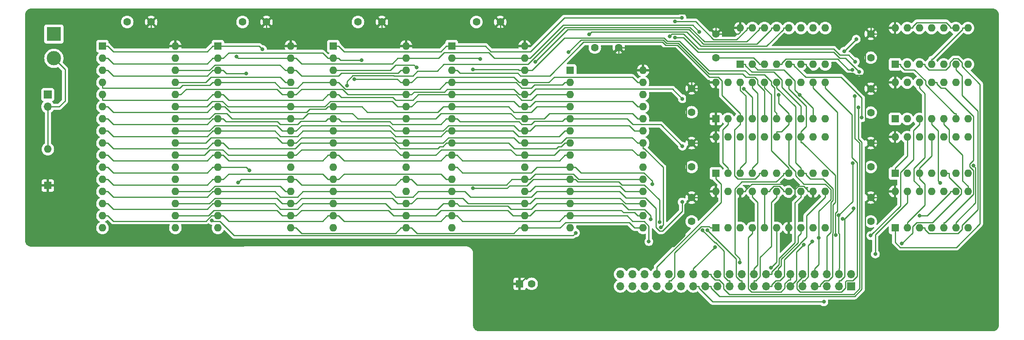
<source format=gbr>
%TF.GenerationSoftware,KiCad,Pcbnew,7.0.10*%
%TF.CreationDate,2024-05-03T22:19:21+02:00*%
%TF.ProjectId,p2000t-ram-expansion-board-2080kb,70323030-3074-42d7-9261-6d2d65787061,rev?*%
%TF.SameCoordinates,Original*%
%TF.FileFunction,Copper,L2,Bot*%
%TF.FilePolarity,Positive*%
%FSLAX46Y46*%
G04 Gerber Fmt 4.6, Leading zero omitted, Abs format (unit mm)*
G04 Created by KiCad (PCBNEW 7.0.10) date 2024-05-03 22:19:21*
%MOMM*%
%LPD*%
G01*
G04 APERTURE LIST*
%TA.AperFunction,ComponentPad*%
%ADD10C,1.600000*%
%TD*%
%TA.AperFunction,ComponentPad*%
%ADD11R,1.600000X1.600000*%
%TD*%
%TA.AperFunction,ComponentPad*%
%ADD12O,1.600000X1.600000*%
%TD*%
%TA.AperFunction,ComponentPad*%
%ADD13R,1.700000X1.700000*%
%TD*%
%TA.AperFunction,ComponentPad*%
%ADD14O,1.700000X1.700000*%
%TD*%
%TA.AperFunction,ComponentPad*%
%ADD15R,3.000000X3.000000*%
%TD*%
%TA.AperFunction,ComponentPad*%
%ADD16C,3.000000*%
%TD*%
%TA.AperFunction,ViaPad*%
%ADD17C,0.800000*%
%TD*%
%TA.AperFunction,Conductor*%
%ADD18C,0.250000*%
%TD*%
G04 APERTURE END LIST*
D10*
%TO.P,C1,1*%
%TO.N,+5V*%
X160215000Y-77213600D03*
%TO.P,C1,2*%
%TO.N,GND*%
X155215000Y-77213600D03*
%TD*%
D11*
%TO.P,U5,1,G*%
%TO.N,~{IORQ}*%
X180535000Y-115008800D03*
D12*
%TO.P,U5,2,P0*%
%TO.N,GND*%
X183075000Y-115008800D03*
%TO.P,U5,3,R0*%
X185615000Y-115008800D03*
%TO.P,U5,4,P1*%
%TO.N,A1*%
X188155000Y-115008800D03*
%TO.P,U5,5,R1*%
%TO.N,GND*%
X190695000Y-115008800D03*
%TO.P,U5,6,P2*%
%TO.N,A2*%
X193235000Y-115008800D03*
%TO.P,U5,7,R2*%
%TO.N,+5V*%
X195775000Y-115008800D03*
%TO.P,U5,8,P3*%
%TO.N,A3*%
X198315000Y-115008800D03*
%TO.P,U5,9,R3*%
%TO.N,GND*%
X200855000Y-115008800D03*
%TO.P,U5,10,GND*%
X203395000Y-115008800D03*
%TO.P,U5,11,P4*%
%TO.N,A4*%
X203395000Y-107388800D03*
%TO.P,U5,12,R4*%
%TO.N,+5V*%
X200855000Y-107388800D03*
%TO.P,U5,13,P5*%
%TO.N,A5*%
X198315000Y-107388800D03*
%TO.P,U5,14,R5*%
%TO.N,GND*%
X195775000Y-107388800D03*
%TO.P,U5,15,P6*%
%TO.N,A6*%
X193235000Y-107388800D03*
%TO.P,U5,16,R6*%
%TO.N,GND*%
X190695000Y-107388800D03*
%TO.P,U5,17,P7*%
%TO.N,A7*%
X188155000Y-107388800D03*
%TO.P,U5,18,R7*%
%TO.N,+5V*%
X185615000Y-107388800D03*
%TO.P,U5,19,P=R*%
%TO.N,~{P=R}*%
X183075000Y-107388800D03*
%TO.P,U5,20,VCC*%
%TO.N,+5V*%
X180535000Y-107388800D03*
%TD*%
D11*
%TO.P,U2,1,A18*%
%TO.N,S5*%
X52260000Y-76908800D03*
D12*
%TO.P,U2,2,A16*%
%TO.N,S3*%
X52260000Y-79448800D03*
%TO.P,U2,3,A14*%
%TO.N,S1*%
X52260000Y-81988800D03*
%TO.P,U2,4,A12*%
%TO.N,A12*%
X52260000Y-84528800D03*
%TO.P,U2,5,A7*%
%TO.N,A7*%
X52260000Y-87068800D03*
%TO.P,U2,6,A6*%
%TO.N,A6*%
X52260000Y-89608800D03*
%TO.P,U2,7,A5*%
%TO.N,A5*%
X52260000Y-92148800D03*
%TO.P,U2,8,A4*%
%TO.N,A4*%
X52260000Y-94688800D03*
%TO.P,U2,9,A3*%
%TO.N,A3*%
X52260000Y-97228800D03*
%TO.P,U2,10,A2*%
%TO.N,A2*%
X52260000Y-99768800D03*
%TO.P,U2,11,A1*%
%TO.N,A1*%
X52260000Y-102308800D03*
%TO.P,U2,12,A0*%
%TO.N,A0*%
X52260000Y-104848800D03*
%TO.P,U2,13,DQ0*%
%TO.N,D0*%
X52260000Y-107388800D03*
%TO.P,U2,14,DQ1*%
%TO.N,D1*%
X52260000Y-109928800D03*
%TO.P,U2,15,DQ2*%
%TO.N,D2*%
X52260000Y-112468800D03*
%TO.P,U2,16,VSS*%
%TO.N,GND*%
X52260000Y-115008800D03*
%TO.P,U2,17,DQ3*%
%TO.N,D3*%
X67500000Y-115008800D03*
%TO.P,U2,18,DQ4*%
%TO.N,D4*%
X67500000Y-112468800D03*
%TO.P,U2,19,DQ5*%
%TO.N,D5*%
X67500000Y-109928800D03*
%TO.P,U2,20,DQ6*%
%TO.N,D6*%
X67500000Y-107388800D03*
%TO.P,U2,21,DQ7*%
%TO.N,D7*%
X67500000Y-104848800D03*
%TO.P,U2,22,CE#*%
%TO.N,~{CS1}*%
X67500000Y-102308800D03*
%TO.P,U2,23,A10*%
%TO.N,A10*%
X67500000Y-99768800D03*
%TO.P,U2,24,OE#*%
%TO.N,~{RD}*%
X67500000Y-97228800D03*
%TO.P,U2,25,A11*%
%TO.N,A11*%
X67500000Y-94688800D03*
%TO.P,U2,26,A9*%
%TO.N,A9*%
X67500000Y-92148800D03*
%TO.P,U2,27,A8*%
%TO.N,A8*%
X67500000Y-89608800D03*
%TO.P,U2,28,A13*%
%TO.N,S0*%
X67500000Y-87068800D03*
%TO.P,U2,29,WE#*%
%TO.N,~{WR}*%
X67500000Y-84528800D03*
%TO.P,U2,30,A17*%
%TO.N,S4*%
X67500000Y-81988800D03*
%TO.P,U2,31,A15*%
%TO.N,S2*%
X67500000Y-79448800D03*
%TO.P,U2,32,VCC*%
%TO.N,+5V*%
X67500000Y-76908800D03*
%TD*%
D10*
%TO.P,C9,1*%
%TO.N,+5V*%
X175455000Y-97228800D03*
%TO.P,C9,2*%
%TO.N,GND*%
X175455000Y-102228800D03*
%TD*%
%TO.P,C11,1*%
%TO.N,+5V*%
X180535000Y-74375000D03*
%TO.P,C11,2*%
%TO.N,GND*%
X180535000Y-79375000D03*
%TD*%
%TO.P,C13,1*%
%TO.N,+5V*%
X175455000Y-108665000D03*
%TO.P,C13,2*%
%TO.N,GND*%
X175455000Y-113665000D03*
%TD*%
D11*
%TO.P,U12,1,A0*%
%TO.N,S6*%
X185615000Y-80718800D03*
D12*
%TO.P,U12,2,A1*%
%TO.N,S7*%
X188155000Y-80718800D03*
%TO.P,U12,3,A2*%
%TO.N,GND*%
X190695000Y-80718800D03*
%TO.P,U12,4,E1*%
%TO.N,~{REN}*%
X193235000Y-80718800D03*
%TO.P,U12,5,E2*%
%TO.N,Net-(U12-E2)*%
X195775000Y-80718800D03*
%TO.P,U12,6,E3*%
%TO.N,+5V*%
X198315000Y-80718800D03*
%TO.P,U12,7,O7*%
%TO.N,unconnected-(U12-O7-Pad7)*%
X200855000Y-80718800D03*
%TO.P,U12,8,GND*%
%TO.N,GND*%
X203395000Y-80718800D03*
%TO.P,U12,9,O6*%
%TO.N,unconnected-(U12-O6-Pad9)*%
X203395000Y-73098800D03*
%TO.P,U12,10,O5*%
%TO.N,unconnected-(U12-O5-Pad10)*%
X200855000Y-73098800D03*
%TO.P,U12,11,O4*%
%TO.N,unconnected-(U12-O4-Pad11)*%
X198315000Y-73098800D03*
%TO.P,U12,12,O3*%
%TO.N,~{CS4}*%
X195775000Y-73098800D03*
%TO.P,U12,13,O2*%
%TO.N,~{CS3}*%
X193235000Y-73098800D03*
%TO.P,U12,14,O1*%
%TO.N,~{CS2}*%
X190695000Y-73098800D03*
%TO.P,U12,15,O0*%
%TO.N,~{CS1}*%
X188155000Y-73098800D03*
%TO.P,U12,16,VCC*%
%TO.N,+5V*%
X185615000Y-73098800D03*
%TD*%
D10*
%TO.P,C2,1*%
%TO.N,+5V*%
X212915000Y-85838800D03*
%TO.P,C2,2*%
%TO.N,GND*%
X212915000Y-90838800D03*
%TD*%
D11*
%TO.P,D1,1,K*%
%TO.N,+5V*%
X40835000Y-106118800D03*
D12*
%TO.P,D1,2,A*%
%TO.N,VCC*%
X40835000Y-98498800D03*
%TD*%
D10*
%TO.P,C14,1*%
%TO.N,+5V*%
X212915000Y-74335000D03*
%TO.P,C14,2*%
%TO.N,GND*%
X212915000Y-79335000D03*
%TD*%
D11*
%TO.P,U11,1,A18*%
%TO.N,S5*%
X125290000Y-76908800D03*
D12*
%TO.P,U11,2,A16*%
%TO.N,S3*%
X125290000Y-79448800D03*
%TO.P,U11,3,A14*%
%TO.N,S1*%
X125290000Y-81988800D03*
%TO.P,U11,4,A12*%
%TO.N,A12*%
X125290000Y-84528800D03*
%TO.P,U11,5,A7*%
%TO.N,A7*%
X125290000Y-87068800D03*
%TO.P,U11,6,A6*%
%TO.N,A6*%
X125290000Y-89608800D03*
%TO.P,U11,7,A5*%
%TO.N,A5*%
X125290000Y-92148800D03*
%TO.P,U11,8,A4*%
%TO.N,A4*%
X125290000Y-94688800D03*
%TO.P,U11,9,A3*%
%TO.N,A3*%
X125290000Y-97228800D03*
%TO.P,U11,10,A2*%
%TO.N,A2*%
X125290000Y-99768800D03*
%TO.P,U11,11,A1*%
%TO.N,A1*%
X125290000Y-102308800D03*
%TO.P,U11,12,A0*%
%TO.N,A0*%
X125290000Y-104848800D03*
%TO.P,U11,13,DQ0*%
%TO.N,D0*%
X125290000Y-107388800D03*
%TO.P,U11,14,DQ1*%
%TO.N,D1*%
X125290000Y-109928800D03*
%TO.P,U11,15,DQ2*%
%TO.N,D2*%
X125290000Y-112468800D03*
%TO.P,U11,16,VSS*%
%TO.N,GND*%
X125290000Y-115008800D03*
%TO.P,U11,17,DQ3*%
%TO.N,D3*%
X140530000Y-115008800D03*
%TO.P,U11,18,DQ4*%
%TO.N,D4*%
X140530000Y-112468800D03*
%TO.P,U11,19,DQ5*%
%TO.N,D5*%
X140530000Y-109928800D03*
%TO.P,U11,20,DQ6*%
%TO.N,D6*%
X140530000Y-107388800D03*
%TO.P,U11,21,DQ7*%
%TO.N,D7*%
X140530000Y-104848800D03*
%TO.P,U11,22,CE#*%
%TO.N,~{CS4}*%
X140530000Y-102308800D03*
%TO.P,U11,23,A10*%
%TO.N,A10*%
X140530000Y-99768800D03*
%TO.P,U11,24,OE#*%
%TO.N,~{RD}*%
X140530000Y-97228800D03*
%TO.P,U11,25,A11*%
%TO.N,A11*%
X140530000Y-94688800D03*
%TO.P,U11,26,A9*%
%TO.N,A9*%
X140530000Y-92148800D03*
%TO.P,U11,27,A8*%
%TO.N,A8*%
X140530000Y-89608800D03*
%TO.P,U11,28,A13*%
%TO.N,S0*%
X140530000Y-87068800D03*
%TO.P,U11,29,WE#*%
%TO.N,~{WR}*%
X140530000Y-84528800D03*
%TO.P,U11,30,A17*%
%TO.N,S4*%
X140530000Y-81988800D03*
%TO.P,U11,31,A15*%
%TO.N,S2*%
X140530000Y-79448800D03*
%TO.P,U11,32,VCC*%
%TO.N,+5V*%
X140530000Y-76908800D03*
%TD*%
D10*
%TO.P,C5,1*%
%TO.N,+5V*%
X86555000Y-71828800D03*
%TO.P,C5,2*%
%TO.N,GND*%
X81555000Y-71828800D03*
%TD*%
%TO.P,C12,1*%
%TO.N,+5V*%
X175455000Y-85765000D03*
%TO.P,C12,2*%
%TO.N,GND*%
X175455000Y-90765000D03*
%TD*%
%TO.P,C6,1*%
%TO.N,+5V*%
X62435800Y-71828800D03*
%TO.P,C6,2*%
%TO.N,GND*%
X57435800Y-71828800D03*
%TD*%
D11*
%TO.P,U1,1*%
%TO.N,Net-(U1-Pad1)*%
X217995000Y-115008800D03*
D12*
%TO.P,U1,2*%
%TO.N,Net-(U13A-C)*%
X220535000Y-115008800D03*
%TO.P,U1,3*%
%TO.N,Net-(U1-Pad3)*%
X223075000Y-115008800D03*
%TO.P,U1,4*%
%TO.N,Net-(U7-Cp)*%
X225615000Y-115008800D03*
%TO.P,U1,5*%
%TO.N,~{REN}*%
X228155000Y-115008800D03*
%TO.P,U1,6*%
%TO.N,Net-(U1-Pad6)*%
X230695000Y-115008800D03*
%TO.P,U1,7,GND*%
%TO.N,GND*%
X233235000Y-115008800D03*
%TO.P,U1,8*%
%TO.N,Net-(U1-Pad8)*%
X233235000Y-107388800D03*
%TO.P,U1,9*%
%TO.N,~{P=R}*%
X230695000Y-107388800D03*
%TO.P,U1,10*%
%TO.N,unconnected-(U1-Pad10)*%
X228155000Y-107388800D03*
%TO.P,U1,11*%
%TO.N,GND*%
X225615000Y-107388800D03*
%TO.P,U1,12*%
%TO.N,Net-(U1-Pad12)*%
X223075000Y-107388800D03*
%TO.P,U1,13*%
%TO.N,~{MRQ}*%
X220535000Y-107388800D03*
%TO.P,U1,14,VCC*%
%TO.N,+5V*%
X217995000Y-107388800D03*
%TD*%
D10*
%TO.P,C7,1*%
%TO.N,+5V*%
X110685000Y-71828800D03*
%TO.P,C7,2*%
%TO.N,GND*%
X105685000Y-71828800D03*
%TD*%
D11*
%TO.P,U8,1,A->B*%
%TO.N,+5V*%
X180540000Y-92148800D03*
D12*
%TO.P,U8,2,A0*%
%TO.N,S0*%
X183080000Y-92148800D03*
%TO.P,U8,3,A1*%
%TO.N,S1*%
X185620000Y-92148800D03*
%TO.P,U8,4,A2*%
%TO.N,S2*%
X188160000Y-92148800D03*
%TO.P,U8,5,A3*%
%TO.N,S3*%
X190700000Y-92148800D03*
%TO.P,U8,6,A4*%
%TO.N,S4*%
X193240000Y-92148800D03*
%TO.P,U8,7,A5*%
%TO.N,S5*%
X195780000Y-92148800D03*
%TO.P,U8,8,A6*%
%TO.N,S6*%
X198320000Y-92148800D03*
%TO.P,U8,9,A7*%
%TO.N,S7*%
X200860000Y-92148800D03*
%TO.P,U8,10,GND*%
%TO.N,GND*%
X203400000Y-92148800D03*
%TO.P,U8,11,B7*%
%TO.N,D7*%
X203400000Y-84528800D03*
%TO.P,U8,12,B6*%
%TO.N,D6*%
X200860000Y-84528800D03*
%TO.P,U8,13,B5*%
%TO.N,D5*%
X198320000Y-84528800D03*
%TO.P,U8,14,B4*%
%TO.N,D4*%
X195780000Y-84528800D03*
%TO.P,U8,15,B3*%
%TO.N,D3*%
X193240000Y-84528800D03*
%TO.P,U8,16,B2*%
%TO.N,D2*%
X190700000Y-84528800D03*
%TO.P,U8,17,B1*%
%TO.N,D1*%
X188160000Y-84528800D03*
%TO.P,U8,18,B0*%
%TO.N,D0*%
X185620000Y-84528800D03*
%TO.P,U8,19,CE*%
%TO.N,Net-(U8-CE)*%
X183080000Y-84528800D03*
%TO.P,U8,20,VCC*%
%TO.N,+5V*%
X180540000Y-84528800D03*
%TD*%
D11*
%TO.P,U9,1,A18*%
%TO.N,S5*%
X76395000Y-76908800D03*
D12*
%TO.P,U9,2,A16*%
%TO.N,S3*%
X76395000Y-79448800D03*
%TO.P,U9,3,A14*%
%TO.N,S1*%
X76395000Y-81988800D03*
%TO.P,U9,4,A12*%
%TO.N,A12*%
X76395000Y-84528800D03*
%TO.P,U9,5,A7*%
%TO.N,A7*%
X76395000Y-87068800D03*
%TO.P,U9,6,A6*%
%TO.N,A6*%
X76395000Y-89608800D03*
%TO.P,U9,7,A5*%
%TO.N,A5*%
X76395000Y-92148800D03*
%TO.P,U9,8,A4*%
%TO.N,A4*%
X76395000Y-94688800D03*
%TO.P,U9,9,A3*%
%TO.N,A3*%
X76395000Y-97228800D03*
%TO.P,U9,10,A2*%
%TO.N,A2*%
X76395000Y-99768800D03*
%TO.P,U9,11,A1*%
%TO.N,A1*%
X76395000Y-102308800D03*
%TO.P,U9,12,A0*%
%TO.N,A0*%
X76395000Y-104848800D03*
%TO.P,U9,13,DQ0*%
%TO.N,D0*%
X76395000Y-107388800D03*
%TO.P,U9,14,DQ1*%
%TO.N,D1*%
X76395000Y-109928800D03*
%TO.P,U9,15,DQ2*%
%TO.N,D2*%
X76395000Y-112468800D03*
%TO.P,U9,16,VSS*%
%TO.N,GND*%
X76395000Y-115008800D03*
%TO.P,U9,17,DQ3*%
%TO.N,D3*%
X91635000Y-115008800D03*
%TO.P,U9,18,DQ4*%
%TO.N,D4*%
X91635000Y-112468800D03*
%TO.P,U9,19,DQ5*%
%TO.N,D5*%
X91635000Y-109928800D03*
%TO.P,U9,20,DQ6*%
%TO.N,D6*%
X91635000Y-107388800D03*
%TO.P,U9,21,DQ7*%
%TO.N,D7*%
X91635000Y-104848800D03*
%TO.P,U9,22,CE#*%
%TO.N,~{CS2}*%
X91635000Y-102308800D03*
%TO.P,U9,23,A10*%
%TO.N,A10*%
X91635000Y-99768800D03*
%TO.P,U9,24,OE#*%
%TO.N,~{RD}*%
X91635000Y-97228800D03*
%TO.P,U9,25,A11*%
%TO.N,A11*%
X91635000Y-94688800D03*
%TO.P,U9,26,A9*%
%TO.N,A9*%
X91635000Y-92148800D03*
%TO.P,U9,27,A8*%
%TO.N,A8*%
X91635000Y-89608800D03*
%TO.P,U9,28,A13*%
%TO.N,S0*%
X91635000Y-87068800D03*
%TO.P,U9,29,WE#*%
%TO.N,~{WR}*%
X91635000Y-84528800D03*
%TO.P,U9,30,A17*%
%TO.N,S4*%
X91635000Y-81988800D03*
%TO.P,U9,31,A15*%
%TO.N,S2*%
X91635000Y-79448800D03*
%TO.P,U9,32,VCC*%
%TO.N,+5V*%
X91635000Y-76908800D03*
%TD*%
D11*
%TO.P,C3,1*%
%TO.N,+5V*%
X139500000Y-126743600D03*
D10*
%TO.P,C3,2*%
%TO.N,GND*%
X142000000Y-126743600D03*
%TD*%
%TO.P,C10,1*%
%TO.N,+5V*%
X212915000Y-97228800D03*
%TO.P,C10,2*%
%TO.N,GND*%
X212915000Y-102228800D03*
%TD*%
%TO.P,C4,1*%
%TO.N,+5V*%
X135450000Y-71828800D03*
%TO.P,C4,2*%
%TO.N,GND*%
X130450000Y-71828800D03*
%TD*%
D11*
%TO.P,U4,1,A14*%
%TO.N,RAMS0*%
X150055000Y-81988800D03*
D12*
%TO.P,U4,2,A12*%
%TO.N,A12*%
X150055000Y-84528800D03*
%TO.P,U4,3,A7*%
%TO.N,A7*%
X150055000Y-87068800D03*
%TO.P,U4,4,A6*%
%TO.N,A6*%
X150055000Y-89608800D03*
%TO.P,U4,5,A5*%
%TO.N,A5*%
X150055000Y-92148800D03*
%TO.P,U4,6,A4*%
%TO.N,A4*%
X150055000Y-94688800D03*
%TO.P,U4,7,A3*%
%TO.N,A3*%
X150055000Y-97228800D03*
%TO.P,U4,8,A2*%
%TO.N,A2*%
X150055000Y-99768800D03*
%TO.P,U4,9,A1*%
%TO.N,A1*%
X150055000Y-102308800D03*
%TO.P,U4,10,A0*%
%TO.N,A0*%
X150055000Y-104848800D03*
%TO.P,U4,11,Q0*%
%TO.N,D0*%
X150055000Y-107388800D03*
%TO.P,U4,12,Q1*%
%TO.N,D1*%
X150055000Y-109928800D03*
%TO.P,U4,13,Q2*%
%TO.N,D2*%
X150055000Y-112468800D03*
%TO.P,U4,14,GND*%
%TO.N,GND*%
X150055000Y-115008800D03*
%TO.P,U4,15,Q3*%
%TO.N,D3*%
X165295000Y-115008800D03*
%TO.P,U4,16,Q4*%
%TO.N,D4*%
X165295000Y-112468800D03*
%TO.P,U4,17,Q5*%
%TO.N,D5*%
X165295000Y-109928800D03*
%TO.P,U4,18,Q6*%
%TO.N,D6*%
X165295000Y-107388800D03*
%TO.P,U4,19,Q7*%
%TO.N,D7*%
X165295000Y-104848800D03*
%TO.P,U4,20,~{CS}*%
%TO.N,~{CS5}*%
X165295000Y-102308800D03*
%TO.P,U4,21,A10*%
%TO.N,A10*%
X165295000Y-99768800D03*
%TO.P,U4,22,~{OE}*%
%TO.N,~{RD}*%
X165295000Y-97228800D03*
%TO.P,U4,23,A11*%
%TO.N,A11*%
X165295000Y-94688800D03*
%TO.P,U4,24,A9*%
%TO.N,A9*%
X165295000Y-92148800D03*
%TO.P,U4,25,A8*%
%TO.N,A8*%
X165295000Y-89608800D03*
%TO.P,U4,26,A13*%
%TO.N,A13*%
X165295000Y-87068800D03*
%TO.P,U4,27,~{WE}*%
%TO.N,~{WR}*%
X165295000Y-84528800D03*
%TO.P,U4,28,VCC*%
%TO.N,+5V*%
X165295000Y-81988800D03*
%TD*%
D11*
%TO.P,U13,1,~{R}*%
%TO.N,~{RES}*%
X217995000Y-103588800D03*
D12*
%TO.P,U13,2,D*%
%TO.N,D0*%
X220535000Y-103588800D03*
%TO.P,U13,3,C*%
%TO.N,Net-(U13A-C)*%
X223075000Y-103588800D03*
%TO.P,U13,4,~{S}*%
%TO.N,GND*%
X225615000Y-103588800D03*
%TO.P,U13,5,Q*%
%TO.N,RAMS0*%
X228155000Y-103588800D03*
%TO.P,U13,6,~{Q}*%
%TO.N,unconnected-(U13A-~{Q}-Pad6)*%
X230695000Y-103588800D03*
%TO.P,U13,7,GND*%
%TO.N,GND*%
X233235000Y-103588800D03*
%TO.P,U13,8,~{Q}*%
%TO.N,unconnected-(U13B-~{Q}-Pad8)*%
X233235000Y-95968800D03*
%TO.P,U13,9,Q*%
%TO.N,unconnected-(U13B-Q-Pad9)*%
X230695000Y-95968800D03*
%TO.P,U13,10,~{S}*%
%TO.N,GND*%
X228155000Y-95968800D03*
%TO.P,U13,11,C*%
%TO.N,Net-(U13A-C)*%
X225615000Y-95968800D03*
%TO.P,U13,12,D*%
%TO.N,D1*%
X223075000Y-95968800D03*
%TO.P,U13,13,~{R}*%
%TO.N,~{RES}*%
X220535000Y-95968800D03*
%TO.P,U13,14,VCC*%
%TO.N,+5V*%
X217995000Y-95968800D03*
%TD*%
D13*
%TO.P,J2,1,Pin_1*%
%TO.N,GND*%
X40835000Y-87068800D03*
D14*
%TO.P,J2,2,Pin_2*%
%TO.N,VCC*%
X40835000Y-89608800D03*
%TD*%
D11*
%TO.P,U6,1*%
%TO.N,Net-(U3-Pad6)*%
X217995000Y-80718800D03*
D12*
%TO.P,U6,2*%
%TO.N,~{WR}*%
X220535000Y-80718800D03*
%TO.P,U6,3*%
%TO.N,Net-(U1-Pad1)*%
X223075000Y-80718800D03*
%TO.P,U6,4*%
%TO.N,Net-(U6-Pad4)*%
X225615000Y-80718800D03*
%TO.P,U6,5*%
%TO.N,~{WR}*%
X228155000Y-80718800D03*
%TO.P,U6,6*%
%TO.N,Net-(U1-Pad3)*%
X230695000Y-80718800D03*
%TO.P,U6,7,GND*%
%TO.N,GND*%
X233235000Y-80718800D03*
%TO.P,U6,8*%
%TO.N,Net-(U6-Pad4)*%
X233235000Y-73098800D03*
%TO.P,U6,9*%
%TO.N,~{P=R}*%
X230695000Y-73098800D03*
%TO.P,U6,10*%
%TO.N,A0*%
X228155000Y-73098800D03*
%TO.P,U6,11*%
%TO.N,Net-(U8-CE)*%
X225615000Y-73098800D03*
%TO.P,U6,12*%
%TO.N,~{RD}*%
X223075000Y-73098800D03*
%TO.P,U6,13*%
%TO.N,~{P=R}*%
X220535000Y-73098800D03*
%TO.P,U6,14,VCC*%
%TO.N,+5V*%
X217995000Y-73098800D03*
%TD*%
D10*
%TO.P,C8,1*%
%TO.N,+5V*%
X212915000Y-108658800D03*
%TO.P,C8,2*%
%TO.N,GND*%
X212915000Y-113658800D03*
%TD*%
D11*
%TO.P,U10,1,A18*%
%TO.N,S5*%
X100525000Y-76908800D03*
D12*
%TO.P,U10,2,A16*%
%TO.N,S3*%
X100525000Y-79448800D03*
%TO.P,U10,3,A14*%
%TO.N,S1*%
X100525000Y-81988800D03*
%TO.P,U10,4,A12*%
%TO.N,A12*%
X100525000Y-84528800D03*
%TO.P,U10,5,A7*%
%TO.N,A7*%
X100525000Y-87068800D03*
%TO.P,U10,6,A6*%
%TO.N,A6*%
X100525000Y-89608800D03*
%TO.P,U10,7,A5*%
%TO.N,A5*%
X100525000Y-92148800D03*
%TO.P,U10,8,A4*%
%TO.N,A4*%
X100525000Y-94688800D03*
%TO.P,U10,9,A3*%
%TO.N,A3*%
X100525000Y-97228800D03*
%TO.P,U10,10,A2*%
%TO.N,A2*%
X100525000Y-99768800D03*
%TO.P,U10,11,A1*%
%TO.N,A1*%
X100525000Y-102308800D03*
%TO.P,U10,12,A0*%
%TO.N,A0*%
X100525000Y-104848800D03*
%TO.P,U10,13,DQ0*%
%TO.N,D0*%
X100525000Y-107388800D03*
%TO.P,U10,14,DQ1*%
%TO.N,D1*%
X100525000Y-109928800D03*
%TO.P,U10,15,DQ2*%
%TO.N,D2*%
X100525000Y-112468800D03*
%TO.P,U10,16,VSS*%
%TO.N,GND*%
X100525000Y-115008800D03*
%TO.P,U10,17,DQ3*%
%TO.N,D3*%
X115765000Y-115008800D03*
%TO.P,U10,18,DQ4*%
%TO.N,D4*%
X115765000Y-112468800D03*
%TO.P,U10,19,DQ5*%
%TO.N,D5*%
X115765000Y-109928800D03*
%TO.P,U10,20,DQ6*%
%TO.N,D6*%
X115765000Y-107388800D03*
%TO.P,U10,21,DQ7*%
%TO.N,D7*%
X115765000Y-104848800D03*
%TO.P,U10,22,CE#*%
%TO.N,~{CS3}*%
X115765000Y-102308800D03*
%TO.P,U10,23,A10*%
%TO.N,A10*%
X115765000Y-99768800D03*
%TO.P,U10,24,OE#*%
%TO.N,~{RD}*%
X115765000Y-97228800D03*
%TO.P,U10,25,A11*%
%TO.N,A11*%
X115765000Y-94688800D03*
%TO.P,U10,26,A9*%
%TO.N,A9*%
X115765000Y-92148800D03*
%TO.P,U10,27,A8*%
%TO.N,A8*%
X115765000Y-89608800D03*
%TO.P,U10,28,A13*%
%TO.N,S0*%
X115765000Y-87068800D03*
%TO.P,U10,29,WE#*%
%TO.N,~{WR}*%
X115765000Y-84528800D03*
%TO.P,U10,30,A17*%
%TO.N,S4*%
X115765000Y-81988800D03*
%TO.P,U10,31,A15*%
%TO.N,S2*%
X115765000Y-79448800D03*
%TO.P,U10,32,VCC*%
%TO.N,+5V*%
X115765000Y-76908800D03*
%TD*%
D15*
%TO.P,J3,1,Pin_1*%
%TO.N,GND*%
X42105000Y-74368800D03*
D16*
%TO.P,J3,2,Pin_2*%
%TO.N,VCC*%
X42105000Y-79448800D03*
%TD*%
D11*
%TO.P,U3,1*%
%TO.N,Net-(U12-E2)*%
X218000000Y-92158800D03*
D12*
%TO.P,U3,2*%
%TO.N,Net-(U1-Pad6)*%
X220540000Y-92158800D03*
%TO.P,U3,3*%
%TO.N,~{CS5}*%
X223080000Y-92158800D03*
%TO.P,U3,4*%
%TO.N,A0*%
X225620000Y-92158800D03*
%TO.P,U3,5*%
%TO.N,Net-(U1-Pad8)*%
X228160000Y-92158800D03*
%TO.P,U3,6*%
%TO.N,Net-(U3-Pad6)*%
X230700000Y-92158800D03*
%TO.P,U3,7,GND*%
%TO.N,GND*%
X233240000Y-92158800D03*
%TO.P,U3,8*%
%TO.N,Net-(U12-E2)*%
X233240000Y-84538800D03*
%TO.P,U3,9*%
%TO.N,A13*%
X230700000Y-84538800D03*
%TO.P,U3,10*%
%TO.N,A14*%
X228160000Y-84538800D03*
%TO.P,U3,11*%
%TO.N,~{REN}*%
X225620000Y-84538800D03*
%TO.P,U3,12*%
%TO.N,Net-(U1-Pad12)*%
X223080000Y-84538800D03*
%TO.P,U3,13*%
%TO.N,RAMS2*%
X220540000Y-84538800D03*
%TO.P,U3,14,VCC*%
%TO.N,+5V*%
X218000000Y-84538800D03*
%TD*%
D11*
%TO.P,U7,1,~{Mr}*%
%TO.N,~{RES}*%
X180535000Y-103578800D03*
D12*
%TO.P,U7,2,Q0*%
%TO.N,S0*%
X183075000Y-103578800D03*
%TO.P,U7,3,D0*%
%TO.N,D0*%
X185615000Y-103578800D03*
%TO.P,U7,4,D1*%
%TO.N,D1*%
X188155000Y-103578800D03*
%TO.P,U7,5,Q1*%
%TO.N,S1*%
X190695000Y-103578800D03*
%TO.P,U7,6,Q2*%
%TO.N,S2*%
X193235000Y-103578800D03*
%TO.P,U7,7,D2*%
%TO.N,D2*%
X195775000Y-103578800D03*
%TO.P,U7,8,D3*%
%TO.N,D3*%
X198315000Y-103578800D03*
%TO.P,U7,9,Q3*%
%TO.N,S3*%
X200855000Y-103578800D03*
%TO.P,U7,10,GND*%
%TO.N,GND*%
X203395000Y-103578800D03*
%TO.P,U7,11,Cp*%
%TO.N,Net-(U7-Cp)*%
X203395000Y-95958800D03*
%TO.P,U7,12,Q4*%
%TO.N,S4*%
X200855000Y-95958800D03*
%TO.P,U7,13,D4*%
%TO.N,D4*%
X198315000Y-95958800D03*
%TO.P,U7,14,D5*%
%TO.N,D5*%
X195775000Y-95958800D03*
%TO.P,U7,15,Q5*%
%TO.N,S5*%
X193235000Y-95958800D03*
%TO.P,U7,16,Q6*%
%TO.N,S6*%
X190695000Y-95958800D03*
%TO.P,U7,17,D6*%
%TO.N,D6*%
X188155000Y-95958800D03*
%TO.P,U7,18,D7*%
%TO.N,D7*%
X185615000Y-95958800D03*
%TO.P,U7,19,Q7*%
%TO.N,S7*%
X183075000Y-95958800D03*
%TO.P,U7,20,VCC*%
%TO.N,+5V*%
X180535000Y-95958800D03*
%TD*%
D13*
%TO.P,J1,1,Pin_1*%
%TO.N,GND*%
X208825600Y-127251600D03*
D14*
%TO.P,J1,2,Pin_2*%
%TO.N,unconnected-(J1-Pin_2-Pad2)*%
X208825600Y-124711600D03*
%TO.P,J1,3,Pin_3*%
%TO.N,D0*%
X206285600Y-127251600D03*
%TO.P,J1,4,Pin_4*%
%TO.N,D1*%
X206285600Y-124711600D03*
%TO.P,J1,5,Pin_5*%
%TO.N,D2*%
X203745600Y-127251600D03*
%TO.P,J1,6,Pin_6*%
%TO.N,D3*%
X203745600Y-124711600D03*
%TO.P,J1,7,Pin_7*%
%TO.N,D4*%
X201205600Y-127251600D03*
%TO.P,J1,8,Pin_8*%
%TO.N,D5*%
X201205600Y-124711600D03*
%TO.P,J1,9,Pin_9*%
%TO.N,D6*%
X198665600Y-127251600D03*
%TO.P,J1,10,Pin_10*%
%TO.N,D7*%
X198665600Y-124711600D03*
%TO.P,J1,11,Pin_11*%
%TO.N,A0*%
X196125600Y-127251600D03*
%TO.P,J1,12,Pin_12*%
%TO.N,A1*%
X196125600Y-124711600D03*
%TO.P,J1,13,Pin_13*%
%TO.N,A2*%
X193585600Y-127251600D03*
%TO.P,J1,14,Pin_14*%
%TO.N,A3*%
X193585600Y-124711600D03*
%TO.P,J1,15,Pin_15*%
%TO.N,A4*%
X191045600Y-127251600D03*
%TO.P,J1,16,Pin_16*%
%TO.N,A5*%
X191045600Y-124711600D03*
%TO.P,J1,17,Pin_17*%
%TO.N,A6*%
X188505600Y-127251600D03*
%TO.P,J1,18,Pin_18*%
%TO.N,A7*%
X188505600Y-124711600D03*
%TO.P,J1,19,Pin_19*%
%TO.N,A8*%
X185965600Y-127251600D03*
%TO.P,J1,20,Pin_20*%
%TO.N,A9*%
X185965600Y-124711600D03*
%TO.P,J1,21,Pin_21*%
%TO.N,A10*%
X183425600Y-127251600D03*
%TO.P,J1,22,Pin_22*%
%TO.N,A11*%
X183425600Y-124711600D03*
%TO.P,J1,23,Pin_23*%
%TO.N,A12*%
X180885600Y-127251600D03*
%TO.P,J1,24,Pin_24*%
%TO.N,A13*%
X180885600Y-124711600D03*
%TO.P,J1,25,Pin_25*%
%TO.N,A14*%
X178345600Y-127251600D03*
%TO.P,J1,26,Pin_26*%
%TO.N,RAMS2*%
X178345600Y-124711600D03*
%TO.P,J1,27,Pin_27*%
%TO.N,~{MRQ}*%
X175805600Y-127251600D03*
%TO.P,J1,28,Pin_28*%
%TO.N,~{RD}*%
X175805600Y-124711600D03*
%TO.P,J1,29,Pin_29*%
%TO.N,unconnected-(J1-Pin_29-Pad29)*%
X173265600Y-127251600D03*
%TO.P,J1,30,Pin_30*%
%TO.N,~{WR}*%
X173265600Y-124711600D03*
%TO.P,J1,31,Pin_31*%
%TO.N,~{IORQ}*%
X170725600Y-127251600D03*
%TO.P,J1,32,Pin_32*%
%TO.N,unconnected-(J1-Pin_32-Pad32)*%
X170725600Y-124711600D03*
%TO.P,J1,33,Pin_33*%
%TO.N,unconnected-(J1-Pin_33-Pad33)*%
X168185600Y-127251600D03*
%TO.P,J1,34,Pin_34*%
%TO.N,~{RES}*%
X168185600Y-124711600D03*
%TO.P,J1,35,Pin_35*%
%TO.N,unconnected-(J1-Pin_35-Pad35)*%
X165645600Y-127251600D03*
%TO.P,J1,36,Pin_36*%
%TO.N,unconnected-(J1-Pin_36-Pad36)*%
X165645600Y-124711600D03*
%TO.P,J1,37,Pin_37*%
%TO.N,unconnected-(J1-Pin_37-Pad37)*%
X163105600Y-127251600D03*
%TO.P,J1,38,Pin_38*%
%TO.N,unconnected-(J1-Pin_38-Pad38)*%
X163105600Y-124711600D03*
%TO.P,J1,39,Pin_39*%
%TO.N,unconnected-(J1-Pin_39-Pad39)*%
X160565600Y-127251600D03*
%TO.P,J1,40,Pin_40*%
%TO.N,unconnected-(J1-Pin_40-Pad40)*%
X160565600Y-124711600D03*
%TD*%
D17*
%TO.N,A0*%
X227445750Y-105554250D03*
%TO.N,D0*%
X209337500Y-110922100D03*
X173476000Y-109592500D03*
X207004800Y-113127500D03*
%TO.N,D1*%
X209129700Y-101402100D03*
X166866300Y-113240300D03*
X206220700Y-112367400D03*
%TO.N,D2*%
X166513500Y-117881700D03*
X185547800Y-122266000D03*
%TO.N,D5*%
X202036700Y-117129300D03*
%TO.N,D6*%
X205611200Y-116548900D03*
X200692100Y-117854700D03*
%TO.N,D7*%
X80632000Y-105536000D03*
%TO.N,A0*%
X168747600Y-113808000D03*
X198861500Y-118564300D03*
X129708700Y-106719900D03*
%TO.N,A1*%
X167206400Y-105824700D03*
X82985700Y-102983000D03*
%TO.N,A2*%
X192061700Y-123374800D03*
%TO.N,A5*%
X173525000Y-97879700D03*
%TO.N,A8*%
X178756100Y-115453400D03*
%TO.N,A10*%
X177754900Y-115453400D03*
%TO.N,A13*%
X210496800Y-82293500D03*
X171960000Y-75107400D03*
%TO.N,A14*%
X210312200Y-89791700D03*
%TO.N,RAMS2*%
X209577700Y-87369300D03*
%TO.N,~{MRQ}*%
X213874400Y-120502900D03*
X203106900Y-130503300D03*
%TO.N,~{RD}*%
X169038800Y-114911100D03*
X180353000Y-119014000D03*
%TO.N,~{WR}*%
X170866500Y-74834000D03*
X209695000Y-80170600D03*
X104930600Y-83821400D03*
%TO.N,~{CS2}*%
X103376900Y-85209300D03*
%TO.N,S1*%
X117963800Y-81413000D03*
X82313900Y-82646300D03*
%TO.N,S2*%
X186367300Y-85887400D03*
X177095400Y-73933000D03*
X80275000Y-79078700D03*
%TO.N,~{CS1}*%
X151191100Y-116067500D03*
X75136800Y-113425300D03*
X171992000Y-71748300D03*
%TO.N,~{REN}*%
X209035000Y-81844100D03*
%TO.N,Net-(U1-Pad6)*%
X234340000Y-101923200D03*
%TO.N,S3*%
X106424800Y-79819800D03*
X131233800Y-79569000D03*
X149738800Y-78178800D03*
%TO.N,S0*%
X173525000Y-87942300D03*
%TO.N,S5*%
X193665200Y-87161300D03*
X173454800Y-70999700D03*
X85701200Y-77591700D03*
%TO.N,Net-(U12-E2)*%
X211046600Y-91913800D03*
%TO.N,S4*%
X129714800Y-81822700D03*
%TO.N,~{CS3}*%
X142752800Y-80215200D03*
%TO.N,S7*%
X198038300Y-87097000D03*
%TO.N,~{P=R}*%
X223108500Y-112476500D03*
%TO.N,Net-(U8-CE)*%
X209878600Y-75460400D03*
X207332800Y-78006200D03*
%TO.N,~{CS5}*%
X212902900Y-116637300D03*
%TO.N,RAMS0*%
X219384900Y-118327300D03*
%TO.N,~{CS4}*%
X154040600Y-74398900D03*
%TD*%
D18*
%TO.N,A0*%
X227029700Y-105138200D02*
X227445750Y-105554250D01*
%TO.N,D0*%
X207486700Y-113127500D02*
X209337500Y-111276700D01*
X185620000Y-85654100D02*
X185620000Y-86165800D01*
X101087700Y-107388800D02*
X100525000Y-107388800D01*
X207486700Y-113127500D02*
X207004800Y-113127500D01*
X52260000Y-107388800D02*
X53385300Y-107388800D01*
X76395000Y-107388800D02*
X75269700Y-107388800D01*
X173476000Y-109592500D02*
X173476000Y-111525200D01*
X169326400Y-115674800D02*
X168745900Y-115674800D01*
X206606200Y-126076300D02*
X207486700Y-125195800D01*
X185615000Y-103578800D02*
X185615000Y-102453500D01*
X160348300Y-107388800D02*
X150055000Y-107388800D01*
X168745900Y-115674800D02*
X167962800Y-114891700D01*
X117174900Y-108514200D02*
X113543400Y-108514200D01*
X101087700Y-107388800D02*
X101650300Y-107388800D01*
X74144400Y-108514100D02*
X54510600Y-108514100D01*
X118300300Y-107388800D02*
X117174900Y-108514200D01*
X186777400Y-101291100D02*
X185615000Y-102453500D01*
X165774000Y-108738500D02*
X161698000Y-108738500D01*
X88288000Y-107388800D02*
X76395000Y-107388800D01*
X112418000Y-107388800D02*
X101650300Y-107388800D01*
X93044900Y-108514200D02*
X89413400Y-108514200D01*
X173476000Y-111525200D02*
X169326400Y-115674800D01*
X128027000Y-107388800D02*
X125290000Y-107388800D01*
X54510600Y-108514100D02*
X53385300Y-107388800D01*
X161698000Y-108738500D02*
X160348300Y-107388800D01*
X207486700Y-125195800D02*
X207486700Y-113127500D01*
X94170300Y-107388800D02*
X93044900Y-108514200D01*
X167962800Y-114891700D02*
X167962800Y-110927300D01*
X209337500Y-111276700D02*
X209337500Y-110922100D01*
X150055000Y-107388800D02*
X143065300Y-107388800D01*
X185620000Y-86165800D02*
X186777400Y-87323200D01*
X113543400Y-108514200D02*
X112418000Y-107388800D01*
X206285600Y-127251600D02*
X206285600Y-126076300D01*
X129190300Y-108552100D02*
X128027000Y-107388800D01*
X186777400Y-87323200D02*
X186777400Y-101291100D01*
X125290000Y-107388800D02*
X118300300Y-107388800D01*
X143065300Y-107388800D02*
X141902000Y-108552100D01*
X89413400Y-108514200D02*
X88288000Y-107388800D01*
X100525000Y-107388800D02*
X94170300Y-107388800D01*
X141902000Y-108552100D02*
X129190300Y-108552100D01*
X167962800Y-110927300D02*
X165774000Y-108738500D01*
X206285600Y-126076300D02*
X206606200Y-126076300D01*
X185620000Y-84528800D02*
X185620000Y-85654100D01*
X75269700Y-107388800D02*
X74144400Y-108514100D01*
%TO.N,D1*%
X141940000Y-111054100D02*
X137671400Y-111054100D01*
X206285600Y-123536300D02*
X206336500Y-123485400D01*
X162255200Y-111198800D02*
X160985200Y-109928800D01*
X52260000Y-109928800D02*
X53385300Y-109928800D01*
X99399700Y-109928800D02*
X94170300Y-109928800D01*
X206285600Y-124711600D02*
X206285600Y-123536300D01*
X188160000Y-84528800D02*
X188160000Y-85654100D01*
X54510600Y-111054100D02*
X53385300Y-109928800D01*
X88288000Y-109928800D02*
X76395000Y-109928800D01*
X76395000Y-109928800D02*
X75269700Y-109928800D01*
X100525000Y-109928800D02*
X99399700Y-109928800D01*
X209129700Y-109458400D02*
X206220700Y-112367400D01*
X123527900Y-109928800D02*
X122402600Y-111054100D01*
X206336500Y-116248400D02*
X206220700Y-116132600D01*
X122402600Y-111054100D02*
X112588200Y-111054100D01*
X125290000Y-109928800D02*
X124164700Y-109928800D01*
X125290000Y-109928800D02*
X126415300Y-109928800D01*
X124164700Y-109928800D02*
X123527900Y-109928800D01*
X75269700Y-109928800D02*
X74144400Y-111054100D01*
X206220700Y-116132600D02*
X206220700Y-112367400D01*
X150055000Y-109928800D02*
X143065300Y-109928800D01*
X112588200Y-111054100D02*
X111462900Y-109928800D01*
X94170300Y-109928800D02*
X93044900Y-111054200D01*
X166866300Y-113240300D02*
X166866300Y-112422300D01*
X137671400Y-111054100D02*
X137012400Y-110395100D01*
X89413400Y-111054200D02*
X88288000Y-109928800D01*
X165642800Y-111198800D02*
X162255200Y-111198800D01*
X189285300Y-101323200D02*
X189285300Y-86779400D01*
X74144400Y-111054100D02*
X54510600Y-111054100D01*
X143065300Y-109928800D02*
X141940000Y-111054100D01*
X126881600Y-110395100D02*
X126415300Y-109928800D01*
X111462900Y-109928800D02*
X100525000Y-109928800D01*
X188155000Y-103578800D02*
X188155000Y-102453500D01*
X166866300Y-112422300D02*
X165642800Y-111198800D01*
X160985200Y-109928800D02*
X150055000Y-109928800D01*
X137012400Y-110395100D02*
X126881600Y-110395100D01*
X93044900Y-111054200D02*
X89413400Y-111054200D01*
X189285300Y-86779400D02*
X188160000Y-85654100D01*
X209129700Y-101402100D02*
X209129700Y-109458400D01*
X206336500Y-123485400D02*
X206336500Y-116248400D01*
X188155000Y-102453500D02*
X189285300Y-101323200D01*
%TO.N,D2*%
X190700000Y-85654100D02*
X192109600Y-87063700D01*
X125290000Y-112468800D02*
X126415300Y-112468800D01*
X100525000Y-112468800D02*
X101650300Y-112468800D01*
X76395000Y-112468800D02*
X77520300Y-112468800D01*
X100525000Y-112468800D02*
X99399700Y-112468800D01*
X73942300Y-113594100D02*
X54510600Y-113594100D01*
X194649700Y-103860100D02*
X193147100Y-105362700D01*
X166513500Y-114635700D02*
X166513500Y-117881700D01*
X102775600Y-113594100D02*
X101650300Y-112468800D01*
X190700000Y-84528800D02*
X190700000Y-85654100D01*
X147804400Y-113594100D02*
X127540600Y-113594100D01*
X99399700Y-112468800D02*
X98274400Y-113594100D01*
X161948000Y-112468800D02*
X163126800Y-113647600D01*
X75067600Y-112468800D02*
X73942300Y-113594100D01*
X194649700Y-103578800D02*
X194649700Y-103860100D01*
X193147100Y-105362700D02*
X185971200Y-105362700D01*
X54510600Y-113594100D02*
X53385300Y-112468800D01*
X123039400Y-113594100D02*
X102775600Y-113594100D01*
X195775000Y-103578800D02*
X195775000Y-102453500D01*
X125290000Y-112468800D02*
X124164700Y-112468800D01*
X98274400Y-113594100D02*
X78645600Y-113594100D01*
X184489400Y-106844500D02*
X184489400Y-120438100D01*
X148929700Y-112468800D02*
X147804400Y-113594100D01*
X184489400Y-120438100D02*
X185547800Y-121496500D01*
X165525400Y-113647600D02*
X166513500Y-114635700D01*
X52260000Y-112468800D02*
X53385300Y-112468800D01*
X163126800Y-113647600D02*
X165525400Y-113647600D01*
X127540600Y-113594100D02*
X126415300Y-112468800D01*
X185971200Y-105362700D02*
X184489400Y-106844500D01*
X76395000Y-112468800D02*
X75269700Y-112468800D01*
X195775000Y-103578800D02*
X194649700Y-103578800D01*
X75269700Y-112468800D02*
X75067600Y-112468800D01*
X150055000Y-112468800D02*
X148929700Y-112468800D01*
X124164700Y-112468800D02*
X123039400Y-113594100D01*
X192109600Y-87063700D02*
X192109600Y-98788100D01*
X150055000Y-112468800D02*
X161948000Y-112468800D01*
X78645600Y-113594100D02*
X77520300Y-112468800D01*
X192109600Y-98788100D02*
X195775000Y-102453500D01*
X185547800Y-121496500D02*
X185547800Y-122266000D01*
%TO.N,D3*%
X199440300Y-103860200D02*
X200284200Y-104704100D01*
X149101400Y-113872700D02*
X162396700Y-113872700D01*
X138279400Y-116134100D02*
X118015600Y-116134100D01*
X202939300Y-104704100D02*
X204996000Y-106760800D01*
X140530000Y-115008800D02*
X147965300Y-115008800D01*
X114639700Y-115008800D02*
X113514400Y-116134100D01*
X91635000Y-115008800D02*
X92760300Y-115008800D01*
X200284200Y-104704100D02*
X202939300Y-104704100D01*
X139404700Y-115008800D02*
X138279400Y-116134100D01*
X113514400Y-116134100D02*
X93885600Y-116134100D01*
X118015600Y-116134100D02*
X116890300Y-115008800D01*
X197189700Y-101328200D02*
X197189700Y-89603800D01*
X115765000Y-115008800D02*
X116890300Y-115008800D01*
X93885600Y-116134100D02*
X92760300Y-115008800D01*
X204996000Y-106760800D02*
X204996000Y-109232400D01*
X140530000Y-115008800D02*
X139404700Y-115008800D01*
X163532800Y-115008800D02*
X164169700Y-115008800D01*
X197189700Y-89603800D02*
X193240000Y-85654100D01*
X203745600Y-116751900D02*
X203745600Y-123536300D01*
X115765000Y-115008800D02*
X114639700Y-115008800D01*
X204996000Y-109232400D02*
X204551400Y-109677000D01*
X198315000Y-103578800D02*
X199440300Y-103578800D01*
X204551400Y-109677000D02*
X204551400Y-115946100D01*
X203745600Y-124711600D02*
X203745600Y-123536300D01*
X198315000Y-103578800D02*
X198315000Y-102453500D01*
X193240000Y-84528800D02*
X193240000Y-85654100D01*
X198315000Y-102453500D02*
X197189700Y-101328200D01*
X165295000Y-115008800D02*
X164169700Y-115008800D01*
X147965300Y-115008800D02*
X149101400Y-113872700D01*
X162396700Y-113872700D02*
X163532800Y-115008800D01*
X204551400Y-115946100D02*
X203745600Y-116751900D01*
X199440300Y-103578800D02*
X199440300Y-103860200D01*
%TO.N,D4*%
X204885900Y-116849300D02*
X204943800Y-116907200D01*
X199445300Y-89529700D02*
X199445300Y-93703200D01*
X198596300Y-97084100D02*
X205492300Y-103980100D01*
X141655300Y-112468800D02*
X142807800Y-111316300D01*
X88739600Y-111335600D02*
X75563900Y-111335600D01*
X163467400Y-111766500D02*
X164169700Y-112468800D01*
X138130900Y-112468800D02*
X139404700Y-112468800D01*
X160756800Y-111316300D02*
X161207000Y-111766500D01*
X91635000Y-112468800D02*
X90509700Y-112468800D01*
X204943800Y-125225000D02*
X204092500Y-126076300D01*
X195780000Y-84528800D02*
X195780000Y-85654100D01*
X89872800Y-112468800D02*
X88739600Y-111335600D01*
X201205600Y-127251600D02*
X202380900Y-127251600D01*
X115765000Y-112468800D02*
X114639700Y-112468800D01*
X203188800Y-126076300D02*
X202380900Y-126884200D01*
X204943800Y-116907200D02*
X204943800Y-125225000D01*
X205492300Y-109691300D02*
X205001700Y-110181900D01*
X74430700Y-112468800D02*
X67500000Y-112468800D01*
X136997600Y-111335500D02*
X138130900Y-112468800D01*
X161207000Y-111766500D02*
X163467400Y-111766500D01*
X204885900Y-116248500D02*
X204885900Y-116849300D01*
X75563900Y-111335600D02*
X74430700Y-112468800D01*
X113140700Y-112468800D02*
X112015400Y-111343500D01*
X204092500Y-126076300D02*
X203188800Y-126076300D01*
X195780000Y-85864400D02*
X199445300Y-89529700D01*
X165295000Y-112468800D02*
X164169700Y-112468800D01*
X91635000Y-112468800D02*
X92760300Y-112468800D01*
X198315000Y-95958800D02*
X198315000Y-97084100D01*
X195780000Y-85654100D02*
X195780000Y-85864400D01*
X202380900Y-126884200D02*
X202380900Y-127251600D01*
X93885600Y-111343500D02*
X92760300Y-112468800D01*
X114639700Y-112468800D02*
X113140700Y-112468800D01*
X205001700Y-110181900D02*
X205001700Y-116132700D01*
X205001700Y-116132700D02*
X204885900Y-116248500D01*
X90509700Y-112468800D02*
X89872800Y-112468800D01*
X140530000Y-112468800D02*
X141655300Y-112468800D01*
X142807800Y-111316300D02*
X160756800Y-111316300D01*
X198315000Y-97084100D02*
X198596300Y-97084100D01*
X123076300Y-111335500D02*
X136997600Y-111335500D01*
X115765000Y-112468800D02*
X121943000Y-112468800D01*
X199445300Y-93703200D02*
X198315000Y-94833500D01*
X121943000Y-112468800D02*
X123076300Y-111335500D01*
X205492300Y-103980100D02*
X205492300Y-109691300D01*
X112015400Y-111343500D02*
X93885600Y-111343500D01*
X198315000Y-95958800D02*
X198315000Y-94833500D01*
X140530000Y-112468800D02*
X139404700Y-112468800D01*
%TO.N,D5*%
X89872800Y-109928800D02*
X90509700Y-109928800D01*
X74632800Y-109928800D02*
X75766000Y-108795600D01*
X201205600Y-124711600D02*
X201205600Y-123536300D01*
X93885600Y-108803500D02*
X92760300Y-109928800D01*
X204545600Y-109045900D02*
X204545600Y-106947500D01*
X202036700Y-111554800D02*
X204545600Y-109045900D01*
X161622100Y-109928800D02*
X164169700Y-109928800D01*
X128713800Y-109928800D02*
X127580500Y-108795500D01*
X114002800Y-109928800D02*
X112877500Y-108803500D01*
X141655300Y-109928800D02*
X142780700Y-108803400D01*
X160496700Y-108803400D02*
X161622100Y-109928800D01*
X115765000Y-109928800D02*
X116890300Y-109928800D01*
X197189600Y-104070700D02*
X197189600Y-103231200D01*
X195775000Y-101816600D02*
X195775000Y-95958800D01*
X140530000Y-109928800D02*
X141655300Y-109928800D01*
X114639700Y-109928800D02*
X114002800Y-109928800D01*
X91635000Y-109928800D02*
X92760300Y-109928800D01*
X198932000Y-105813100D02*
X197189600Y-104070700D01*
X67500000Y-109928800D02*
X74632800Y-109928800D01*
X202036700Y-117129300D02*
X202036700Y-111554800D01*
X197189600Y-103231200D02*
X195775000Y-101816600D01*
X118023600Y-108795500D02*
X116890300Y-109928800D01*
X127580500Y-108795500D02*
X118023600Y-108795500D01*
X165295000Y-109928800D02*
X164169700Y-109928800D01*
X202036700Y-122705200D02*
X202036700Y-117129300D01*
X88739600Y-108795600D02*
X89872800Y-109928800D01*
X201205600Y-123536300D02*
X202036700Y-122705200D01*
X112877500Y-108803500D02*
X93885600Y-108803500D01*
X203411200Y-105813100D02*
X198932000Y-105813100D01*
X91635000Y-109928800D02*
X90509700Y-109928800D01*
X115202400Y-109928800D02*
X114639700Y-109928800D01*
X115202400Y-109928800D02*
X115765000Y-109928800D01*
X204545600Y-106947500D02*
X203411200Y-105813100D01*
X142780700Y-108803400D02*
X160496700Y-108803400D01*
X75766000Y-108795600D02*
X88739600Y-108795600D01*
X140530000Y-109928800D02*
X128713800Y-109928800D01*
%TO.N,D6*%
X205492100Y-116429800D02*
X205492100Y-111980000D01*
X140530000Y-107388800D02*
X141655300Y-107388800D01*
X89384300Y-106263400D02*
X75758200Y-106263400D01*
X205960900Y-90755000D02*
X200860000Y-85654100D01*
X75758200Y-106263400D02*
X74632800Y-107388800D01*
X165295000Y-107388800D02*
X164169700Y-107388800D01*
X199855600Y-118691200D02*
X200692100Y-117854700D01*
X74632800Y-107388800D02*
X67500000Y-107388800D01*
X141655300Y-107388800D02*
X142780600Y-106263500D01*
X91635000Y-107388800D02*
X90509700Y-107388800D01*
X199033000Y-126076300D02*
X199855600Y-125253700D01*
X205492100Y-111980000D02*
X205960900Y-111511200D01*
X142780600Y-106263500D02*
X160419800Y-106263500D01*
X160419800Y-106263500D02*
X161545100Y-107388800D01*
X198665600Y-126076300D02*
X199033000Y-126076300D01*
X161545100Y-107388800D02*
X164169700Y-107388800D01*
X198665600Y-127251600D02*
X198665600Y-126076300D01*
X90509700Y-107388800D02*
X89384300Y-106263400D01*
X199855600Y-125253700D02*
X199855600Y-118691200D01*
X205611200Y-116548900D02*
X205492100Y-116429800D01*
X205960900Y-111511200D02*
X205960900Y-90755000D01*
X200860000Y-84528800D02*
X200860000Y-85654100D01*
%TO.N,D7*%
X150729900Y-103723500D02*
X142780600Y-103723500D01*
X209151900Y-126076200D02*
X210091800Y-125136300D01*
X198665600Y-125348500D02*
X197485200Y-126528900D01*
X206750900Y-128473300D02*
X207650300Y-127573900D01*
X197485200Y-126528900D02*
X197485200Y-127799900D01*
X209017300Y-91271400D02*
X203400000Y-85654100D01*
X151855200Y-104848800D02*
X150729900Y-103723500D01*
X210091800Y-125136300D02*
X210091800Y-101336500D01*
X207650300Y-126266800D02*
X207840900Y-126076200D01*
X137882400Y-104848800D02*
X136757100Y-105974100D01*
X93885600Y-105974100D02*
X92760300Y-104848800D01*
X165295000Y-104848800D02*
X164169700Y-104848800D01*
X207650300Y-127573900D02*
X207650300Y-126266800D01*
X140530000Y-104848800D02*
X139404700Y-104848800D01*
X164169700Y-104848800D02*
X151855200Y-104848800D01*
X115765000Y-104848800D02*
X114639700Y-104848800D01*
X198665600Y-124711600D02*
X198665600Y-125348500D01*
X113514400Y-105974100D02*
X93885600Y-105974100D01*
X142780600Y-103723500D02*
X141655300Y-104848800D01*
X91635000Y-104848800D02*
X81319200Y-104848800D01*
X115765000Y-104848800D02*
X116890300Y-104848800D01*
X197485200Y-127799900D02*
X198158600Y-128473300D01*
X210091800Y-101336500D02*
X209017300Y-100262000D01*
X136757100Y-105974100D02*
X118015600Y-105974100D01*
X140530000Y-104848800D02*
X141655300Y-104848800D01*
X209017300Y-100262000D02*
X209017300Y-91271400D01*
X91635000Y-104848800D02*
X92760300Y-104848800D01*
X207840900Y-126076200D02*
X209151900Y-126076200D01*
X198158600Y-128473300D02*
X206750900Y-128473300D01*
X114639700Y-104848800D02*
X113514400Y-105974100D01*
X203400000Y-84528800D02*
X203400000Y-85654100D01*
X118015600Y-105974100D02*
X116890300Y-104848800D01*
X81319200Y-104848800D02*
X80632000Y-105536000D01*
X139404700Y-104848800D02*
X137882400Y-104848800D01*
%TO.N,A0*%
X197395600Y-125981600D02*
X197395600Y-120030200D01*
X102775600Y-103723500D02*
X123039400Y-103723500D01*
X123039400Y-103723500D02*
X124164700Y-104848800D01*
X76395000Y-104848800D02*
X75269700Y-104848800D01*
X151180300Y-104848800D02*
X151630700Y-105299200D01*
X165539200Y-105974200D02*
X168747600Y-109182600D01*
X74144400Y-105974100D02*
X54510600Y-105974100D01*
X75269700Y-104848800D02*
X74144400Y-105974100D01*
X76395000Y-104848800D02*
X77520300Y-104848800D01*
X140979800Y-106199200D02*
X137394200Y-106199200D01*
X142330200Y-104848800D02*
X140979800Y-106199200D01*
X150055000Y-104848800D02*
X151180300Y-104848800D01*
X54510600Y-105974100D02*
X53385300Y-104848800D01*
X100525000Y-104848800D02*
X101650300Y-104848800D01*
X101650300Y-104848800D02*
X102775600Y-103723500D01*
X160844400Y-105974200D02*
X165539200Y-105974200D01*
X98274400Y-103723500D02*
X99399700Y-104848800D01*
X78645600Y-103723500D02*
X98274400Y-103723500D01*
X168747600Y-109182600D02*
X168747600Y-113808000D01*
X197395600Y-120030200D02*
X198861500Y-118564300D01*
X151630700Y-105299200D02*
X160169400Y-105299200D01*
X136873500Y-106719900D02*
X129708700Y-106719900D01*
X52260000Y-104848800D02*
X53385300Y-104848800D01*
X77520300Y-104848800D02*
X78645600Y-103723500D01*
X100525000Y-104848800D02*
X99399700Y-104848800D01*
X160169400Y-105299200D02*
X160844400Y-105974200D01*
X150055000Y-104848800D02*
X142330200Y-104848800D01*
X137394200Y-106199200D02*
X136873500Y-106719900D01*
X125290000Y-104848800D02*
X124164700Y-104848800D01*
X196125600Y-127251600D02*
X197395600Y-125981600D01*
%TO.N,A1*%
X75269700Y-102308800D02*
X74144400Y-103434100D01*
X187984600Y-128432100D02*
X187307600Y-127755100D01*
X125290000Y-102308800D02*
X126415300Y-102308800D01*
X167206400Y-105824700D02*
X167206400Y-105162400D01*
X196125600Y-124711600D02*
X196125600Y-125886900D01*
X76395000Y-102308800D02*
X82311500Y-102308800D01*
X187307600Y-116981500D02*
X188155000Y-116134100D01*
X82311500Y-102308800D02*
X82985700Y-102983000D01*
X152305600Y-103434100D02*
X151180300Y-102308800D01*
X74144400Y-103434100D02*
X54510600Y-103434100D01*
X196125600Y-125886900D02*
X195758200Y-125886900D01*
X141940000Y-103434100D02*
X127540600Y-103434100D01*
X150055000Y-102308800D02*
X151180300Y-102308800D01*
X127540600Y-103434100D02*
X126415300Y-102308800D01*
X187307600Y-127755100D02*
X187307600Y-116981500D01*
X165478100Y-103434100D02*
X152305600Y-103434100D01*
X150055000Y-102308800D02*
X143065300Y-102308800D01*
X52260000Y-102308800D02*
X53385300Y-102308800D01*
X54510600Y-103434100D02*
X53385300Y-102308800D01*
X188155000Y-115008800D02*
X188155000Y-116134100D01*
X194137100Y-128432100D02*
X187984600Y-128432100D01*
X194950300Y-127618900D02*
X194137100Y-128432100D01*
X195758200Y-125886900D02*
X194950300Y-126694800D01*
X167206400Y-105162400D02*
X165478100Y-103434100D01*
X76395000Y-102308800D02*
X75269700Y-102308800D01*
X143065300Y-102308800D02*
X141940000Y-103434100D01*
X194950300Y-126694800D02*
X194950300Y-127618900D01*
%TO.N,A2*%
X100525000Y-99768800D02*
X99399700Y-99768800D01*
X76395000Y-99768800D02*
X75269700Y-99768800D01*
X98274400Y-100894100D02*
X78645600Y-100894100D01*
X123039400Y-100894100D02*
X102775600Y-100894100D01*
X76395000Y-99768800D02*
X77520300Y-99768800D01*
X148929700Y-99768800D02*
X147804400Y-100894100D01*
X150055000Y-99768800D02*
X148929700Y-99768800D01*
X124164700Y-99768800D02*
X123039400Y-100894100D01*
X147804400Y-100894100D02*
X127540600Y-100894100D01*
X102775600Y-100894100D02*
X101650300Y-99768800D01*
X127540600Y-100894100D02*
X126415300Y-99768800D01*
X192061700Y-123374800D02*
X193235000Y-122201500D01*
X54510600Y-100894100D02*
X53385300Y-99768800D01*
X100525000Y-99768800D02*
X101650300Y-99768800D01*
X99399700Y-99768800D02*
X98274400Y-100894100D01*
X74144400Y-100894100D02*
X54510600Y-100894100D01*
X52260000Y-99768800D02*
X53385300Y-99768800D01*
X193235000Y-122201500D02*
X193235000Y-115008800D01*
X125290000Y-99768800D02*
X126415300Y-99768800D01*
X78645600Y-100894100D02*
X77520300Y-99768800D01*
X125290000Y-99768800D02*
X124164700Y-99768800D01*
X75269700Y-99768800D02*
X74144400Y-100894100D01*
%TO.N,A3*%
X76395000Y-97228800D02*
X77520300Y-97228800D01*
X54510600Y-98354100D02*
X53385300Y-97228800D01*
X113365900Y-97228800D02*
X100525000Y-97228800D01*
X124164700Y-97228800D02*
X123462100Y-97931400D01*
X197685900Y-116763200D02*
X197685900Y-118129400D01*
X78656600Y-98365100D02*
X92588400Y-98365100D01*
X137183000Y-97228800D02*
X125290000Y-97228800D01*
X114518800Y-98381700D02*
X113365900Y-97228800D01*
X198315000Y-116134100D02*
X197685900Y-116763200D01*
X147140000Y-98381700D02*
X138335900Y-98381700D01*
X77520300Y-97228800D02*
X78656600Y-98365100D01*
X147590300Y-97931400D02*
X147140000Y-98381700D01*
X100525000Y-97228800D02*
X99399700Y-97228800D01*
X148227100Y-97931400D02*
X147590300Y-97931400D01*
X198315000Y-115008800D02*
X198315000Y-116134100D01*
X75832400Y-97228800D02*
X75269700Y-97228800D01*
X93724700Y-97228800D02*
X99399700Y-97228800D01*
X123462100Y-97931400D02*
X122825300Y-97931400D01*
X148929700Y-97228800D02*
X148227100Y-97931400D01*
X122825300Y-97931400D02*
X122375000Y-98381700D01*
X122375000Y-98381700D02*
X114518800Y-98381700D01*
X125290000Y-97228800D02*
X124164700Y-97228800D01*
X194184600Y-121630700D02*
X194184600Y-122937300D01*
X193585600Y-124711600D02*
X193585600Y-123536300D01*
X197685900Y-118129400D02*
X194184600Y-121630700D01*
X92588400Y-98365100D02*
X93724700Y-97228800D01*
X194184600Y-122937300D02*
X193585600Y-123536300D01*
X138335900Y-98381700D02*
X137183000Y-97228800D01*
X75832400Y-97228800D02*
X76395000Y-97228800D01*
X52260000Y-97228800D02*
X53385300Y-97228800D01*
X75269700Y-97228800D02*
X74144400Y-98354100D01*
X74144400Y-98354100D02*
X54510600Y-98354100D01*
X150055000Y-97228800D02*
X148929700Y-97228800D01*
%TO.N,A4*%
X112418000Y-94688800D02*
X113551300Y-95822100D01*
X74144400Y-95814100D02*
X54510600Y-95814100D01*
X198136200Y-118399300D02*
X194855600Y-121679900D01*
X194855600Y-121679900D02*
X194855600Y-125142600D01*
X199491200Y-112417900D02*
X199491200Y-116908900D01*
X138130900Y-94688800D02*
X125290000Y-94688800D01*
X194855600Y-125142600D02*
X193921900Y-126076300D01*
X147799200Y-95819300D02*
X139261400Y-95819300D01*
X113551300Y-95822100D02*
X123031400Y-95822100D01*
X101087700Y-94688800D02*
X100525000Y-94688800D01*
X76395000Y-94688800D02*
X75269700Y-94688800D01*
X203395000Y-108514100D02*
X199491200Y-112417900D01*
X203395000Y-107388800D02*
X203395000Y-108514100D01*
X101650300Y-94688800D02*
X112418000Y-94688800D01*
X93037000Y-95822100D02*
X89421300Y-95822100D01*
X139261400Y-95819300D02*
X138130900Y-94688800D01*
X150055000Y-94688800D02*
X148929700Y-94688800D01*
X193028800Y-126076300D02*
X192220900Y-126884200D01*
X198136200Y-118263900D02*
X198136200Y-118399300D01*
X94170300Y-94688800D02*
X93037000Y-95822100D01*
X192220900Y-126884200D02*
X192220900Y-127251600D01*
X88288000Y-94688800D02*
X76395000Y-94688800D01*
X125290000Y-94688800D02*
X124164700Y-94688800D01*
X52260000Y-94688800D02*
X53385300Y-94688800D01*
X148929700Y-94688800D02*
X147799200Y-95819300D01*
X89421300Y-95822100D02*
X88288000Y-94688800D01*
X54510600Y-95814100D02*
X53385300Y-94688800D01*
X191045600Y-127251600D02*
X192220900Y-127251600D01*
X100525000Y-94688800D02*
X94170300Y-94688800D01*
X101087700Y-94688800D02*
X101650300Y-94688800D01*
X193921900Y-126076300D02*
X193028800Y-126076300D01*
X199491200Y-116908900D02*
X198136200Y-118263900D01*
X123031400Y-95822100D02*
X124164700Y-94688800D01*
X75269700Y-94688800D02*
X74144400Y-95814100D01*
%TO.N,A5*%
X112914400Y-93282100D02*
X112350700Y-92718400D01*
X100525000Y-92148800D02*
X101650300Y-92148800D01*
X163129700Y-93330500D02*
X161948000Y-92148800D01*
X192220900Y-124241400D02*
X193734300Y-122728000D01*
X112350700Y-92718400D02*
X102219900Y-92718400D01*
X150055000Y-92148800D02*
X148929700Y-92148800D01*
X52260000Y-92148800D02*
X53385300Y-92148800D01*
X102219900Y-92718400D02*
X101650300Y-92148800D01*
X88857600Y-92718400D02*
X89413400Y-93274200D01*
X75832400Y-92148800D02*
X75269700Y-92148800D01*
X139900900Y-93281900D02*
X139337400Y-92718400D01*
X173525000Y-97879700D02*
X168975800Y-93330500D01*
X193734300Y-121444100D02*
X197049200Y-118129200D01*
X148479300Y-92599200D02*
X142614900Y-92599200D01*
X142614900Y-92599200D02*
X141932200Y-93281900D01*
X197049200Y-118129200D02*
X197049200Y-109779900D01*
X125290000Y-92148800D02*
X124164700Y-92148800D01*
X98949400Y-92599100D02*
X99399700Y-92148800D01*
X148929700Y-92148800D02*
X148479300Y-92599200D01*
X161948000Y-92148800D02*
X150055000Y-92148800D01*
X141932200Y-93281900D02*
X139900900Y-93281900D01*
X93720000Y-92599100D02*
X98949400Y-92599100D01*
X77520300Y-92148800D02*
X78089900Y-92718400D01*
X168975800Y-93330500D02*
X163129700Y-93330500D01*
X193734300Y-122728000D02*
X193734300Y-121444100D01*
X126984900Y-92718400D02*
X126415300Y-92148800D01*
X93044900Y-93274200D02*
X93720000Y-92599100D01*
X139337400Y-92718400D02*
X126984900Y-92718400D01*
X74144400Y-93274100D02*
X54510600Y-93274100D01*
X197049200Y-109779900D02*
X198315000Y-108514100D01*
X192220900Y-124711600D02*
X192220900Y-124241400D01*
X54510600Y-93274100D02*
X53385300Y-92148800D01*
X191045600Y-124711600D02*
X192220900Y-124711600D01*
X123031400Y-93282100D02*
X112914400Y-93282100D01*
X198315000Y-107388800D02*
X198315000Y-108514100D01*
X75832400Y-92148800D02*
X76395000Y-92148800D01*
X125290000Y-92148800D02*
X126415300Y-92148800D01*
X124164700Y-92148800D02*
X123031400Y-93282100D01*
X78089900Y-92718400D02*
X88857600Y-92718400D01*
X75269700Y-92148800D02*
X74144400Y-93274100D01*
X89413400Y-93274200D02*
X93044900Y-93274200D01*
X76395000Y-92148800D02*
X77520300Y-92148800D01*
X100525000Y-92148800D02*
X99399700Y-92148800D01*
%TO.N,A6*%
X141936500Y-90737600D02*
X138311800Y-90737600D01*
X76395000Y-89608800D02*
X75269700Y-89608800D01*
X123527900Y-89608800D02*
X122399100Y-90737600D01*
X192109700Y-109639400D02*
X193235000Y-108514100D01*
X192109700Y-118871400D02*
X192109700Y-109639400D01*
X99399700Y-89608800D02*
X98949300Y-90059200D01*
X95610400Y-90059200D02*
X94928000Y-90741600D01*
X77847800Y-89608800D02*
X76395000Y-89608800D01*
X188872900Y-126076300D02*
X189775600Y-125173600D01*
X137183000Y-89608800D02*
X126415300Y-89608800D01*
X125290000Y-89608800D02*
X124164700Y-89608800D01*
X100525000Y-89608800D02*
X99399700Y-89608800D01*
X138311800Y-90737600D02*
X137183000Y-89608800D01*
X189775600Y-121205500D02*
X192109700Y-118871400D01*
X124164700Y-89608800D02*
X123527900Y-89608800D01*
X98949300Y-90059200D02*
X95610400Y-90059200D01*
X189775600Y-125173600D02*
X189775600Y-121205500D01*
X143065300Y-89608800D02*
X141936500Y-90737600D01*
X188505600Y-127251600D02*
X188505600Y-126076300D01*
X94928000Y-90741600D02*
X78980600Y-90741600D01*
X78980600Y-90741600D02*
X77847800Y-89608800D01*
X54510600Y-90734100D02*
X53385300Y-89608800D01*
X125290000Y-89608800D02*
X126415300Y-89608800D01*
X52260000Y-89608800D02*
X53385300Y-89608800D01*
X75269700Y-89608800D02*
X74144400Y-90734100D01*
X107640500Y-90737600D02*
X106511700Y-89608800D01*
X188505600Y-126076300D02*
X188872900Y-126076300D01*
X106511700Y-89608800D02*
X100525000Y-89608800D01*
X150055000Y-89608800D02*
X143065300Y-89608800D01*
X74144400Y-90734100D02*
X54510600Y-90734100D01*
X122399100Y-90737600D02*
X107640500Y-90737600D01*
X193235000Y-107388800D02*
X193235000Y-108514100D01*
%TO.N,A7*%
X125290000Y-87068800D02*
X118300300Y-87068800D01*
X78645600Y-88194100D02*
X77520300Y-87068800D01*
X189280300Y-109639400D02*
X188155000Y-108514100D01*
X143065300Y-87068800D02*
X141932100Y-88202000D01*
X118300300Y-87068800D02*
X117174900Y-88194200D01*
X100525000Y-87068800D02*
X101650300Y-87068800D01*
X102219900Y-87638400D02*
X101650300Y-87068800D01*
X189280300Y-122761600D02*
X189280300Y-109639400D01*
X188155000Y-107388800D02*
X188155000Y-108514100D01*
X112987600Y-87638400D02*
X102219900Y-87638400D01*
X98274400Y-88194100D02*
X78645600Y-88194100D01*
X74144400Y-88194100D02*
X75269700Y-87068800D01*
X150055000Y-87068800D02*
X143065300Y-87068800D01*
X52260000Y-87068800D02*
X52260000Y-88194100D01*
X188505600Y-124711600D02*
X188505600Y-123536300D01*
X139901000Y-88202000D02*
X138767800Y-87068800D01*
X138767800Y-87068800D02*
X125290000Y-87068800D01*
X188505600Y-123536300D02*
X189280300Y-122761600D01*
X141932100Y-88202000D02*
X139901000Y-88202000D01*
X76395000Y-87068800D02*
X75269700Y-87068800D01*
X99962400Y-87068800D02*
X99399700Y-87068800D01*
X76395000Y-87068800D02*
X77520300Y-87068800D01*
X113543400Y-88194200D02*
X112987600Y-87638400D01*
X99399700Y-87068800D02*
X98274400Y-88194100D01*
X52260000Y-88194100D02*
X74144400Y-88194100D01*
X117174900Y-88194200D02*
X113543400Y-88194200D01*
X99962400Y-87068800D02*
X100525000Y-87068800D01*
%TO.N,A8*%
X138279400Y-88483500D02*
X118015600Y-88483500D01*
X91635000Y-89608800D02*
X98762800Y-89608800D01*
X116041400Y-89608800D02*
X115765000Y-89608800D01*
X185598200Y-126076300D02*
X184790300Y-125268400D01*
X116327700Y-89608800D02*
X116317700Y-89608800D01*
X67500000Y-89608800D02*
X74077900Y-89608800D01*
X74077900Y-89608800D02*
X75214200Y-88472500D01*
X99896000Y-88475600D02*
X112869600Y-88475600D01*
X116041400Y-89608800D02*
X116317700Y-89608800D01*
X139404700Y-89608800D02*
X138279400Y-88483500D01*
X184790300Y-125268400D02*
X184790300Y-121487600D01*
X140530000Y-89608800D02*
X141655300Y-89608800D01*
X75214200Y-88472500D02*
X77348400Y-88472500D01*
X163044400Y-88483500D02*
X142780600Y-88483500D01*
X98762800Y-89608800D02*
X99896000Y-88475600D01*
X77348400Y-88472500D02*
X78484700Y-89608800D01*
X185965600Y-126076300D02*
X185598200Y-126076300D01*
X140530000Y-89608800D02*
X139404700Y-89608800D01*
X185965600Y-127251600D02*
X185965600Y-126076300D01*
X165295000Y-89608800D02*
X164169700Y-89608800D01*
X114002800Y-89608800D02*
X114639700Y-89608800D01*
X142780600Y-88483500D02*
X141655300Y-89608800D01*
X118015600Y-88483500D02*
X116890300Y-89608800D01*
X91635000Y-89608800D02*
X90509700Y-89608800D01*
X78484700Y-89608800D02*
X90509700Y-89608800D01*
X164169700Y-89608800D02*
X163044400Y-88483500D01*
X115765000Y-89608800D02*
X114639700Y-89608800D01*
X184790300Y-121487600D02*
X178756100Y-115453400D01*
X116327700Y-89608800D02*
X116890300Y-89608800D01*
X112869600Y-88475600D02*
X114002800Y-89608800D01*
%TO.N,A9*%
X78239000Y-91015600D02*
X75766000Y-91015600D01*
X75766000Y-91015600D02*
X74632800Y-92148800D01*
X139967400Y-92148800D02*
X140530000Y-92148800D01*
X115765000Y-92148800D02*
X105654000Y-92148800D01*
X123072800Y-91019000D02*
X121943000Y-92148800D01*
X138767800Y-92148800D02*
X137638000Y-91019000D01*
X121943000Y-92148800D02*
X115765000Y-92148800D01*
X104514600Y-91009400D02*
X95309700Y-91009400D01*
X139967400Y-92148800D02*
X139404700Y-92148800D01*
X163044400Y-91023500D02*
X164169700Y-92148800D01*
X105654000Y-92148800D02*
X104514600Y-91009400D01*
X91635000Y-92148800D02*
X92760300Y-92148800D01*
X145712800Y-91023500D02*
X163044400Y-91023500D01*
X140530000Y-92148800D02*
X144587500Y-92148800D01*
X144587500Y-92148800D02*
X145712800Y-91023500D01*
X94170300Y-92148800D02*
X92760300Y-92148800D01*
X165295000Y-92148800D02*
X164169700Y-92148800D01*
X74632800Y-92148800D02*
X67500000Y-92148800D01*
X95309700Y-91009400D02*
X94170300Y-92148800D01*
X139404700Y-92148800D02*
X138767800Y-92148800D01*
X91635000Y-92148800D02*
X79372200Y-92148800D01*
X137638000Y-91019000D02*
X123072800Y-91019000D01*
X79372200Y-92148800D02*
X78239000Y-91015600D01*
%TO.N,A10*%
X183425600Y-126076300D02*
X183058200Y-126076300D01*
X74727500Y-98637400D02*
X73596100Y-99768800D01*
X183058200Y-126076300D02*
X182250300Y-125268400D01*
X90509700Y-99768800D02*
X78550500Y-99768800D01*
X121943000Y-99768800D02*
X123105000Y-98606800D01*
X177754900Y-115553400D02*
X177754900Y-115453400D01*
X183425600Y-127251600D02*
X183425600Y-126076300D01*
X123105000Y-98606800D02*
X137605800Y-98606800D01*
X180329000Y-118127500D02*
X177754900Y-115553400D01*
X73596100Y-99768800D02*
X67500000Y-99768800D01*
X140530000Y-99768800D02*
X139404700Y-99768800D01*
X113512700Y-98641800D02*
X93887300Y-98641800D01*
X138767800Y-99768800D02*
X139404700Y-99768800D01*
X137605800Y-98606800D02*
X138767800Y-99768800D01*
X78550500Y-99768800D02*
X77419100Y-98637400D01*
X146708000Y-99768800D02*
X140530000Y-99768800D01*
X182250300Y-125268400D02*
X182250300Y-119885500D01*
X91635000Y-99768800D02*
X90509700Y-99768800D01*
X114639700Y-99768800D02*
X113512700Y-98641800D01*
X180492300Y-118127500D02*
X180329000Y-118127500D01*
X165295000Y-99768800D02*
X164169700Y-99768800D01*
X77419100Y-98637400D02*
X74727500Y-98637400D01*
X91635000Y-99768800D02*
X92760300Y-99768800D01*
X93887300Y-98641800D02*
X92760300Y-99768800D01*
X115765000Y-99768800D02*
X121943000Y-99768800D01*
X147870000Y-98606800D02*
X146708000Y-99768800D01*
X182250300Y-119885500D02*
X180492300Y-118127500D01*
X164169700Y-99768800D02*
X163007700Y-98606800D01*
X163007700Y-98606800D02*
X147870000Y-98606800D01*
X115765000Y-99768800D02*
X114639700Y-99768800D01*
%TO.N,A11*%
X74632800Y-94688800D02*
X75766000Y-93555600D01*
X75766000Y-93555600D02*
X88739600Y-93555600D01*
X113365900Y-94688800D02*
X114639700Y-94688800D01*
X138275300Y-93559400D02*
X124616200Y-93559400D01*
X91072400Y-94688800D02*
X90509700Y-94688800D01*
X112240600Y-93563500D02*
X113365900Y-94688800D01*
X140530000Y-94688800D02*
X139404700Y-94688800D01*
X141092700Y-94688800D02*
X140530000Y-94688800D01*
X91072400Y-94688800D02*
X91635000Y-94688800D01*
X89872800Y-94688800D02*
X90509700Y-94688800D01*
X141655300Y-94688800D02*
X142788500Y-93555600D01*
X123486800Y-94688800D02*
X115765000Y-94688800D01*
X92760300Y-94688800D02*
X93885600Y-93563500D01*
X141092700Y-94688800D02*
X141655300Y-94688800D01*
X115765000Y-94688800D02*
X114639700Y-94688800D01*
X67500000Y-94688800D02*
X74632800Y-94688800D01*
X93885600Y-93563500D02*
X112240600Y-93563500D01*
X165295000Y-94688800D02*
X164169700Y-94688800D01*
X163532800Y-94688800D02*
X164169700Y-94688800D01*
X162399600Y-93555600D02*
X163532800Y-94688800D01*
X124616200Y-93559400D02*
X123486800Y-94688800D01*
X91635000Y-94688800D02*
X92760300Y-94688800D01*
X88739600Y-93555600D02*
X89872800Y-94688800D01*
X139404700Y-94688800D02*
X138275300Y-93559400D01*
X142788500Y-93555600D02*
X162399600Y-93555600D01*
%TO.N,A12*%
X69012200Y-85098400D02*
X74700100Y-85098400D01*
X138767800Y-84528800D02*
X125290000Y-84528800D01*
X150055000Y-84528800D02*
X148929700Y-84528800D01*
X88288000Y-84528800D02*
X89413400Y-85654200D01*
X100525000Y-84528800D02*
X99399700Y-84528800D01*
X74700100Y-85098400D02*
X75269700Y-84528800D01*
X141939600Y-85654500D02*
X139893500Y-85654500D01*
X76395000Y-84528800D02*
X75269700Y-84528800D01*
X148479300Y-84979200D02*
X142614900Y-84979200D01*
X52260000Y-84528800D02*
X52260000Y-85654100D01*
X52260000Y-85654100D02*
X68456500Y-85654100D01*
X93044900Y-85654200D02*
X94170300Y-84528800D01*
X101650300Y-84528800D02*
X103056100Y-85934600D01*
X89413400Y-85654200D02*
X93044900Y-85654200D01*
X125290000Y-84528800D02*
X124164700Y-84528800D01*
X103056100Y-85934600D02*
X122758900Y-85934600D01*
X139893500Y-85654500D02*
X138767800Y-84528800D01*
X76395000Y-84528800D02*
X88288000Y-84528800D01*
X122758900Y-85934600D02*
X124164700Y-84528800D01*
X94170300Y-84528800D02*
X99399700Y-84528800D01*
X142614900Y-84979200D02*
X141939600Y-85654500D01*
X148929700Y-84528800D02*
X148479300Y-84979200D01*
X68456500Y-85654100D02*
X69012200Y-85098400D01*
X100525000Y-84528800D02*
X101650300Y-84528800D01*
%TO.N,A13*%
X173752100Y-75107400D02*
X176802400Y-78157700D01*
X206434000Y-79406800D02*
X207627200Y-79406800D01*
X176802400Y-78157700D02*
X205184900Y-78157700D01*
X210496800Y-82276400D02*
X210496800Y-82293500D01*
X207627200Y-79406800D02*
X210496800Y-82276400D01*
X205184900Y-78157700D02*
X206434000Y-79406800D01*
X171960000Y-75107400D02*
X173752100Y-75107400D01*
%TO.N,A14*%
X210312200Y-96331700D02*
X210312200Y-89791700D01*
X178345600Y-127251600D02*
X179520900Y-127251600D01*
X209534800Y-129395200D02*
X211047300Y-127882700D01*
X211047300Y-127882700D02*
X211047300Y-97066800D01*
X179520900Y-127251600D02*
X179520900Y-127618900D01*
X211047300Y-97066800D02*
X210312200Y-96331700D01*
X179520900Y-127618900D02*
X181297200Y-129395200D01*
X181297200Y-129395200D02*
X209534800Y-129395200D01*
%TO.N,RAMS2*%
X179520900Y-125079000D02*
X180328800Y-125886900D01*
X209577700Y-96234100D02*
X209577700Y-87369300D01*
X210589200Y-127701900D02*
X210589200Y-97245600D01*
X182155600Y-126837400D02*
X182155600Y-127731600D01*
X209361300Y-128929800D02*
X210589200Y-127701900D01*
X183353800Y-128929800D02*
X209361300Y-128929800D01*
X210589200Y-97245600D02*
X209577700Y-96234100D01*
X182155600Y-127731600D02*
X183353800Y-128929800D01*
X180328800Y-125886900D02*
X181205100Y-125886900D01*
X181205100Y-125886900D02*
X182155600Y-126837400D01*
X179520900Y-124711600D02*
X179520900Y-125079000D01*
X178345600Y-124711600D02*
X179520900Y-124711600D01*
%TO.N,~{MRQ}*%
X179865300Y-130503300D02*
X203106900Y-130503300D01*
X213874400Y-120502900D02*
X213874400Y-116431400D01*
X176980900Y-127251600D02*
X176980900Y-127618900D01*
X176980900Y-127618900D02*
X179865300Y-130503300D01*
X220535000Y-109770800D02*
X220535000Y-107388800D01*
X175805600Y-127251600D02*
X176980900Y-127251600D01*
X213874400Y-116431400D02*
X220535000Y-109770800D01*
%TO.N,~{RD}*%
X169516800Y-102294600D02*
X165576300Y-98354100D01*
X169038800Y-114911100D02*
X169516800Y-114433100D01*
X89872800Y-97228800D02*
X90509700Y-97228800D01*
X165295000Y-97228800D02*
X164169700Y-97228800D01*
X114002800Y-97228800D02*
X112877500Y-96103500D01*
X112877500Y-96103500D02*
X93885600Y-96103500D01*
X180327900Y-119014000D02*
X180353000Y-119014000D01*
X124612200Y-96103400D02*
X123486800Y-97228800D01*
X163037600Y-96096700D02*
X164169700Y-97228800D01*
X139404700Y-97228800D02*
X138279300Y-96103400D01*
X149284000Y-96096700D02*
X163037600Y-96096700D01*
X93885600Y-96103500D02*
X92760300Y-97228800D01*
X165576300Y-98354100D02*
X165295000Y-98354100D01*
X169516800Y-114433100D02*
X169516800Y-102294600D01*
X73859700Y-97228800D02*
X74985000Y-96103500D01*
X138279300Y-96103400D02*
X124612200Y-96103400D01*
X123486800Y-97228800D02*
X115765000Y-97228800D01*
X175805600Y-124711600D02*
X175805600Y-123536300D01*
X91635000Y-97228800D02*
X92760300Y-97228800D01*
X165295000Y-97228800D02*
X165295000Y-98354100D01*
X114639700Y-97228800D02*
X114002800Y-97228800D01*
X140530000Y-97228800D02*
X148151900Y-97228800D01*
X67500000Y-97228800D02*
X73859700Y-97228800D01*
X140530000Y-97228800D02*
X139404700Y-97228800D01*
X175805600Y-123536300D02*
X180327900Y-119014000D01*
X148151900Y-97228800D02*
X149284000Y-96096700D01*
X74985000Y-96103500D02*
X88747500Y-96103500D01*
X115765000Y-97228800D02*
X114639700Y-97228800D01*
X88747500Y-96103500D02*
X89872800Y-97228800D01*
X91635000Y-97228800D02*
X90509700Y-97228800D01*
%TO.N,~{WR}*%
X170866500Y-74834000D02*
X171324100Y-74376400D01*
X146721800Y-83403400D02*
X163044300Y-83403400D01*
X73859700Y-84528800D02*
X74985000Y-83403500D01*
X165295000Y-84528800D02*
X164169700Y-84528800D01*
X145596400Y-84528800D02*
X146721800Y-83403400D01*
X74985000Y-83403500D02*
X89384400Y-83403500D01*
X176879200Y-77520800D02*
X205184900Y-77520800D01*
X115765000Y-84528800D02*
X116890300Y-84528800D01*
X171324100Y-74376400D02*
X173734800Y-74376400D01*
X115765000Y-84528800D02*
X114639700Y-84528800D01*
X113932300Y-83821400D02*
X104930600Y-83821400D01*
X138279400Y-83403500D02*
X139404700Y-84528800D01*
X91635000Y-84528800D02*
X90509700Y-84528800D01*
X173734800Y-74376400D02*
X176879200Y-77520800D01*
X208301900Y-78777500D02*
X209695000Y-80170600D01*
X205184900Y-77520800D02*
X206441600Y-78777500D01*
X114639700Y-84528800D02*
X113932300Y-83821400D01*
X116890300Y-84528800D02*
X118015600Y-83403500D01*
X140530000Y-84528800D02*
X139404700Y-84528800D01*
X206441600Y-78777500D02*
X208301900Y-78777500D01*
X67500000Y-84528800D02*
X73859700Y-84528800D01*
X89384400Y-83403500D02*
X90509700Y-84528800D01*
X118015600Y-83403500D02*
X138279400Y-83403500D01*
X140530000Y-84528800D02*
X145596400Y-84528800D01*
X163044300Y-83403400D02*
X164169700Y-84528800D01*
%TO.N,~{IORQ}*%
X171900900Y-125268400D02*
X171900900Y-120271200D01*
X179118000Y-114717100D02*
X179409700Y-115008800D01*
X170725600Y-126076300D02*
X171093000Y-126076300D01*
X171900900Y-120271200D02*
X177455000Y-114717100D01*
X171093000Y-126076300D02*
X171900900Y-125268400D01*
X180535000Y-115008800D02*
X179409700Y-115008800D01*
X170725600Y-127251600D02*
X170725600Y-126076300D01*
X177455000Y-114717100D02*
X179118000Y-114717100D01*
%TO.N,~{RES}*%
X220535000Y-99923500D02*
X217995000Y-102463500D01*
X180535000Y-104704100D02*
X181660300Y-105829400D01*
X220535000Y-95968800D02*
X220535000Y-97094100D01*
X181660300Y-105829400D02*
X181660300Y-109685600D01*
X217995000Y-103588800D02*
X217995000Y-102463500D01*
X168185600Y-123160300D02*
X168185600Y-124711600D01*
X220535000Y-97094100D02*
X220535000Y-99923500D01*
X181660300Y-109685600D02*
X168185600Y-123160300D01*
X180535000Y-103578800D02*
X180535000Y-104704100D01*
%TO.N,~{CS2}*%
X104620400Y-83052500D02*
X103376900Y-84296000D01*
X189569700Y-73098800D02*
X189569700Y-73380100D01*
X178117900Y-75981400D02*
X175105800Y-72969300D01*
X118150700Y-82138400D02*
X117162400Y-83126700D01*
X117162400Y-83126700D02*
X113237300Y-83126700D01*
X186968400Y-75981400D02*
X178117900Y-75981400D01*
X122241800Y-82138400D02*
X118150700Y-82138400D01*
X190695000Y-73098800D02*
X189569700Y-73098800D01*
X141207900Y-80718800D02*
X123661400Y-80718800D01*
X113163100Y-83052500D02*
X104620400Y-83052500D01*
X189569700Y-73380100D02*
X186968400Y-75981400D01*
X123661400Y-80718800D02*
X122241800Y-82138400D01*
X148957400Y-72969300D02*
X141207900Y-80718800D01*
X103376900Y-84296000D02*
X103376900Y-85209300D01*
X113237300Y-83126700D02*
X113163100Y-83052500D01*
X175105800Y-72969300D02*
X148957400Y-72969300D01*
%TO.N,GND*%
X190695000Y-80718800D02*
X189569700Y-80718800D01*
X195775000Y-107388800D02*
X194649700Y-107388800D01*
X191820300Y-107107400D02*
X191820300Y-107388800D01*
X190695000Y-107388800D02*
X191257700Y-107388800D01*
X189569700Y-80718800D02*
X189569700Y-80502200D01*
X194649700Y-107107400D02*
X193805800Y-106263500D01*
X189569700Y-80502200D02*
X188442500Y-79375000D01*
X190695000Y-107951500D02*
X190695000Y-113883500D01*
X193805800Y-106263500D02*
X192664200Y-106263500D01*
X190695000Y-115008800D02*
X190695000Y-113883500D01*
X192664200Y-106263500D02*
X191820300Y-107107400D01*
X191257700Y-107388800D02*
X191820300Y-107388800D01*
X188442500Y-79375000D02*
X180535000Y-79375000D01*
X194649700Y-107388800D02*
X194649700Y-107107400D01*
X191257700Y-107388800D02*
X190695000Y-107951500D01*
%TO.N,S1*%
X185113500Y-104708800D02*
X184441100Y-104036400D01*
X117406300Y-80855500D02*
X113551300Y-80855500D01*
X139667200Y-83118900D02*
X145824500Y-83118900D01*
X126985100Y-82558600D02*
X139106900Y-82558600D01*
X188721000Y-104708800D02*
X185113500Y-104708800D01*
X181810000Y-84172500D02*
X181810000Y-87213500D01*
X52260000Y-81988800D02*
X53385300Y-81988800D01*
X189569700Y-103860100D02*
X188721000Y-104708800D01*
X125290000Y-81988800D02*
X126415300Y-81988800D01*
X74144400Y-83114100D02*
X54510600Y-83114100D01*
X100525000Y-81988800D02*
X101650300Y-81988800D01*
X78177800Y-82646300D02*
X82313900Y-82646300D01*
X139106900Y-82558600D02*
X139667200Y-83118900D01*
X76395000Y-81988800D02*
X77520300Y-81988800D01*
X181002700Y-83365200D02*
X181810000Y-84172500D01*
X179132600Y-83365200D02*
X181002700Y-83365200D01*
X75832400Y-81988800D02*
X75269700Y-81988800D01*
X112418000Y-81988800D02*
X101650300Y-81988800D01*
X126415300Y-81988800D02*
X126985100Y-82558600D01*
X181810000Y-87213500D02*
X185620000Y-91023500D01*
X184441100Y-104036400D02*
X184441100Y-94453000D01*
X172500800Y-76733400D02*
X179132600Y-83365200D01*
X54510600Y-83114100D02*
X53385300Y-81988800D01*
X77520300Y-81988800D02*
X78177800Y-82646300D01*
X184441100Y-94453000D02*
X185620000Y-93274100D01*
X185620000Y-92148800D02*
X185620000Y-93274100D01*
X75269700Y-81988800D02*
X74144400Y-83114100D01*
X170020500Y-76733400D02*
X172500800Y-76733400D01*
X117963800Y-81413000D02*
X117406300Y-80855500D01*
X113551300Y-80855500D02*
X112418000Y-81988800D01*
X152866100Y-76077300D02*
X169364400Y-76077300D01*
X185620000Y-92148800D02*
X185620000Y-91023500D01*
X189569700Y-103578800D02*
X189569700Y-103860100D01*
X169364400Y-76077300D02*
X170020500Y-76733400D01*
X190695000Y-103578800D02*
X189569700Y-103578800D01*
X75832400Y-81988800D02*
X76395000Y-81988800D01*
X145824500Y-83118900D02*
X152866100Y-76077300D01*
%TO.N,S2*%
X114002900Y-79448800D02*
X112877600Y-80574100D01*
X115765000Y-79448800D02*
X114639700Y-79448800D01*
X93885600Y-80574100D02*
X92760300Y-79448800D01*
X188160000Y-92148800D02*
X188160000Y-87680100D01*
X91635000Y-79448800D02*
X92760300Y-79448800D01*
X175670700Y-72508300D02*
X148595800Y-72508300D01*
X122535300Y-79448800D02*
X123709500Y-78274600D01*
X115765000Y-79448800D02*
X122535300Y-79448800D01*
X123709500Y-78274600D02*
X133062300Y-78274600D01*
X91635000Y-79448800D02*
X90509700Y-79448800D01*
X134236500Y-79448800D02*
X140530000Y-79448800D01*
X114639700Y-79448800D02*
X114002900Y-79448800D01*
X188160000Y-87680100D02*
X186367300Y-85887400D01*
X133062300Y-78274600D02*
X134236500Y-79448800D01*
X140530000Y-79448800D02*
X141655300Y-79448800D01*
X80645100Y-79448800D02*
X80275000Y-79078700D01*
X148595800Y-72508300D02*
X141655300Y-79448800D01*
X90509700Y-79448800D02*
X80645100Y-79448800D01*
X177095400Y-73933000D02*
X175670700Y-72508300D01*
X112877600Y-80574100D02*
X93885600Y-80574100D01*
%TO.N,+5V*%
X217765000Y-74335000D02*
X217995000Y-74105000D01*
X180540000Y-92148800D02*
X180540000Y-93274100D01*
X214122000Y-70104000D02*
X213868000Y-70104000D01*
X175455000Y-97228800D02*
X174330000Y-98353800D01*
X180133000Y-108665000D02*
X180535000Y-108263000D01*
X237998000Y-70866000D02*
X237236000Y-70104000D01*
X211790000Y-98353800D02*
X211790000Y-107534000D01*
X40835000Y-106119000D02*
X40835000Y-116273000D01*
X136345000Y-76908800D02*
X140530000Y-76908800D01*
X198315000Y-80718800D02*
X199440300Y-80718800D01*
X147372000Y-118872000D02*
X171704000Y-118872000D01*
X137668000Y-70104000D02*
X112410000Y-70104000D01*
X198885800Y-106263500D02*
X199729700Y-107107400D01*
X175455000Y-108665000D02*
X180133000Y-108665000D01*
X212915000Y-85838800D02*
X211790000Y-86963800D01*
X64160600Y-70104000D02*
X62435800Y-71828800D01*
X179578000Y-70104000D02*
X137668000Y-70104000D01*
X88279800Y-70104000D02*
X64160600Y-70104000D01*
X201040300Y-82600200D02*
X199440300Y-81000200D01*
X173990000Y-110130000D02*
X175455000Y-108665000D01*
X137668000Y-70104000D02*
X137160000Y-70612000D01*
X212915000Y-108659000D02*
X211790000Y-109784000D01*
X212915000Y-74335000D02*
X211790000Y-75460000D01*
X132842000Y-119380000D02*
X132842000Y-125984000D01*
X175455000Y-85765000D02*
X180173000Y-85765000D01*
X214122000Y-70104000D02*
X213868000Y-70104000D01*
X212352500Y-108096500D02*
X212915000Y-108659000D01*
X38915200Y-106119000D02*
X40835000Y-106119000D01*
X211790000Y-84713800D02*
X212915000Y-85838800D01*
X62435800Y-71828800D02*
X62435800Y-75897800D01*
X197045000Y-107919000D02*
X197045000Y-106979900D01*
X87576800Y-76908800D02*
X91635000Y-76908800D01*
X212915000Y-85838800D02*
X217691000Y-85838800D01*
X174330000Y-86890000D02*
X174330000Y-96103800D01*
X197761400Y-106263500D02*
X198885800Y-106263500D01*
X217731000Y-108659000D02*
X217995000Y-108395000D01*
X40386000Y-70104000D02*
X37846000Y-72644000D01*
X212915000Y-74335000D02*
X217765000Y-74335000D01*
X132842000Y-125984000D02*
X133602000Y-126744000D01*
X175455000Y-97228800D02*
X180139000Y-97228800D01*
X217995000Y-96965000D02*
X217995000Y-95968800D01*
X217995000Y-74105000D02*
X217995000Y-73098800D01*
X185615000Y-107388800D02*
X186740300Y-107388800D01*
X195775000Y-109189000D02*
X197045000Y-107919000D01*
X211790000Y-131526000D02*
X214376000Y-134112000D01*
X217995000Y-108395000D02*
X217995000Y-107389000D01*
X171704000Y-118872000D02*
X173990000Y-116586000D01*
X40835000Y-106118800D02*
X40835000Y-106119000D01*
X175455000Y-80713000D02*
X175455000Y-85765000D01*
X42164000Y-117602000D02*
X131064000Y-117602000D01*
X86555000Y-75887000D02*
X87576800Y-76908800D01*
X133602000Y-126744000D02*
X139500000Y-126744000D01*
X160215000Y-80713000D02*
X161491000Y-81988800D01*
X160215000Y-77213600D02*
X171956000Y-77213600D01*
X135450000Y-71828800D02*
X135450000Y-76014000D01*
X174330000Y-107540000D02*
X175455000Y-108665000D01*
X180139000Y-97228800D02*
X180535000Y-96833000D01*
X195878200Y-105813100D02*
X197045000Y-106979900D01*
X88279800Y-70104000D02*
X86555000Y-71828800D01*
X110685000Y-71828800D02*
X110685000Y-75633000D01*
X132842000Y-132842000D02*
X134112000Y-134112000D01*
X212915000Y-97228800D02*
X217731000Y-97228800D01*
X214376000Y-134112000D02*
X236474000Y-134112000D01*
X185615000Y-73973000D02*
X185615000Y-73098800D01*
X37846000Y-72644000D02*
X37846000Y-105156000D01*
X86555000Y-71828800D02*
X86555000Y-75887000D01*
X217995000Y-107388800D02*
X217995000Y-107389000D01*
X199440300Y-81000200D02*
X199440300Y-80718800D01*
X237998000Y-132588000D02*
X237998000Y-70866000D01*
X112067000Y-76908800D02*
X115765000Y-76908800D01*
X134112000Y-134112000D02*
X214376000Y-134112000D01*
X174330000Y-98353800D02*
X174330000Y-107540000D01*
X180535000Y-74375000D02*
X185213000Y-74375000D01*
X211790000Y-82839400D02*
X211790000Y-84713800D01*
X112410000Y-70104000D02*
X88279800Y-70104000D01*
X200855000Y-107388800D02*
X199729700Y-107388800D01*
X212915000Y-108659000D02*
X217731000Y-108659000D01*
X188034700Y-105813100D02*
X195878200Y-105813100D01*
X186740300Y-107388800D02*
X186740300Y-107107500D01*
X64160600Y-70104000D02*
X40386000Y-70104000D01*
X211790000Y-96103800D02*
X212915000Y-97228800D01*
X186740300Y-107107500D02*
X188034700Y-105813100D01*
X209140700Y-82600200D02*
X201040300Y-82600200D01*
X197045000Y-106979900D02*
X197761400Y-106263500D01*
X236474000Y-134112000D02*
X237998000Y-132588000D01*
X136667000Y-70612000D02*
X135450000Y-71828800D01*
X185213000Y-74375000D02*
X185615000Y-73973000D01*
X112410000Y-70104000D02*
X110685000Y-71828800D01*
X180173000Y-85765000D02*
X180540000Y-85398000D01*
X217731000Y-97228800D02*
X217995000Y-96965000D01*
X212352700Y-108096500D02*
X212915000Y-108658800D01*
X110685000Y-75633000D02*
X112014000Y-76962000D01*
X237236000Y-70104000D02*
X214122000Y-70104000D01*
X40835000Y-116273000D02*
X42164000Y-117602000D01*
X62435800Y-75897800D02*
X63446800Y-76908800D01*
X211610200Y-83019200D02*
X209559700Y-83019200D01*
X180535000Y-95958800D02*
X180535000Y-93279100D01*
X135450000Y-76014000D02*
X136345000Y-76908800D01*
X213868000Y-70104000D02*
X179578000Y-70104000D01*
X209559700Y-83019200D02*
X209140700Y-82600200D01*
X171956000Y-77213600D02*
X175455000Y-80713000D01*
X211790000Y-107534000D02*
X212352500Y-108096500D01*
X175455000Y-85765000D02*
X174330000Y-86890000D01*
X180535000Y-93279100D02*
X180540000Y-93274100D01*
X180535000Y-96833000D02*
X180535000Y-95958800D01*
X174330000Y-96103800D02*
X175455000Y-97228800D01*
X211790000Y-82839400D02*
X211610200Y-83019200D01*
X161491000Y-81988800D02*
X165295000Y-81988800D01*
X131064000Y-117602000D02*
X132842000Y-119380000D01*
X199729700Y-107107400D02*
X199729700Y-107388800D01*
X173990000Y-116586000D02*
X173990000Y-110130000D01*
X211790000Y-75460000D02*
X211790000Y-82839400D01*
X217691000Y-85838800D02*
X218000000Y-85530000D01*
X211790000Y-109784000D02*
X211790000Y-131526000D01*
X179578000Y-70104000D02*
X180535000Y-71061000D01*
X212915000Y-97228800D02*
X211790000Y-98353800D01*
X180535000Y-108263000D02*
X180535000Y-107389000D01*
X212352500Y-108096500D02*
X212352700Y-108096500D01*
X139500000Y-126743600D02*
X139500200Y-126743800D01*
X137160000Y-70612000D02*
X136667000Y-70612000D01*
X139500200Y-126743800D02*
X147372000Y-118872000D01*
X195775000Y-115008800D02*
X195775000Y-109189000D01*
X213868000Y-70104000D02*
X212915000Y-71057000D01*
X37846000Y-105156000D02*
X38862000Y-106172000D01*
X160215000Y-77213600D02*
X160215000Y-80713000D01*
X112014000Y-76962000D02*
X112067000Y-76908800D01*
X132842000Y-125984000D02*
X132842000Y-132842000D01*
X211790000Y-86963800D02*
X211790000Y-96103800D01*
X180540000Y-85398000D02*
X180540000Y-84528800D01*
X180535000Y-71061000D02*
X180535000Y-74375000D01*
X38862000Y-106172000D02*
X38915200Y-106119000D01*
X63446800Y-76908800D02*
X67500000Y-76908800D01*
X218000000Y-85530000D02*
X218000000Y-84538800D01*
X180535000Y-107389000D02*
X180535000Y-107388800D01*
X212915000Y-71057000D02*
X212915000Y-74335000D01*
X139500000Y-126744000D02*
X139500200Y-126743800D01*
%TO.N,Net-(U1-Pad1)*%
X235750700Y-114151100D02*
X235750700Y-84891400D01*
X229425000Y-80388700D02*
X229425000Y-81046300D01*
X235750700Y-84891400D02*
X231969800Y-81110500D01*
X228627100Y-81844200D02*
X225044400Y-81844200D01*
X231120400Y-79549500D02*
X230264200Y-79549500D01*
X231969800Y-81110500D02*
X231969800Y-80398900D01*
X217995000Y-115008800D02*
X217995000Y-116134100D01*
X217995000Y-118007100D02*
X219088100Y-119100200D01*
X217995000Y-116134100D02*
X217995000Y-118007100D01*
X219088100Y-119100200D02*
X230801600Y-119100200D01*
X224200300Y-81000100D02*
X224200300Y-80718800D01*
X225044400Y-81844200D02*
X224200300Y-81000100D01*
X229425000Y-81046300D02*
X228627100Y-81844200D01*
X230801600Y-119100200D02*
X235750700Y-114151100D01*
X231969800Y-80398900D02*
X231120400Y-79549500D01*
X223075000Y-80718800D02*
X224200300Y-80718800D01*
X230264200Y-79549500D02*
X229425000Y-80388700D01*
%TO.N,~{CS1}*%
X176256500Y-71748300D02*
X171992000Y-71748300D01*
X150640100Y-116618500D02*
X79804900Y-116618500D01*
X151191100Y-116067500D02*
X150640100Y-116618500D01*
X180039300Y-75531100D02*
X176256500Y-71748300D01*
X187029700Y-73098800D02*
X187029700Y-73380100D01*
X184878700Y-75531100D02*
X180039300Y-75531100D01*
X187029700Y-73380100D02*
X184878700Y-75531100D01*
X188155000Y-73098800D02*
X187029700Y-73098800D01*
X79804900Y-116618500D02*
X76780600Y-113594200D01*
X75305700Y-113594200D02*
X75136800Y-113425300D01*
X76780600Y-113594200D02*
X75305700Y-113594200D01*
%TO.N,~{REN}*%
X195204200Y-79593500D02*
X205983700Y-79593500D01*
X233614700Y-101622800D02*
X233614700Y-102223600D01*
X234370200Y-91615400D02*
X234370200Y-100867300D01*
X234370000Y-107949800D02*
X228436300Y-113883500D01*
X193235000Y-80718800D02*
X194360300Y-80718800D01*
X228155000Y-115008800D02*
X228155000Y-113883500D01*
X228418900Y-85664100D02*
X234370200Y-91615400D01*
X234370200Y-100867300D02*
X233614700Y-101622800D01*
X234370000Y-102978900D02*
X234370000Y-107949800D01*
X228436300Y-113883500D02*
X228155000Y-113883500D01*
X226745300Y-84820200D02*
X227589200Y-85664100D01*
X227589200Y-85664100D02*
X228418900Y-85664100D01*
X194360300Y-80718800D02*
X194360300Y-80437400D01*
X208234300Y-81844100D02*
X209035000Y-81844100D01*
X194360300Y-80437400D02*
X195204200Y-79593500D01*
X233614700Y-102223600D02*
X234370000Y-102978900D01*
X205983700Y-79593500D02*
X208234300Y-81844100D01*
X226745300Y-84538800D02*
X226745300Y-84820200D01*
X225620000Y-84538800D02*
X226745300Y-84538800D01*
%TO.N,Net-(U1-Pad6)*%
X234832600Y-102415800D02*
X234340000Y-101923200D01*
X230695000Y-113883500D02*
X234832600Y-109745900D01*
X230695000Y-115008800D02*
X230695000Y-113883500D01*
X234832600Y-109745900D02*
X234832600Y-102415800D01*
%TO.N,Net-(U1-Pad8)*%
X228160000Y-92158800D02*
X228160000Y-93284100D01*
X232109700Y-99778900D02*
X232109700Y-105138200D01*
X229285300Y-96954500D02*
X232109700Y-99778900D01*
X233235000Y-107388800D02*
X233235000Y-106263500D01*
X228160000Y-93284100D02*
X229285300Y-94409400D01*
X232109700Y-105138200D02*
X233235000Y-106263500D01*
X229285300Y-94409400D02*
X229285300Y-96954500D01*
%TO.N,Net-(U13A-C)*%
X223075000Y-102463500D02*
X225615000Y-99923500D01*
X223075000Y-104151400D02*
X223075000Y-104714100D01*
X224207100Y-110211400D02*
X220535000Y-113883500D01*
X224207100Y-105846200D02*
X224207100Y-110211400D01*
X220535000Y-115008800D02*
X220535000Y-113883500D01*
X223075000Y-104151400D02*
X223075000Y-103588800D01*
X225615000Y-99923500D02*
X225615000Y-95968800D01*
X223075000Y-103588800D02*
X223075000Y-102463500D01*
X223075000Y-104714100D02*
X224207100Y-105846200D01*
%TO.N,S3*%
X172687400Y-76283100D02*
X170207100Y-76283100D01*
X188646700Y-83365300D02*
X186811500Y-83365300D01*
X170207100Y-76283100D02*
X169529100Y-75605100D01*
X54510600Y-80574100D02*
X53385300Y-79448800D01*
X186811500Y-83365300D02*
X186136000Y-82689800D01*
X52260000Y-79448800D02*
X53385300Y-79448800D01*
X77520300Y-79448800D02*
X78645600Y-78323500D01*
X131113600Y-79448800D02*
X131233800Y-79569000D01*
X75269700Y-79448800D02*
X74144400Y-80574100D01*
X74144400Y-80574100D02*
X54510600Y-80574100D01*
X98274400Y-78323500D02*
X99399700Y-79448800D01*
X190700000Y-86291000D02*
X189285400Y-84876400D01*
X125290000Y-79448800D02*
X131113600Y-79448800D01*
X102021300Y-79819800D02*
X106424800Y-79819800D01*
X75832400Y-79448800D02*
X75269700Y-79448800D01*
X78645600Y-78323500D02*
X98274400Y-78323500D01*
X75832400Y-79448800D02*
X76395000Y-79448800D01*
X169529100Y-75605100D02*
X152312500Y-75605100D01*
X190700000Y-92148800D02*
X190700000Y-86291000D01*
X100525000Y-79448800D02*
X101650300Y-79448800D01*
X189285400Y-84876400D02*
X189285400Y-84004000D01*
X101650300Y-79448800D02*
X102021300Y-79819800D01*
X152312500Y-75605100D02*
X149738800Y-78178800D01*
X100525000Y-79448800D02*
X99399700Y-79448800D01*
X189285400Y-84004000D02*
X188646700Y-83365300D01*
X76395000Y-79448800D02*
X77520300Y-79448800D01*
X186136000Y-82689800D02*
X179094100Y-82689800D01*
X179094100Y-82689800D02*
X172687400Y-76283100D01*
%TO.N,S0*%
X171483900Y-85901200D02*
X173525000Y-87942300D01*
X91635000Y-87068800D02*
X92760300Y-87068800D01*
X114639700Y-87068800D02*
X103550900Y-87068800D01*
X69758500Y-85935600D02*
X88739600Y-85935600D01*
X140811400Y-87068800D02*
X141655300Y-87068800D01*
X123784000Y-86499200D02*
X124344500Y-85938700D01*
X183075000Y-103578800D02*
X183075000Y-102453500D01*
X117459900Y-86499200D02*
X123784000Y-86499200D01*
X115765000Y-87068800D02*
X116890300Y-87068800D01*
X140530000Y-87068800D02*
X140811400Y-87068800D01*
X103550900Y-87068800D02*
X102425600Y-85943500D01*
X88739600Y-85935600D02*
X89872800Y-87068800D01*
X124344500Y-85938700D02*
X138274600Y-85938700D01*
X181949700Y-94404400D02*
X181949700Y-101328200D01*
X140530000Y-87068800D02*
X139404700Y-87068800D01*
X141655300Y-87068800D02*
X142822900Y-85901200D01*
X138274600Y-85938700D02*
X139404700Y-87068800D01*
X183080000Y-93274100D02*
X181949700Y-94404400D01*
X68625300Y-87068800D02*
X69758500Y-85935600D01*
X91635000Y-87068800D02*
X90509700Y-87068800D01*
X115765000Y-87068800D02*
X114639700Y-87068800D01*
X142822900Y-85901200D02*
X171483900Y-85901200D01*
X93885600Y-85943500D02*
X92760300Y-87068800D01*
X181949700Y-101328200D02*
X183075000Y-102453500D01*
X183080000Y-92148800D02*
X183080000Y-93274100D01*
X89872800Y-87068800D02*
X90509700Y-87068800D01*
X116890300Y-87068800D02*
X117459900Y-86499200D01*
X67500000Y-87068800D02*
X68625300Y-87068800D01*
X102425600Y-85943500D02*
X93885600Y-85943500D01*
%TO.N,A0*%
X227029700Y-94693800D02*
X227029700Y-105138200D01*
X225620000Y-93284100D02*
X227029700Y-94693800D01*
X225620000Y-92158800D02*
X225620000Y-93284100D01*
%TO.N,S6*%
X194365400Y-84037200D02*
X192622800Y-82294600D01*
X198320000Y-89489500D02*
X194365400Y-85534900D01*
X192622800Y-82294600D02*
X188034800Y-82294600D01*
X198320000Y-92148800D02*
X198320000Y-89489500D01*
X188034800Y-82294600D02*
X186740300Y-81000100D01*
X194365400Y-85534900D02*
X194365400Y-84037200D01*
X186740300Y-81000100D02*
X186740300Y-80718800D01*
X185615000Y-80718800D02*
X186740300Y-80718800D01*
%TO.N,S5*%
X102775600Y-78034100D02*
X101650300Y-76908800D01*
X74144400Y-78034100D02*
X54510600Y-78034100D01*
X100525000Y-76908800D02*
X101650300Y-76908800D01*
X54510600Y-78034100D02*
X53385300Y-76908800D01*
X193665200Y-87161300D02*
X193665200Y-88908700D01*
X195780000Y-92148800D02*
X195780000Y-93274100D01*
X133473400Y-78048800D02*
X141785400Y-78048800D01*
X124727400Y-76908800D02*
X124164700Y-76908800D01*
X123039400Y-78034100D02*
X102775600Y-78034100D01*
X193665200Y-88908700D02*
X195780000Y-91023500D01*
X85701200Y-77591700D02*
X85018300Y-76908800D01*
X125290000Y-76908800D02*
X126415300Y-76908800D01*
X194220600Y-94833500D02*
X193235000Y-94833500D01*
X124727400Y-76908800D02*
X125290000Y-76908800D01*
X124164700Y-76908800D02*
X123039400Y-78034100D01*
X132333400Y-76908800D02*
X133473400Y-78048800D01*
X85018300Y-76908800D02*
X76395000Y-76908800D01*
X126415300Y-76908800D02*
X132333400Y-76908800D01*
X141785400Y-78048800D02*
X148834500Y-70999700D01*
X195780000Y-92148800D02*
X195780000Y-91023500D01*
X193235000Y-95958800D02*
X193235000Y-94833500D01*
X148834500Y-70999700D02*
X173454800Y-70999700D01*
X76395000Y-76908800D02*
X75269700Y-76908800D01*
X195780000Y-93274100D02*
X194220600Y-94833500D01*
X52260000Y-76908800D02*
X53385300Y-76908800D01*
X75269700Y-76908800D02*
X74144400Y-78034100D01*
%TO.N,Net-(U12-E2)*%
X196900300Y-81000100D02*
X196900300Y-80718800D01*
X199286500Y-83386300D02*
X196900300Y-81000100D01*
X195775000Y-80718800D02*
X196900300Y-80718800D01*
X206684700Y-83386300D02*
X199286500Y-83386300D01*
X211046600Y-91913800D02*
X211046600Y-87748200D01*
X211046600Y-87748200D02*
X206684700Y-83386300D01*
%TO.N,Net-(U1-Pad12)*%
X223075000Y-107388800D02*
X223075000Y-106263500D01*
X221949700Y-105138200D02*
X221949700Y-102531500D01*
X224256300Y-86840400D02*
X223080000Y-85664100D01*
X223075000Y-106263500D02*
X221949700Y-105138200D01*
X224256300Y-100224900D02*
X224256300Y-86840400D01*
X221949700Y-102531500D02*
X224256300Y-100224900D01*
X223080000Y-84538800D02*
X223080000Y-85664100D01*
%TO.N,Net-(U1-Pad3)*%
X231970000Y-83119100D02*
X231970000Y-87188700D01*
X231198400Y-116134100D02*
X225044200Y-116134100D01*
X235284100Y-90502800D02*
X235284100Y-111159500D01*
X230695000Y-80718800D02*
X230695000Y-81844100D01*
X230695000Y-81844100D02*
X231970000Y-83119100D01*
X231965000Y-114478600D02*
X231965000Y-115367500D01*
X224200300Y-115290200D02*
X224200300Y-115008800D01*
X231965000Y-115367500D02*
X231198400Y-116134100D01*
X231970000Y-87188700D02*
X235284100Y-90502800D01*
X225044200Y-116134100D02*
X224200300Y-115290200D01*
X223075000Y-115008800D02*
X224200300Y-115008800D01*
X235284100Y-111159500D02*
X231965000Y-114478600D01*
%TO.N,S4*%
X172874000Y-75832800D02*
X179055500Y-82014300D01*
X140530000Y-81988800D02*
X141655300Y-81988800D01*
X193240000Y-92148800D02*
X193240000Y-91023500D01*
X75766000Y-80855600D02*
X74632800Y-81988800D01*
X89376500Y-80855600D02*
X75766000Y-80855600D01*
X74632800Y-81988800D02*
X67500000Y-81988800D01*
X114639700Y-81988800D02*
X114069900Y-82558600D01*
X91072400Y-81988800D02*
X91635000Y-81988800D01*
X192109400Y-84332900D02*
X192109400Y-84989700D01*
X90509700Y-81988800D02*
X89376500Y-80855600D01*
X91635000Y-81988800D02*
X92760300Y-81988800D01*
X169715700Y-75154800D02*
X170393700Y-75832800D01*
X190691400Y-82914900D02*
X192109400Y-84332900D01*
X192773700Y-85654000D02*
X192773700Y-90557200D01*
X192109400Y-84989700D02*
X192773700Y-85654000D01*
X114069900Y-82558600D02*
X102195500Y-82558600D01*
X170393700Y-75832800D02*
X172874000Y-75832800D01*
X139238600Y-81822700D02*
X129714800Y-81822700D01*
X102195500Y-82558600D02*
X101640000Y-83114100D01*
X115765000Y-81988800D02*
X114639700Y-81988800D01*
X192773700Y-90557200D02*
X193240000Y-91023500D01*
X140321600Y-81988800D02*
X139404700Y-81988800D01*
X101640000Y-83114100D02*
X93885600Y-83114100D01*
X142053300Y-81988800D02*
X148887300Y-75154800D01*
X186641800Y-82014300D02*
X187542400Y-82914900D01*
X139404700Y-81988800D02*
X139238600Y-81822700D01*
X91072400Y-81988800D02*
X90509700Y-81988800D01*
X93885600Y-83114100D02*
X92760300Y-81988800D01*
X141655300Y-81988800D02*
X142053300Y-81988800D01*
X179055500Y-82014300D02*
X186641800Y-82014300D01*
X140321600Y-81988800D02*
X140530000Y-81988800D01*
X148887300Y-75154800D02*
X169715700Y-75154800D01*
X187542400Y-82914900D02*
X190691400Y-82914900D01*
%TO.N,VCC*%
X44450000Y-81793800D02*
X44450000Y-88392000D01*
X42105000Y-79448800D02*
X44450000Y-81793800D01*
X40835000Y-89608800D02*
X40835000Y-98498800D01*
X43233200Y-89608800D02*
X40835000Y-89608800D01*
X44450000Y-88392000D02*
X43233200Y-89608800D01*
%TO.N,~{CS3}*%
X174939100Y-73439500D02*
X149528500Y-73439500D01*
X193235000Y-73098800D02*
X192109700Y-73098800D01*
X192109700Y-73380100D02*
X189058100Y-76431700D01*
X149528500Y-73439500D02*
X142752800Y-80215200D01*
X177931300Y-76431700D02*
X174939100Y-73439500D01*
X189058100Y-76431700D02*
X177931300Y-76431700D01*
X192109700Y-73098800D02*
X192109700Y-73380100D01*
%TO.N,S7*%
X194721700Y-81844200D02*
X197050000Y-84172500D01*
X200860000Y-89918700D02*
X198038300Y-87097000D01*
X189280400Y-81844200D02*
X194721700Y-81844200D01*
X188155000Y-80718800D02*
X189280400Y-81844200D01*
X197050000Y-86108700D02*
X198038300Y-87097000D01*
X197050000Y-84172500D02*
X197050000Y-86108700D01*
X200860000Y-92148800D02*
X200860000Y-89918700D01*
%TO.N,~{P=R}*%
X230695000Y-73098800D02*
X229569700Y-73098800D01*
X230695000Y-107388800D02*
X229569700Y-107388800D01*
X224686500Y-112476500D02*
X223108500Y-112476500D01*
X220535000Y-73098800D02*
X221660300Y-73098800D01*
X229569700Y-107388800D02*
X229569700Y-107593300D01*
X222504200Y-71973500D02*
X221660300Y-72817400D01*
X221660300Y-72817400D02*
X221660300Y-73098800D01*
X229569700Y-73098800D02*
X229569700Y-72817500D01*
X228725700Y-71973500D02*
X222504200Y-71973500D01*
X229569700Y-72817500D02*
X228725700Y-71973500D01*
X229569700Y-107593300D02*
X224686500Y-112476500D01*
%TO.N,Net-(U8-CE)*%
X207332800Y-78006200D02*
X209878600Y-75460400D01*
%TO.N,~{CS5}*%
X219120400Y-103354000D02*
X219120400Y-110419800D01*
X223080000Y-93284100D02*
X221805000Y-94559100D01*
X221805000Y-94559100D02*
X221805000Y-100669400D01*
X223080000Y-92158800D02*
X223080000Y-93284100D01*
X221805000Y-100669400D02*
X219120400Y-103354000D01*
X219120400Y-110419800D02*
X212902900Y-116637300D01*
%TO.N,Net-(U3-Pad6)*%
X224350000Y-84964800D02*
X224350000Y-84162000D01*
X219964200Y-81844100D02*
X219120300Y-81000200D01*
X222032100Y-81844100D02*
X219964200Y-81844100D01*
X219120300Y-81000200D02*
X219120300Y-80718800D01*
X230700000Y-91033500D02*
X230418700Y-91033500D01*
X230418700Y-91033500D02*
X224350000Y-84964800D01*
X224350000Y-84162000D02*
X222032100Y-81844100D01*
X230700000Y-92158800D02*
X230700000Y-91033500D01*
X217995000Y-80718800D02*
X219120300Y-80718800D01*
%TO.N,RAMS0*%
X228155000Y-103588800D02*
X229280300Y-103588800D01*
X231831300Y-106929100D02*
X229280300Y-104378100D01*
X229280300Y-104378100D02*
X229280300Y-103588800D01*
X219384900Y-118327300D02*
X221660400Y-116051800D01*
X231831300Y-107852100D02*
X231831300Y-106929100D01*
X221660400Y-114774900D02*
X222551900Y-113883400D01*
X225800000Y-113883400D02*
X231831300Y-107852100D01*
X221660400Y-116051800D02*
X221660400Y-114774900D01*
X222551900Y-113883400D02*
X225800000Y-113883400D01*
%TO.N,Net-(U6-Pad4)*%
X232109700Y-73380100D02*
X232109700Y-73098800D01*
X233235000Y-73098800D02*
X232109700Y-73098800D01*
X225896300Y-79593500D02*
X232109700Y-73380100D01*
X225615000Y-79593500D02*
X225896300Y-79593500D01*
X225615000Y-80718800D02*
X225615000Y-79593500D01*
%TO.N,~{CS4}*%
X177395300Y-76906000D02*
X174415300Y-73926000D01*
X194649700Y-73380100D02*
X191123800Y-76906000D01*
X154513500Y-73926000D02*
X154040600Y-74398900D01*
X191123800Y-76906000D02*
X177395300Y-76906000D01*
X194649700Y-73098800D02*
X194649700Y-73380100D01*
X174415300Y-73926000D02*
X154513500Y-73926000D01*
X195775000Y-73098800D02*
X194649700Y-73098800D01*
%TD*%
%TA.AperFunction,Conductor*%
%TO.N,+5V*%
G36*
X196025000Y-116287672D02*
G01*
X196221317Y-116235069D01*
X196221321Y-116235067D01*
X196239294Y-116226687D01*
X196308372Y-116216195D01*
X196372156Y-116244714D01*
X196410396Y-116303190D01*
X196415700Y-116339069D01*
X196415700Y-117815433D01*
X196396015Y-117882472D01*
X196379381Y-117903114D01*
X194080181Y-120202314D01*
X194018858Y-120235799D01*
X193949166Y-120230815D01*
X193893233Y-120188943D01*
X193868816Y-120123479D01*
X193868500Y-120114633D01*
X193868500Y-116227152D01*
X193888185Y-116160113D01*
X193921373Y-116125579D01*
X194079300Y-116014998D01*
X194241198Y-115853100D01*
X194372523Y-115665549D01*
X194397307Y-115612398D01*
X194443479Y-115559959D01*
X194510672Y-115540807D01*
X194577553Y-115561022D01*
X194622071Y-115612399D01*
X194644864Y-115661279D01*
X194644865Y-115661281D01*
X194775342Y-115847620D01*
X194936179Y-116008457D01*
X195122517Y-116138934D01*
X195328673Y-116235065D01*
X195328682Y-116235069D01*
X195524999Y-116287672D01*
X195525000Y-116287671D01*
X195525000Y-115324486D01*
X195536955Y-115336441D01*
X195649852Y-115393965D01*
X195743519Y-115408800D01*
X195806481Y-115408800D01*
X195900148Y-115393965D01*
X196013045Y-115336441D01*
X196025000Y-115324486D01*
X196025000Y-116287672D01*
G37*
%TD.AperFunction*%
%TA.AperFunction,Conductor*%
G36*
X197112864Y-107951078D02*
G01*
X197157382Y-108002455D01*
X197167540Y-108024240D01*
X197177477Y-108045549D01*
X197308802Y-108233100D01*
X197308806Y-108233104D01*
X197416767Y-108341065D01*
X197450252Y-108402388D01*
X197445268Y-108472080D01*
X197416767Y-108516427D01*
X196660379Y-109272814D01*
X196648020Y-109282718D01*
X196648193Y-109282927D01*
X196642182Y-109287900D01*
X196595537Y-109337570D01*
X196592832Y-109340361D01*
X196573073Y-109360121D01*
X196573058Y-109360138D01*
X196570517Y-109363413D01*
X196562953Y-109372267D01*
X196532620Y-109404571D01*
X196532612Y-109404581D01*
X196522779Y-109422467D01*
X196512103Y-109438720D01*
X196499586Y-109454857D01*
X196499585Y-109454860D01*
X196481985Y-109495529D01*
X196476848Y-109506015D01*
X196455503Y-109544841D01*
X196455503Y-109544842D01*
X196450425Y-109564620D01*
X196444125Y-109583022D01*
X196436018Y-109601757D01*
X196429088Y-109645509D01*
X196426720Y-109656945D01*
X196415700Y-109699865D01*
X196415700Y-109720284D01*
X196414173Y-109739683D01*
X196410980Y-109759841D01*
X196410980Y-109759842D01*
X196415150Y-109803957D01*
X196415700Y-109815626D01*
X196415700Y-113678530D01*
X196396015Y-113745569D01*
X196343211Y-113791324D01*
X196274053Y-113801268D01*
X196239298Y-113790914D01*
X196221326Y-113782534D01*
X196025000Y-113729927D01*
X196025000Y-114693114D01*
X196013045Y-114681159D01*
X195900148Y-114623635D01*
X195806481Y-114608800D01*
X195743519Y-114608800D01*
X195649852Y-114623635D01*
X195536955Y-114681159D01*
X195525000Y-114693114D01*
X195525000Y-113729927D01*
X195328671Y-113782534D01*
X195122517Y-113878665D01*
X194936179Y-114009142D01*
X194775342Y-114169979D01*
X194644865Y-114356317D01*
X194622071Y-114405201D01*
X194575898Y-114457640D01*
X194508705Y-114476792D01*
X194441824Y-114456576D01*
X194397307Y-114405201D01*
X194372523Y-114352051D01*
X194361182Y-114335855D01*
X194241198Y-114164500D01*
X194079300Y-114002602D01*
X193891749Y-113871277D01*
X193891745Y-113871275D01*
X193684249Y-113774518D01*
X193684238Y-113774514D01*
X193463089Y-113715257D01*
X193463081Y-113715256D01*
X193235002Y-113695302D01*
X193234998Y-113695302D01*
X193006918Y-113715256D01*
X193006907Y-113715258D01*
X192899293Y-113744093D01*
X192829443Y-113742430D01*
X192771581Y-113703267D01*
X192744077Y-113639038D01*
X192743200Y-113624318D01*
X192743200Y-109953165D01*
X192762885Y-109886126D01*
X192779515Y-109865488D01*
X193623815Y-109021187D01*
X193636180Y-109011283D01*
X193636006Y-109011073D01*
X193642012Y-109006103D01*
X193642018Y-109006100D01*
X193688706Y-108956380D01*
X193691355Y-108953647D01*
X193711135Y-108933869D01*
X193713670Y-108930599D01*
X193721259Y-108921715D01*
X193736522Y-108905462D01*
X193751586Y-108889421D01*
X193761420Y-108871530D01*
X193772098Y-108855274D01*
X193784614Y-108839140D01*
X193802209Y-108798478D01*
X193807350Y-108787985D01*
X193809570Y-108783948D01*
X193828695Y-108749160D01*
X193833774Y-108729374D01*
X193840072Y-108710982D01*
X193848181Y-108692245D01*
X193855113Y-108648472D01*
X193857478Y-108637053D01*
X193868500Y-108594130D01*
X193868500Y-108594117D01*
X193868753Y-108592120D01*
X193869391Y-108590655D01*
X193870440Y-108586573D01*
X193871098Y-108586742D01*
X193896684Y-108528076D01*
X193920648Y-108506087D01*
X194079300Y-108394998D01*
X194241198Y-108233100D01*
X194366478Y-108054180D01*
X194421052Y-108010559D01*
X194490550Y-108003365D01*
X194490991Y-108003447D01*
X194507621Y-108006620D01*
X194515216Y-108008318D01*
X194569670Y-108022300D01*
X194569677Y-108022300D01*
X194571682Y-108022554D01*
X194573145Y-108023192D01*
X194577226Y-108024240D01*
X194577056Y-108024898D01*
X194635725Y-108050486D01*
X194657714Y-108074452D01*
X194758700Y-108218673D01*
X194768802Y-108233100D01*
X194930700Y-108394998D01*
X195118251Y-108526323D01*
X195243091Y-108584536D01*
X195325750Y-108623081D01*
X195325752Y-108623081D01*
X195325757Y-108623084D01*
X195546913Y-108682343D01*
X195709832Y-108696596D01*
X195774998Y-108702298D01*
X195775000Y-108702298D01*
X195775002Y-108702298D01*
X195832021Y-108697309D01*
X196003087Y-108682343D01*
X196224243Y-108623084D01*
X196431749Y-108526323D01*
X196619300Y-108394998D01*
X196781198Y-108233100D01*
X196912523Y-108045549D01*
X196932618Y-108002455D01*
X196978790Y-107950015D01*
X197045983Y-107930863D01*
X197112864Y-107951078D01*
G37*
%TD.AperFunction*%
%TA.AperFunction,Conductor*%
G36*
X185865000Y-108667672D02*
G01*
X186061317Y-108615069D01*
X186061326Y-108615065D01*
X186267482Y-108518934D01*
X186453820Y-108388457D01*
X186614657Y-108227620D01*
X186745133Y-108041283D01*
X186767927Y-107992400D01*
X186814098Y-107939960D01*
X186881292Y-107920807D01*
X186948173Y-107941021D01*
X186992691Y-107992396D01*
X187017477Y-108045549D01*
X187148802Y-108233100D01*
X187148806Y-108233104D01*
X187310699Y-108394997D01*
X187471231Y-108507404D01*
X187514856Y-108561981D01*
X187524046Y-108605075D01*
X187524326Y-108613988D01*
X187524327Y-108613991D01*
X187530022Y-108633595D01*
X187533967Y-108652642D01*
X187536526Y-108672897D01*
X187536527Y-108672900D01*
X187536528Y-108672904D01*
X187552838Y-108714100D01*
X187556621Y-108725149D01*
X187568981Y-108767692D01*
X187579372Y-108785262D01*
X187587932Y-108802735D01*
X187595447Y-108821717D01*
X187621491Y-108857563D01*
X187627905Y-108867327D01*
X187650456Y-108905459D01*
X187650458Y-108905462D01*
X187650462Y-108905466D01*
X187664889Y-108919893D01*
X187677526Y-108934688D01*
X187689528Y-108951207D01*
X187711156Y-108969099D01*
X187723668Y-108979450D01*
X187732309Y-108987313D01*
X188610481Y-109865485D01*
X188643966Y-109926808D01*
X188646800Y-109953166D01*
X188646800Y-113624318D01*
X188627115Y-113691357D01*
X188574311Y-113737112D01*
X188505153Y-113747056D01*
X188490707Y-113744093D01*
X188383092Y-113715258D01*
X188383088Y-113715257D01*
X188383087Y-113715257D01*
X188383086Y-113715256D01*
X188383081Y-113715256D01*
X188155002Y-113695302D01*
X188154998Y-113695302D01*
X187926918Y-113715256D01*
X187926910Y-113715257D01*
X187705761Y-113774514D01*
X187705750Y-113774518D01*
X187498254Y-113871275D01*
X187498252Y-113871276D01*
X187469348Y-113891515D01*
X187310700Y-114002602D01*
X187310698Y-114002603D01*
X187310695Y-114002606D01*
X187148806Y-114164495D01*
X187148803Y-114164498D01*
X187148802Y-114164500D01*
X187128937Y-114192870D01*
X187017476Y-114352051D01*
X186997382Y-114395145D01*
X186951209Y-114447584D01*
X186884016Y-114466736D01*
X186817135Y-114446520D01*
X186772618Y-114395145D01*
X186752523Y-114352051D01*
X186741182Y-114335855D01*
X186621198Y-114164500D01*
X186459300Y-114002602D01*
X186271749Y-113871277D01*
X186271745Y-113871275D01*
X186064249Y-113774518D01*
X186064238Y-113774514D01*
X185843089Y-113715257D01*
X185843081Y-113715256D01*
X185615002Y-113695302D01*
X185614998Y-113695302D01*
X185386918Y-113715256D01*
X185386907Y-113715258D01*
X185278993Y-113744174D01*
X185209143Y-113742511D01*
X185151281Y-113703348D01*
X185123777Y-113639120D01*
X185122900Y-113624399D01*
X185122900Y-108764401D01*
X185142585Y-108697362D01*
X185195389Y-108651607D01*
X185264547Y-108641663D01*
X185278994Y-108644626D01*
X185364999Y-108667671D01*
X185365000Y-108667671D01*
X185365000Y-107704486D01*
X185376955Y-107716441D01*
X185489852Y-107773965D01*
X185583519Y-107788800D01*
X185646481Y-107788800D01*
X185740148Y-107773965D01*
X185853045Y-107716441D01*
X185865000Y-107704486D01*
X185865000Y-108667672D01*
G37*
%TD.AperFunction*%
%TA.AperFunction,Conductor*%
G36*
X201105000Y-108667672D02*
G01*
X201301317Y-108615069D01*
X201301326Y-108615065D01*
X201507482Y-108518934D01*
X201693820Y-108388457D01*
X201854657Y-108227620D01*
X201985133Y-108041283D01*
X202007927Y-107992400D01*
X202054098Y-107939960D01*
X202121292Y-107920807D01*
X202188173Y-107941021D01*
X202232691Y-107992396D01*
X202257477Y-108045549D01*
X202388802Y-108233100D01*
X202388806Y-108233104D01*
X202496767Y-108341065D01*
X202530252Y-108402388D01*
X202525268Y-108472080D01*
X202496767Y-108516427D01*
X199102379Y-111910814D01*
X199090020Y-111920718D01*
X199090193Y-111920927D01*
X199084182Y-111925900D01*
X199037538Y-111975569D01*
X199034833Y-111978360D01*
X199015073Y-111998121D01*
X199015058Y-111998138D01*
X199012517Y-112001413D01*
X199004953Y-112010267D01*
X198974620Y-112042571D01*
X198974612Y-112042581D01*
X198964779Y-112060467D01*
X198954103Y-112076720D01*
X198941586Y-112092857D01*
X198941585Y-112092860D01*
X198923985Y-112133529D01*
X198918848Y-112144015D01*
X198897503Y-112182841D01*
X198897503Y-112182842D01*
X198892425Y-112202620D01*
X198886125Y-112221022D01*
X198878018Y-112239757D01*
X198871088Y-112283509D01*
X198868720Y-112294945D01*
X198857700Y-112337865D01*
X198857700Y-112358284D01*
X198856173Y-112377683D01*
X198852980Y-112397841D01*
X198852980Y-112397842D01*
X198857150Y-112441957D01*
X198857700Y-112453626D01*
X198857700Y-113637957D01*
X198838015Y-113704996D01*
X198785211Y-113750751D01*
X198716053Y-113760695D01*
X198701607Y-113757732D01*
X198543092Y-113715258D01*
X198543088Y-113715257D01*
X198543087Y-113715257D01*
X198543086Y-113715256D01*
X198543081Y-113715256D01*
X198315002Y-113695302D01*
X198314998Y-113695302D01*
X198086918Y-113715256D01*
X198086910Y-113715257D01*
X197865761Y-113774514D01*
X197865750Y-113774518D01*
X197859104Y-113777618D01*
X197790027Y-113788110D01*
X197726243Y-113759590D01*
X197688004Y-113701113D01*
X197682700Y-113665236D01*
X197682700Y-110093665D01*
X197702385Y-110026626D01*
X197719014Y-110005988D01*
X198703815Y-109021187D01*
X198716180Y-109011283D01*
X198716006Y-109011073D01*
X198722012Y-109006103D01*
X198722018Y-109006100D01*
X198768706Y-108956380D01*
X198771355Y-108953647D01*
X198791135Y-108933869D01*
X198793670Y-108930599D01*
X198801259Y-108921715D01*
X198816522Y-108905462D01*
X198831586Y-108889421D01*
X198841420Y-108871530D01*
X198852098Y-108855274D01*
X198864614Y-108839140D01*
X198882209Y-108798478D01*
X198887350Y-108787985D01*
X198889570Y-108783948D01*
X198908695Y-108749160D01*
X198913774Y-108729374D01*
X198920072Y-108710982D01*
X198928181Y-108692245D01*
X198935113Y-108648472D01*
X198937478Y-108637053D01*
X198948500Y-108594130D01*
X198948500Y-108594117D01*
X198948753Y-108592120D01*
X198949391Y-108590655D01*
X198950440Y-108586573D01*
X198951098Y-108586742D01*
X198976684Y-108528076D01*
X199000648Y-108506087D01*
X199159300Y-108394998D01*
X199321198Y-108233100D01*
X199452523Y-108045549D01*
X199477307Y-107992398D01*
X199523479Y-107939959D01*
X199590672Y-107920807D01*
X199657553Y-107941022D01*
X199702071Y-107992399D01*
X199724864Y-108041279D01*
X199724865Y-108041281D01*
X199855342Y-108227620D01*
X200016179Y-108388457D01*
X200202517Y-108518934D01*
X200408673Y-108615065D01*
X200408682Y-108615069D01*
X200604999Y-108667672D01*
X200605000Y-108667671D01*
X200605000Y-107704486D01*
X200616955Y-107716441D01*
X200729852Y-107773965D01*
X200823519Y-107788800D01*
X200886481Y-107788800D01*
X200980148Y-107773965D01*
X201093045Y-107716441D01*
X201105000Y-107704486D01*
X201105000Y-108667672D01*
G37*
%TD.AperFunction*%
%TA.AperFunction,Conductor*%
G36*
X187552977Y-106015885D02*
G01*
X187598732Y-106068689D01*
X187608676Y-106137847D01*
X187579651Y-106201403D01*
X187538343Y-106232582D01*
X187498251Y-106251276D01*
X187375235Y-106337414D01*
X187310700Y-106382602D01*
X187310698Y-106382603D01*
X187310695Y-106382606D01*
X187148806Y-106544495D01*
X187148803Y-106544498D01*
X187148802Y-106544500D01*
X187090835Y-106627285D01*
X187017476Y-106732052D01*
X187017474Y-106732056D01*
X186992691Y-106785202D01*
X186946518Y-106837641D01*
X186879324Y-106856792D01*
X186812444Y-106836575D01*
X186767927Y-106785199D01*
X186745133Y-106736317D01*
X186614657Y-106549979D01*
X186453820Y-106389142D01*
X186267480Y-106258664D01*
X186225878Y-106239265D01*
X186173439Y-106193093D01*
X186154287Y-106125899D01*
X186174503Y-106059018D01*
X186190603Y-106039200D01*
X186197292Y-106032512D01*
X186258618Y-105999032D01*
X186284967Y-105996200D01*
X187485938Y-105996200D01*
X187552977Y-106015885D01*
G37*
%TD.AperFunction*%
%TA.AperFunction,Conductor*%
G36*
X199756566Y-106466285D02*
G01*
X199802321Y-106519089D01*
X199812265Y-106588247D01*
X199791101Y-106641724D01*
X199724870Y-106736310D01*
X199724866Y-106736317D01*
X199702071Y-106785201D01*
X199655898Y-106837640D01*
X199588705Y-106856792D01*
X199521824Y-106836576D01*
X199477307Y-106785201D01*
X199469878Y-106769270D01*
X199452523Y-106732051D01*
X199389274Y-106641723D01*
X199366947Y-106575518D01*
X199383957Y-106507751D01*
X199434904Y-106459937D01*
X199490849Y-106446600D01*
X199689527Y-106446600D01*
X199756566Y-106466285D01*
G37*
%TD.AperFunction*%
%TA.AperFunction,Conductor*%
G36*
X196756981Y-104549831D02*
G01*
X196801328Y-104578332D01*
X198117496Y-105894500D01*
X198150981Y-105955823D01*
X198145997Y-106025515D01*
X198104125Y-106081448D01*
X198061909Y-106101956D01*
X197865762Y-106154514D01*
X197865750Y-106154518D01*
X197658254Y-106251275D01*
X197658252Y-106251276D01*
X197658251Y-106251277D01*
X197470700Y-106382602D01*
X197470698Y-106382603D01*
X197470695Y-106382606D01*
X197308806Y-106544495D01*
X197308803Y-106544498D01*
X197308802Y-106544500D01*
X197278848Y-106587279D01*
X197177476Y-106732051D01*
X197157382Y-106775145D01*
X197111209Y-106827584D01*
X197044016Y-106846736D01*
X196977135Y-106826520D01*
X196932618Y-106775145D01*
X196912523Y-106732051D01*
X196885437Y-106693369D01*
X196781198Y-106544500D01*
X196619300Y-106382602D01*
X196431749Y-106251277D01*
X196402294Y-106237542D01*
X196224249Y-106154518D01*
X196224238Y-106154514D01*
X196003089Y-106095257D01*
X196003081Y-106095256D01*
X195775002Y-106075302D01*
X195774998Y-106075302D01*
X195546918Y-106095256D01*
X195546910Y-106095257D01*
X195325761Y-106154514D01*
X195325750Y-106154518D01*
X195118254Y-106251275D01*
X195118246Y-106251279D01*
X194951295Y-106368180D01*
X194885089Y-106390507D01*
X194817322Y-106373497D01*
X194792491Y-106354286D01*
X194312891Y-105874687D01*
X194302988Y-105862325D01*
X194302778Y-105862500D01*
X194297799Y-105856481D01*
X194248131Y-105809840D01*
X194245334Y-105807129D01*
X194225566Y-105787361D01*
X194222304Y-105784831D01*
X194213419Y-105777243D01*
X194209750Y-105773798D01*
X194181121Y-105746914D01*
X194181119Y-105746912D01*
X194163231Y-105737078D01*
X194146970Y-105726397D01*
X194130839Y-105713884D01*
X194090175Y-105696288D01*
X194079685Y-105691149D01*
X194040860Y-105669805D01*
X194040856Y-105669804D01*
X194040470Y-105669705D01*
X194037460Y-105668932D01*
X194021087Y-105664728D01*
X194002680Y-105658426D01*
X193991872Y-105653749D01*
X193938164Y-105609059D01*
X193917143Y-105542426D01*
X193935483Y-105475007D01*
X193953433Y-105452270D01*
X194792434Y-104613269D01*
X194853755Y-104579786D01*
X194923447Y-104584770D01*
X194951230Y-104599373D01*
X195118251Y-104716323D01*
X195191748Y-104750595D01*
X195325750Y-104813081D01*
X195325752Y-104813081D01*
X195325757Y-104813084D01*
X195546913Y-104872343D01*
X195709832Y-104886596D01*
X195774998Y-104892298D01*
X195775000Y-104892298D01*
X195775002Y-104892298D01*
X195833008Y-104887223D01*
X196003087Y-104872343D01*
X196224243Y-104813084D01*
X196431749Y-104716323D01*
X196619300Y-104584998D01*
X196625966Y-104578332D01*
X196687289Y-104544847D01*
X196756981Y-104549831D01*
G37*
%TD.AperFunction*%
%TA.AperFunction,Conductor*%
G36*
X238350254Y-69000882D02*
G01*
X238356266Y-69001355D01*
X238401933Y-69004949D01*
X238402834Y-69005024D01*
X238559784Y-69018755D01*
X238577898Y-69021705D01*
X238662105Y-69041921D01*
X238665172Y-69042700D01*
X238781346Y-69073829D01*
X238796695Y-69079039D01*
X238883135Y-69114844D01*
X238888042Y-69117003D01*
X238979401Y-69159604D01*
X238990734Y-69164889D01*
X239003119Y-69171543D01*
X239085113Y-69221789D01*
X239091407Y-69225916D01*
X239182214Y-69289499D01*
X239191616Y-69296779D01*
X239265488Y-69359872D01*
X239272637Y-69366481D01*
X239350522Y-69444366D01*
X239357120Y-69451503D01*
X239420223Y-69525388D01*
X239427503Y-69534790D01*
X239491062Y-69625562D01*
X239495215Y-69631896D01*
X239545455Y-69713881D01*
X239552109Y-69726264D01*
X239599986Y-69828934D01*
X239602157Y-69833867D01*
X239606726Y-69844897D01*
X239637956Y-69920295D01*
X239643169Y-69935652D01*
X239674298Y-70051823D01*
X239675097Y-70054971D01*
X239695291Y-70139087D01*
X239698245Y-70157227D01*
X239711961Y-70313999D01*
X239712051Y-70315078D01*
X239716118Y-70366759D01*
X239716500Y-70376487D01*
X239716500Y-135323921D01*
X239716118Y-135333653D01*
X239712057Y-135385238D01*
X239711967Y-135386313D01*
X239698243Y-135543178D01*
X239695289Y-135561319D01*
X239675102Y-135645402D01*
X239674303Y-135648547D01*
X239643167Y-135764750D01*
X239637953Y-135780110D01*
X239602172Y-135866492D01*
X239599993Y-135871444D01*
X239552104Y-135974142D01*
X239545450Y-135986527D01*
X239495227Y-136068484D01*
X239491074Y-136074817D01*
X239427499Y-136165612D01*
X239420214Y-136175020D01*
X239357136Y-136248875D01*
X239350527Y-136256025D01*
X239272625Y-136333927D01*
X239265475Y-136340536D01*
X239191620Y-136403614D01*
X239182212Y-136410899D01*
X239091417Y-136474474D01*
X239085084Y-136478627D01*
X239003127Y-136528850D01*
X238990742Y-136535504D01*
X238888044Y-136583393D01*
X238883092Y-136585572D01*
X238796710Y-136621353D01*
X238781350Y-136626567D01*
X238665147Y-136657703D01*
X238662002Y-136658502D01*
X238577919Y-136678689D01*
X238559778Y-136681643D01*
X238402913Y-136695367D01*
X238401838Y-136695457D01*
X238350254Y-136699518D01*
X238340522Y-136699900D01*
X131111478Y-136699900D01*
X131101746Y-136699518D01*
X131050160Y-136695457D01*
X131049085Y-136695367D01*
X130892220Y-136681643D01*
X130874079Y-136678689D01*
X130789996Y-136658502D01*
X130786851Y-136657703D01*
X130670648Y-136626567D01*
X130655288Y-136621353D01*
X130568906Y-136585572D01*
X130563954Y-136583393D01*
X130461256Y-136535504D01*
X130448871Y-136528850D01*
X130366899Y-136478617D01*
X130360581Y-136474474D01*
X130269786Y-136410899D01*
X130260378Y-136403614D01*
X130186523Y-136340536D01*
X130179373Y-136333927D01*
X130101471Y-136256025D01*
X130094862Y-136248875D01*
X130031784Y-136175020D01*
X130024499Y-136165612D01*
X129960924Y-136074817D01*
X129956792Y-136068516D01*
X129906540Y-135986513D01*
X129899894Y-135974142D01*
X129852005Y-135871444D01*
X129849826Y-135866492D01*
X129814045Y-135780110D01*
X129808831Y-135764750D01*
X129777695Y-135648547D01*
X129776896Y-135645402D01*
X129756706Y-135561305D01*
X129753756Y-135543190D01*
X129740023Y-135386214D01*
X129739940Y-135385219D01*
X129735879Y-135333620D01*
X129735498Y-135323961D01*
X129732927Y-127591444D01*
X138200000Y-127591444D01*
X138206401Y-127650972D01*
X138206403Y-127650979D01*
X138256645Y-127785686D01*
X138256649Y-127785693D01*
X138342809Y-127900787D01*
X138342812Y-127900790D01*
X138457906Y-127986950D01*
X138457913Y-127986954D01*
X138592620Y-128037196D01*
X138592627Y-128037198D01*
X138652155Y-128043599D01*
X138652172Y-128043600D01*
X139250000Y-128043600D01*
X139250000Y-127059286D01*
X139261955Y-127071241D01*
X139374852Y-127128765D01*
X139468519Y-127143600D01*
X139531481Y-127143600D01*
X139625148Y-127128765D01*
X139738045Y-127071241D01*
X139750000Y-127059286D01*
X139750000Y-128043600D01*
X140347828Y-128043600D01*
X140347844Y-128043599D01*
X140407372Y-128037198D01*
X140407379Y-128037196D01*
X140542086Y-127986954D01*
X140542093Y-127986950D01*
X140657187Y-127900790D01*
X140657190Y-127900787D01*
X140743350Y-127785693D01*
X140743354Y-127785686D01*
X140796309Y-127643708D01*
X140798433Y-127644500D01*
X140827338Y-127593713D01*
X140889241Y-127561312D01*
X140958834Y-127567522D01*
X141001144Y-127595242D01*
X141155700Y-127749798D01*
X141343251Y-127881123D01*
X141432873Y-127922914D01*
X141550750Y-127977881D01*
X141550752Y-127977881D01*
X141550757Y-127977884D01*
X141771913Y-128037143D01*
X141934832Y-128051396D01*
X141999998Y-128057098D01*
X142000000Y-128057098D01*
X142000002Y-128057098D01*
X142057021Y-128052109D01*
X142228087Y-128037143D01*
X142449243Y-127977884D01*
X142656749Y-127881123D01*
X142844300Y-127749798D01*
X143006198Y-127587900D01*
X143137523Y-127400349D01*
X143234284Y-127192843D01*
X143293543Y-126971687D01*
X143313498Y-126743600D01*
X143293543Y-126515513D01*
X143234284Y-126294357D01*
X143234079Y-126293918D01*
X143175183Y-126167613D01*
X143137523Y-126086851D01*
X143006198Y-125899300D01*
X142844300Y-125737402D01*
X142656749Y-125606077D01*
X142656745Y-125606075D01*
X142449249Y-125509318D01*
X142449238Y-125509314D01*
X142228089Y-125450057D01*
X142228081Y-125450056D01*
X142000002Y-125430102D01*
X141999998Y-125430102D01*
X141771918Y-125450056D01*
X141771910Y-125450057D01*
X141550761Y-125509314D01*
X141550750Y-125509318D01*
X141343254Y-125606075D01*
X141343252Y-125606076D01*
X141316222Y-125625003D01*
X141177117Y-125722406D01*
X141155699Y-125737403D01*
X141001144Y-125891958D01*
X140939821Y-125925442D01*
X140870129Y-125920458D01*
X140814196Y-125878586D01*
X140797572Y-125843020D01*
X140796309Y-125843492D01*
X140743354Y-125701513D01*
X140743350Y-125701506D01*
X140657190Y-125586412D01*
X140657187Y-125586409D01*
X140542093Y-125500249D01*
X140542086Y-125500245D01*
X140407379Y-125450003D01*
X140407372Y-125450001D01*
X140347844Y-125443600D01*
X139750000Y-125443600D01*
X139750000Y-126427914D01*
X139738045Y-126415959D01*
X139625148Y-126358435D01*
X139531481Y-126343600D01*
X139468519Y-126343600D01*
X139374852Y-126358435D01*
X139261955Y-126415959D01*
X139250000Y-126427914D01*
X139250000Y-125443600D01*
X138652155Y-125443600D01*
X138592627Y-125450001D01*
X138592620Y-125450003D01*
X138457913Y-125500245D01*
X138457906Y-125500249D01*
X138342812Y-125586409D01*
X138342809Y-125586412D01*
X138256649Y-125701506D01*
X138256645Y-125701513D01*
X138206403Y-125836220D01*
X138206401Y-125836227D01*
X138200000Y-125895755D01*
X138200000Y-126493600D01*
X139184314Y-126493600D01*
X139172359Y-126505555D01*
X139114835Y-126618452D01*
X139095014Y-126743600D01*
X139114835Y-126868748D01*
X139172359Y-126981645D01*
X139184314Y-126993600D01*
X138200000Y-126993600D01*
X138200000Y-127591444D01*
X129732927Y-127591444D01*
X129730500Y-120291901D01*
X129730500Y-120184013D01*
X129730500Y-120184007D01*
X129696715Y-119970698D01*
X129629973Y-119765291D01*
X129559314Y-119626617D01*
X129531925Y-119572863D01*
X129404979Y-119398137D01*
X129252263Y-119245421D01*
X129077537Y-119118475D01*
X128885108Y-119020426D01*
X128679701Y-118953684D01*
X128466392Y-118919900D01*
X128466387Y-118919900D01*
X128358400Y-118919900D01*
X128357900Y-118919900D01*
X125576138Y-118921311D01*
X37440863Y-118966028D01*
X37431067Y-118965645D01*
X37379488Y-118961584D01*
X37378413Y-118961495D01*
X37221601Y-118947775D01*
X37203459Y-118944820D01*
X37119253Y-118924602D01*
X37116107Y-118923803D01*
X37000040Y-118892700D01*
X36984682Y-118887487D01*
X36898215Y-118851670D01*
X36893272Y-118849495D01*
X36790651Y-118801640D01*
X36778271Y-118794988D01*
X36696241Y-118744719D01*
X36689908Y-118740566D01*
X36599182Y-118677038D01*
X36589775Y-118669755D01*
X36515873Y-118606637D01*
X36508723Y-118600027D01*
X36430864Y-118522168D01*
X36424269Y-118515034D01*
X36361131Y-118441109D01*
X36353859Y-118431716D01*
X36351039Y-118427689D01*
X36290321Y-118340975D01*
X36286198Y-118334688D01*
X36235898Y-118252607D01*
X36229259Y-118240250D01*
X36194586Y-118165894D01*
X36181413Y-118137644D01*
X36179234Y-118132694D01*
X36143409Y-118046207D01*
X36138196Y-118030850D01*
X36133980Y-118015116D01*
X36107077Y-117914722D01*
X36106326Y-117911763D01*
X36086075Y-117827418D01*
X36083123Y-117809293D01*
X36069393Y-117652395D01*
X36069365Y-117652058D01*
X36065245Y-117599727D01*
X36064864Y-117590037D01*
X36064614Y-115008801D01*
X50946502Y-115008801D01*
X50966456Y-115236881D01*
X50966457Y-115236889D01*
X51025714Y-115458038D01*
X51025718Y-115458049D01*
X51120486Y-115661279D01*
X51122477Y-115665549D01*
X51253802Y-115853100D01*
X51415700Y-116014998D01*
X51603251Y-116146323D01*
X51722420Y-116201892D01*
X51810750Y-116243081D01*
X51810752Y-116243081D01*
X51810757Y-116243084D01*
X52031913Y-116302343D01*
X52194832Y-116316596D01*
X52259998Y-116322298D01*
X52260000Y-116322298D01*
X52260002Y-116322298D01*
X52317139Y-116317299D01*
X52488087Y-116302343D01*
X52709243Y-116243084D01*
X52916749Y-116146323D01*
X53104300Y-116014998D01*
X53266198Y-115853100D01*
X53397523Y-115665549D01*
X53494284Y-115458043D01*
X53553543Y-115236887D01*
X53573498Y-115008800D01*
X53570304Y-114972298D01*
X53563917Y-114899286D01*
X53553543Y-114780713D01*
X53494284Y-114559557D01*
X53492224Y-114555140D01*
X53451001Y-114466736D01*
X53397523Y-114352051D01*
X53266198Y-114164500D01*
X53104300Y-114002602D01*
X52916749Y-113871277D01*
X52912998Y-113869528D01*
X52873655Y-113851182D01*
X52821215Y-113805010D01*
X52802063Y-113737817D01*
X52822278Y-113670936D01*
X52873655Y-113626418D01*
X52878158Y-113624318D01*
X52916749Y-113606323D01*
X53104300Y-113474998D01*
X53212266Y-113367032D01*
X53273589Y-113333547D01*
X53343281Y-113338531D01*
X53387628Y-113367032D01*
X54003510Y-113982914D01*
X54013416Y-113995278D01*
X54013626Y-113995105D01*
X54018597Y-114001113D01*
X54018600Y-114001118D01*
X54068302Y-114047790D01*
X54071066Y-114050470D01*
X54090824Y-114070229D01*
X54090828Y-114070232D01*
X54090831Y-114070235D01*
X54094099Y-114072770D01*
X54102976Y-114080352D01*
X54122456Y-114098644D01*
X54135279Y-114110686D01*
X54135283Y-114110689D01*
X54153163Y-114120518D01*
X54169427Y-114131201D01*
X54185560Y-114143714D01*
X54226219Y-114161309D01*
X54236710Y-114166448D01*
X54275540Y-114187795D01*
X54295318Y-114192873D01*
X54313719Y-114199173D01*
X54332455Y-114207281D01*
X54376230Y-114214213D01*
X54387645Y-114216578D01*
X54430570Y-114227600D01*
X54450984Y-114227600D01*
X54470383Y-114229127D01*
X54490543Y-114232320D01*
X54534657Y-114228150D01*
X54546326Y-114227600D01*
X66225869Y-114227600D01*
X66292908Y-114247285D01*
X66338663Y-114300089D01*
X66348607Y-114369247D01*
X66338251Y-114404002D01*
X66276789Y-114535810D01*
X66265717Y-114559555D01*
X66265714Y-114559561D01*
X66206457Y-114780710D01*
X66206456Y-114780718D01*
X66186502Y-115008798D01*
X66186502Y-115008801D01*
X66206456Y-115236881D01*
X66206457Y-115236889D01*
X66265714Y-115458038D01*
X66265718Y-115458049D01*
X66360486Y-115661279D01*
X66362477Y-115665549D01*
X66493802Y-115853100D01*
X66655700Y-116014998D01*
X66843251Y-116146323D01*
X66962420Y-116201892D01*
X67050750Y-116243081D01*
X67050752Y-116243081D01*
X67050757Y-116243084D01*
X67271913Y-116302343D01*
X67434832Y-116316596D01*
X67499998Y-116322298D01*
X67500000Y-116322298D01*
X67500002Y-116322298D01*
X67557139Y-116317299D01*
X67728087Y-116302343D01*
X67949243Y-116243084D01*
X68156749Y-116146323D01*
X68344300Y-116014998D01*
X68506198Y-115853100D01*
X68637523Y-115665549D01*
X68734284Y-115458043D01*
X68793543Y-115236887D01*
X68813498Y-115008800D01*
X68810304Y-114972298D01*
X68803917Y-114899286D01*
X68793543Y-114780713D01*
X68734284Y-114559557D01*
X68661748Y-114404003D01*
X68651257Y-114334927D01*
X68679777Y-114271143D01*
X68738254Y-114232904D01*
X68774131Y-114227600D01*
X73858666Y-114227600D01*
X73874413Y-114229338D01*
X73874439Y-114229068D01*
X73882205Y-114229801D01*
X73882209Y-114229802D01*
X73950317Y-114227660D01*
X73954213Y-114227600D01*
X73982158Y-114227600D01*
X73982160Y-114227599D01*
X73983562Y-114227422D01*
X73986249Y-114227083D01*
X73997908Y-114226164D01*
X74042189Y-114224773D01*
X74061781Y-114219080D01*
X74080838Y-114215132D01*
X74101097Y-114212574D01*
X74142306Y-114196257D01*
X74153343Y-114192479D01*
X74195893Y-114180118D01*
X74213465Y-114169725D01*
X74230932Y-114161168D01*
X74249917Y-114153652D01*
X74285761Y-114127608D01*
X74295530Y-114121192D01*
X74299523Y-114118831D01*
X74333662Y-114098642D01*
X74339613Y-114092689D01*
X74400930Y-114059202D01*
X74470622Y-114064180D01*
X74519447Y-114097392D01*
X74525544Y-114104163D01*
X74525547Y-114104166D01*
X74680048Y-114216418D01*
X74854512Y-114294094D01*
X75041313Y-114333800D01*
X75071347Y-114333800D01*
X75138386Y-114353485D01*
X75184141Y-114406289D01*
X75194085Y-114475447D01*
X75183729Y-114510204D01*
X75160718Y-114559550D01*
X75160714Y-114559561D01*
X75101457Y-114780710D01*
X75101456Y-114780718D01*
X75081502Y-115008798D01*
X75081502Y-115008801D01*
X75101456Y-115236881D01*
X75101457Y-115236889D01*
X75160714Y-115458038D01*
X75160718Y-115458049D01*
X75255486Y-115661279D01*
X75257477Y-115665549D01*
X75388802Y-115853100D01*
X75550700Y-116014998D01*
X75738251Y-116146323D01*
X75857420Y-116201892D01*
X75945750Y-116243081D01*
X75945752Y-116243081D01*
X75945757Y-116243084D01*
X76166913Y-116302343D01*
X76329832Y-116316596D01*
X76394998Y-116322298D01*
X76395000Y-116322298D01*
X76395002Y-116322298D01*
X76452139Y-116317299D01*
X76623087Y-116302343D01*
X76844243Y-116243084D01*
X77051749Y-116146323D01*
X77239300Y-116014998D01*
X77401198Y-115853100D01*
X77532523Y-115665549D01*
X77592367Y-115537211D01*
X77638539Y-115484772D01*
X77705732Y-115465620D01*
X77772613Y-115485835D01*
X77792430Y-115501935D01*
X79297812Y-117007317D01*
X79307716Y-117019678D01*
X79307926Y-117019505D01*
X79312897Y-117025513D01*
X79312900Y-117025518D01*
X79362585Y-117072175D01*
X79365349Y-117074854D01*
X79385123Y-117094629D01*
X79385127Y-117094632D01*
X79385130Y-117094635D01*
X79388412Y-117097181D01*
X79397272Y-117104749D01*
X79429579Y-117135086D01*
X79429581Y-117135087D01*
X79447462Y-117144917D01*
X79463729Y-117155602D01*
X79479860Y-117168115D01*
X79494025Y-117174244D01*
X79520525Y-117185710D01*
X79531004Y-117190844D01*
X79569840Y-117212195D01*
X79589616Y-117217272D01*
X79608023Y-117223574D01*
X79626755Y-117231681D01*
X79670530Y-117238613D01*
X79681945Y-117240978D01*
X79724870Y-117252000D01*
X79745284Y-117252000D01*
X79764683Y-117253527D01*
X79784843Y-117256720D01*
X79828957Y-117252550D01*
X79840626Y-117252000D01*
X150556466Y-117252000D01*
X150572213Y-117253738D01*
X150572239Y-117253468D01*
X150580005Y-117254201D01*
X150580009Y-117254202D01*
X150648117Y-117252060D01*
X150652013Y-117252000D01*
X150679958Y-117252000D01*
X150679960Y-117251999D01*
X150681362Y-117251822D01*
X150684049Y-117251483D01*
X150695708Y-117250564D01*
X150739989Y-117249173D01*
X150759581Y-117243480D01*
X150778638Y-117239532D01*
X150798897Y-117236974D01*
X150840106Y-117220657D01*
X150851143Y-117216879D01*
X150893693Y-117204518D01*
X150911265Y-117194125D01*
X150928732Y-117185568D01*
X150947717Y-117178052D01*
X150983561Y-117152008D01*
X150993330Y-117145592D01*
X151031462Y-117123042D01*
X151045902Y-117108600D01*
X151060692Y-117095970D01*
X151077207Y-117083972D01*
X151105446Y-117049836D01*
X151113309Y-117041195D01*
X151142185Y-117012319D01*
X151203508Y-116978834D01*
X151229866Y-116976000D01*
X151286587Y-116976000D01*
X151473388Y-116936294D01*
X151647852Y-116858618D01*
X151802353Y-116746366D01*
X151930140Y-116604444D01*
X152025627Y-116439056D01*
X152084642Y-116257428D01*
X152104604Y-116067500D01*
X152084642Y-115877572D01*
X152025627Y-115695944D01*
X151930140Y-115530556D01*
X151802353Y-115388634D01*
X151647852Y-115276382D01*
X151498800Y-115210020D01*
X151473384Y-115198704D01*
X151461405Y-115196158D01*
X151399925Y-115162963D01*
X151366151Y-115101799D01*
X151363663Y-115064061D01*
X151368498Y-115008800D01*
X151368498Y-115008798D01*
X151358917Y-114899286D01*
X151348543Y-114780713D01*
X151316812Y-114662292D01*
X151318475Y-114592444D01*
X151357637Y-114534581D01*
X151421866Y-114507077D01*
X151436587Y-114506200D01*
X162082934Y-114506200D01*
X162149973Y-114525885D01*
X162170614Y-114542518D01*
X162600393Y-114972298D01*
X163025712Y-115397617D01*
X163035619Y-115409983D01*
X163035829Y-115409810D01*
X163040796Y-115415814D01*
X163040799Y-115415817D01*
X163040800Y-115415818D01*
X163090486Y-115462475D01*
X163093251Y-115465156D01*
X163113023Y-115484929D01*
X163113027Y-115484932D01*
X163113030Y-115484935D01*
X163116312Y-115487481D01*
X163125172Y-115495049D01*
X163157479Y-115525386D01*
X163166885Y-115530557D01*
X163175362Y-115535217D01*
X163191629Y-115545902D01*
X163207760Y-115558415D01*
X163227957Y-115567154D01*
X163248425Y-115576010D01*
X163258904Y-115581144D01*
X163297740Y-115602495D01*
X163317516Y-115607572D01*
X163335923Y-115613874D01*
X163354655Y-115621981D01*
X163398430Y-115628913D01*
X163409845Y-115631278D01*
X163452770Y-115642300D01*
X163473184Y-115642300D01*
X163492583Y-115643827D01*
X163512743Y-115647020D01*
X163556857Y-115642850D01*
X163568526Y-115642300D01*
X164076648Y-115642300D01*
X164143687Y-115661985D01*
X164178220Y-115695173D01*
X164288802Y-115853100D01*
X164450700Y-116014998D01*
X164638251Y-116146323D01*
X164757420Y-116201892D01*
X164845750Y-116243081D01*
X164845752Y-116243081D01*
X164845757Y-116243084D01*
X165066913Y-116302343D01*
X165229832Y-116316596D01*
X165294998Y-116322298D01*
X165295000Y-116322298D01*
X165295002Y-116322298D01*
X165352139Y-116317299D01*
X165523087Y-116302343D01*
X165723910Y-116248532D01*
X165793756Y-116250195D01*
X165851618Y-116289357D01*
X165879123Y-116353585D01*
X165880000Y-116368307D01*
X165880000Y-117179941D01*
X165860315Y-117246980D01*
X165848150Y-117262913D01*
X165774463Y-117344750D01*
X165774458Y-117344757D01*
X165678973Y-117510143D01*
X165678970Y-117510150D01*
X165619959Y-117691768D01*
X165619958Y-117691772D01*
X165599996Y-117881700D01*
X165619958Y-118071628D01*
X165619959Y-118071631D01*
X165678970Y-118253249D01*
X165678973Y-118253256D01*
X165774460Y-118418644D01*
X165902247Y-118560566D01*
X166056748Y-118672818D01*
X166231212Y-118750494D01*
X166418013Y-118790200D01*
X166608987Y-118790200D01*
X166795788Y-118750494D01*
X166970252Y-118672818D01*
X167124753Y-118560566D01*
X167252540Y-118418644D01*
X167348027Y-118253256D01*
X167407042Y-118071628D01*
X167427004Y-117881700D01*
X167407042Y-117691772D01*
X167348027Y-117510144D01*
X167252540Y-117344756D01*
X167252536Y-117344750D01*
X167178850Y-117262913D01*
X167148620Y-117199921D01*
X167147000Y-117179941D01*
X167147000Y-115210020D01*
X167166685Y-115142981D01*
X167219489Y-115097226D01*
X167288647Y-115087282D01*
X167352203Y-115116307D01*
X167377733Y-115146901D01*
X167387173Y-115162864D01*
X167395732Y-115180335D01*
X167403247Y-115199317D01*
X167429291Y-115235163D01*
X167435705Y-115244927D01*
X167458256Y-115283059D01*
X167458258Y-115283062D01*
X167458262Y-115283066D01*
X167472689Y-115297493D01*
X167485326Y-115312288D01*
X167497328Y-115328807D01*
X167506556Y-115336441D01*
X167531468Y-115357050D01*
X167540109Y-115364913D01*
X168238810Y-116063614D01*
X168248716Y-116075978D01*
X168248926Y-116075805D01*
X168253897Y-116081813D01*
X168253900Y-116081818D01*
X168303602Y-116128490D01*
X168306366Y-116131170D01*
X168326124Y-116150929D01*
X168326128Y-116150932D01*
X168326131Y-116150935D01*
X168329399Y-116153470D01*
X168338276Y-116161052D01*
X168357756Y-116179344D01*
X168370579Y-116191386D01*
X168370583Y-116191389D01*
X168388463Y-116201218D01*
X168404727Y-116211901D01*
X168420860Y-116224414D01*
X168461519Y-116242009D01*
X168472010Y-116247148D01*
X168510840Y-116268495D01*
X168530618Y-116273573D01*
X168549019Y-116279873D01*
X168567755Y-116287981D01*
X168611530Y-116294913D01*
X168622945Y-116297278D01*
X168665870Y-116308300D01*
X168686284Y-116308300D01*
X168705683Y-116309827D01*
X168725843Y-116313020D01*
X168769957Y-116308850D01*
X168781626Y-116308300D01*
X169242766Y-116308300D01*
X169258513Y-116310038D01*
X169258539Y-116309768D01*
X169266305Y-116310501D01*
X169266309Y-116310502D01*
X169334417Y-116308360D01*
X169338313Y-116308300D01*
X169366258Y-116308300D01*
X169366260Y-116308299D01*
X169367662Y-116308122D01*
X169370349Y-116307783D01*
X169382008Y-116306864D01*
X169426289Y-116305473D01*
X169445881Y-116299780D01*
X169464938Y-116295832D01*
X169485197Y-116293274D01*
X169526406Y-116276957D01*
X169537443Y-116273179D01*
X169579993Y-116260818D01*
X169597565Y-116250425D01*
X169615032Y-116241868D01*
X169634017Y-116234352D01*
X169669861Y-116208308D01*
X169679630Y-116201892D01*
X169680770Y-116201218D01*
X169717762Y-116179342D01*
X169732202Y-116164900D01*
X169746992Y-116152270D01*
X169763507Y-116140272D01*
X169791759Y-116106119D01*
X169799603Y-116097499D01*
X173864815Y-112032287D01*
X173877180Y-112022383D01*
X173877006Y-112022173D01*
X173883012Y-112017203D01*
X173883018Y-112017200D01*
X173929706Y-111967480D01*
X173932355Y-111964747D01*
X173952135Y-111944969D01*
X173954670Y-111941699D01*
X173962259Y-111932815D01*
X173973830Y-111920493D01*
X173992586Y-111900521D01*
X174002420Y-111882630D01*
X174013098Y-111866374D01*
X174025614Y-111850240D01*
X174043209Y-111809578D01*
X174048350Y-111799085D01*
X174051536Y-111793291D01*
X174069695Y-111760260D01*
X174074774Y-111740474D01*
X174081072Y-111722082D01*
X174089181Y-111703345D01*
X174096113Y-111659572D01*
X174098478Y-111648153D01*
X174109500Y-111605230D01*
X174109500Y-111584815D01*
X174111027Y-111565414D01*
X174114220Y-111545257D01*
X174110050Y-111501142D01*
X174109500Y-111489473D01*
X174109500Y-110294256D01*
X174129185Y-110227217D01*
X174141346Y-110211288D01*
X174215040Y-110129444D01*
X174310527Y-109964056D01*
X174369542Y-109782428D01*
X174389504Y-109592500D01*
X174375184Y-109456259D01*
X174387753Y-109387534D01*
X174410824Y-109355621D01*
X175057046Y-108709400D01*
X175069835Y-108790148D01*
X175127359Y-108903045D01*
X175216955Y-108992641D01*
X175329852Y-109050165D01*
X175410599Y-109062953D01*
X174729526Y-109744025D01*
X174802513Y-109795132D01*
X174802521Y-109795136D01*
X175008668Y-109891264D01*
X175008682Y-109891269D01*
X175228389Y-109950139D01*
X175228400Y-109950141D01*
X175454998Y-109969966D01*
X175455002Y-109969966D01*
X175681599Y-109950141D01*
X175681610Y-109950139D01*
X175901317Y-109891269D01*
X175901331Y-109891264D01*
X176107478Y-109795136D01*
X176180471Y-109744024D01*
X175499400Y-109062953D01*
X175580148Y-109050165D01*
X175693045Y-108992641D01*
X175782641Y-108903045D01*
X175840165Y-108790148D01*
X175852953Y-108709400D01*
X176534024Y-109390471D01*
X176585136Y-109317478D01*
X176681264Y-109111331D01*
X176681269Y-109111317D01*
X176740139Y-108891610D01*
X176740141Y-108891599D01*
X176759966Y-108665002D01*
X176759966Y-108664997D01*
X176740141Y-108438400D01*
X176740139Y-108438389D01*
X176681269Y-108218682D01*
X176681264Y-108218668D01*
X176585136Y-108012521D01*
X176585132Y-108012513D01*
X176534025Y-107939526D01*
X175852953Y-108620598D01*
X175840165Y-108539852D01*
X175782641Y-108426955D01*
X175693045Y-108337359D01*
X175580148Y-108279835D01*
X175499401Y-108267046D01*
X176180472Y-107585974D01*
X176107478Y-107534863D01*
X175901331Y-107438735D01*
X175901317Y-107438730D01*
X175681610Y-107379860D01*
X175681599Y-107379858D01*
X175455002Y-107360034D01*
X175454998Y-107360034D01*
X175228400Y-107379858D01*
X175228389Y-107379860D01*
X175008682Y-107438730D01*
X175008673Y-107438734D01*
X174802516Y-107534866D01*
X174802512Y-107534868D01*
X174729526Y-107585973D01*
X174729526Y-107585974D01*
X175410599Y-108267046D01*
X175329852Y-108279835D01*
X175216955Y-108337359D01*
X175127359Y-108426955D01*
X175069835Y-108539852D01*
X175057046Y-108620598D01*
X174375974Y-107939526D01*
X174375973Y-107939526D01*
X174324868Y-108012512D01*
X174324866Y-108012516D01*
X174228734Y-108218673D01*
X174228730Y-108218682D01*
X174169860Y-108438389D01*
X174169858Y-108438400D01*
X174150034Y-108664997D01*
X174150034Y-108665002D01*
X174153810Y-108708162D01*
X174140043Y-108776662D01*
X174091428Y-108826845D01*
X174023399Y-108842778D01*
X173957556Y-108819403D01*
X173957397Y-108819287D01*
X173932756Y-108801384D01*
X173932752Y-108801382D01*
X173758288Y-108723706D01*
X173758286Y-108723705D01*
X173571487Y-108684000D01*
X173380513Y-108684000D01*
X173193714Y-108723705D01*
X173193712Y-108723706D01*
X173025760Y-108798483D01*
X173019246Y-108801383D01*
X172864745Y-108913635D01*
X172736959Y-109055557D01*
X172641473Y-109220943D01*
X172641470Y-109220950D01*
X172585495Y-109393224D01*
X172582458Y-109402572D01*
X172562496Y-109592500D01*
X172582458Y-109782428D01*
X172582459Y-109782431D01*
X172641470Y-109964049D01*
X172641473Y-109964056D01*
X172736263Y-110128238D01*
X172736960Y-110129444D01*
X172810649Y-110211284D01*
X172840880Y-110274275D01*
X172842500Y-110294256D01*
X172842500Y-111211433D01*
X172822815Y-111278472D01*
X172806181Y-111299114D01*
X170361981Y-113743314D01*
X170300658Y-113776799D01*
X170230966Y-113771815D01*
X170175033Y-113729943D01*
X170150616Y-113664479D01*
X170150300Y-113655633D01*
X170150300Y-102378232D01*
X170152039Y-102362480D01*
X170151768Y-102362455D01*
X170152500Y-102354699D01*
X170152502Y-102354692D01*
X170150361Y-102286568D01*
X170150300Y-102282673D01*
X170150300Y-102254747D01*
X170150300Y-102254744D01*
X170149782Y-102250647D01*
X170148865Y-102238998D01*
X170148544Y-102228801D01*
X174141502Y-102228801D01*
X174161456Y-102456881D01*
X174161457Y-102456889D01*
X174220714Y-102678038D01*
X174220718Y-102678049D01*
X174317475Y-102885545D01*
X174317477Y-102885549D01*
X174448802Y-103073100D01*
X174610700Y-103234998D01*
X174798251Y-103366323D01*
X174923091Y-103424536D01*
X175005750Y-103463081D01*
X175005752Y-103463081D01*
X175005757Y-103463084D01*
X175226913Y-103522343D01*
X175389832Y-103536596D01*
X175454998Y-103542298D01*
X175455000Y-103542298D01*
X175455002Y-103542298D01*
X175512021Y-103537309D01*
X175683087Y-103522343D01*
X175904243Y-103463084D01*
X176111749Y-103366323D01*
X176299300Y-103234998D01*
X176461198Y-103073100D01*
X176592523Y-102885549D01*
X176689284Y-102678043D01*
X176748543Y-102456887D01*
X176766336Y-102253517D01*
X176768498Y-102228801D01*
X176768498Y-102228798D01*
X176756885Y-102096067D01*
X176748543Y-102000713D01*
X176689284Y-101779557D01*
X176688408Y-101777679D01*
X176644643Y-101683823D01*
X176592523Y-101572051D01*
X176461198Y-101384500D01*
X176299300Y-101222602D01*
X176111749Y-101091277D01*
X176111745Y-101091275D01*
X175904249Y-100994518D01*
X175904238Y-100994514D01*
X175683089Y-100935257D01*
X175683081Y-100935256D01*
X175455002Y-100915302D01*
X175454998Y-100915302D01*
X175226918Y-100935256D01*
X175226910Y-100935257D01*
X175005761Y-100994514D01*
X175005750Y-100994518D01*
X174798254Y-101091275D01*
X174798252Y-101091276D01*
X174741806Y-101130800D01*
X174610700Y-101222602D01*
X174610698Y-101222603D01*
X174610695Y-101222606D01*
X174448806Y-101384495D01*
X174448803Y-101384498D01*
X174448802Y-101384500D01*
X174370980Y-101495641D01*
X174317476Y-101572052D01*
X174317475Y-101572054D01*
X174220718Y-101779550D01*
X174220714Y-101779561D01*
X174161457Y-102000710D01*
X174161456Y-102000718D01*
X174141502Y-102228798D01*
X174141502Y-102228801D01*
X170148544Y-102228801D01*
X170148533Y-102228440D01*
X170147474Y-102194711D01*
X170141774Y-102175092D01*
X170137831Y-102156046D01*
X170137529Y-102153658D01*
X170135274Y-102135803D01*
X170118956Y-102094590D01*
X170115186Y-102083575D01*
X170103610Y-102043730D01*
X170102820Y-102041010D01*
X170102819Y-102041009D01*
X170102819Y-102041007D01*
X170092420Y-102023424D01*
X170083866Y-102005963D01*
X170076352Y-101986983D01*
X170050308Y-101951137D01*
X170043898Y-101941378D01*
X170031245Y-101919983D01*
X170021342Y-101903238D01*
X170006908Y-101888804D01*
X169994271Y-101874009D01*
X169982272Y-101857493D01*
X169982269Y-101857491D01*
X169982269Y-101857490D01*
X169948125Y-101829243D01*
X169939485Y-101821381D01*
X166329472Y-98211367D01*
X166295987Y-98150044D01*
X166300971Y-98080352D01*
X166315575Y-98052567D01*
X166432523Y-97885549D01*
X166529284Y-97678043D01*
X166588543Y-97456887D01*
X166608346Y-97230542D01*
X166608498Y-97228801D01*
X166608498Y-97228798D01*
X166600742Y-97140154D01*
X166588543Y-97000713D01*
X166529284Y-96779557D01*
X166527224Y-96775140D01*
X166488314Y-96691697D01*
X166432523Y-96572051D01*
X166301198Y-96384500D01*
X166139300Y-96222602D01*
X165951749Y-96091277D01*
X165908655Y-96071182D01*
X165856215Y-96025010D01*
X165837063Y-95957817D01*
X165857278Y-95890936D01*
X165908655Y-95846418D01*
X165911882Y-95844912D01*
X165951749Y-95826323D01*
X166139300Y-95694998D01*
X166301198Y-95533100D01*
X166432523Y-95345549D01*
X166529284Y-95138043D01*
X166588543Y-94916887D01*
X166607539Y-94699765D01*
X166608498Y-94688801D01*
X166608498Y-94688798D01*
X166595396Y-94539041D01*
X166588543Y-94460713D01*
X166529284Y-94239557D01*
X166528723Y-94238354D01*
X166483049Y-94140404D01*
X166472557Y-94071327D01*
X166501077Y-94007543D01*
X166559554Y-93969304D01*
X166595431Y-93964000D01*
X168662034Y-93964000D01*
X168729073Y-93983685D01*
X168749715Y-94000319D01*
X172578378Y-97828982D01*
X172611863Y-97890305D01*
X172614018Y-97903701D01*
X172621173Y-97971773D01*
X172631458Y-98069628D01*
X172631459Y-98069631D01*
X172690470Y-98251249D01*
X172690473Y-98251256D01*
X172785960Y-98416644D01*
X172913747Y-98558566D01*
X173068248Y-98670818D01*
X173242712Y-98748494D01*
X173429513Y-98788200D01*
X173620487Y-98788200D01*
X173807288Y-98748494D01*
X173981752Y-98670818D01*
X174136253Y-98558566D01*
X174264040Y-98416644D01*
X174359527Y-98251256D01*
X174418542Y-98069628D01*
X174432500Y-97936823D01*
X174459083Y-97872211D01*
X174468139Y-97862106D01*
X175057046Y-97273200D01*
X175069835Y-97353948D01*
X175127359Y-97466845D01*
X175216955Y-97556441D01*
X175329852Y-97613965D01*
X175410599Y-97626753D01*
X174729526Y-98307825D01*
X174802513Y-98358932D01*
X174802521Y-98358936D01*
X175008668Y-98455064D01*
X175008682Y-98455069D01*
X175228389Y-98513939D01*
X175228400Y-98513941D01*
X175454998Y-98533766D01*
X175455002Y-98533766D01*
X175681599Y-98513941D01*
X175681610Y-98513939D01*
X175901317Y-98455069D01*
X175901331Y-98455064D01*
X176107478Y-98358936D01*
X176180471Y-98307824D01*
X175499400Y-97626753D01*
X175580148Y-97613965D01*
X175693045Y-97556441D01*
X175782641Y-97466845D01*
X175840165Y-97353948D01*
X175852953Y-97273200D01*
X176534024Y-97954271D01*
X176585136Y-97881278D01*
X176681264Y-97675131D01*
X176681269Y-97675117D01*
X176740139Y-97455410D01*
X176740141Y-97455399D01*
X176759966Y-97228802D01*
X176759966Y-97228797D01*
X176740141Y-97002200D01*
X176740139Y-97002189D01*
X176681269Y-96782482D01*
X176681264Y-96782468D01*
X176585136Y-96576321D01*
X176585132Y-96576313D01*
X176534025Y-96503326D01*
X175852953Y-97184398D01*
X175840165Y-97103652D01*
X175782641Y-96990755D01*
X175693045Y-96901159D01*
X175580148Y-96843635D01*
X175499401Y-96830846D01*
X176180472Y-96149774D01*
X176107478Y-96098663D01*
X175901331Y-96002535D01*
X175901317Y-96002530D01*
X175681610Y-95943660D01*
X175681599Y-95943658D01*
X175455002Y-95923834D01*
X175454998Y-95923834D01*
X175228400Y-95943658D01*
X175228389Y-95943660D01*
X175008682Y-96002530D01*
X175008673Y-96002534D01*
X174802516Y-96098666D01*
X174802512Y-96098668D01*
X174729526Y-96149773D01*
X174729526Y-96149774D01*
X175410599Y-96830846D01*
X175329852Y-96843635D01*
X175216955Y-96901159D01*
X175127359Y-96990755D01*
X175069835Y-97103652D01*
X175057046Y-97184398D01*
X174375974Y-96503326D01*
X174375973Y-96503326D01*
X174324868Y-96576312D01*
X174324866Y-96576316D01*
X174228734Y-96782473D01*
X174228730Y-96782482D01*
X174169859Y-97002195D01*
X174169405Y-97004770D01*
X174168891Y-97005805D01*
X174168458Y-97007424D01*
X174168132Y-97007336D01*
X174138377Y-97067373D01*
X174078429Y-97103262D01*
X174008595Y-97101044D01*
X173985301Y-97090630D01*
X173981760Y-97088586D01*
X173981753Y-97088583D01*
X173981752Y-97088582D01*
X173807288Y-97010906D01*
X173807286Y-97010905D01*
X173620487Y-96971200D01*
X173563767Y-96971200D01*
X173496728Y-96951515D01*
X173476086Y-96934881D01*
X169482888Y-92941683D01*
X169472987Y-92929323D01*
X169472777Y-92929498D01*
X169467801Y-92923484D01*
X169467800Y-92923482D01*
X169418115Y-92876825D01*
X169415350Y-92874145D01*
X169395566Y-92854361D01*
X169392304Y-92851831D01*
X169383419Y-92844243D01*
X169351121Y-92813914D01*
X169351119Y-92813912D01*
X169333231Y-92804078D01*
X169316970Y-92793397D01*
X169300839Y-92780884D01*
X169260175Y-92763288D01*
X169249685Y-92758149D01*
X169210860Y-92736805D01*
X169210856Y-92736804D01*
X169191087Y-92731728D01*
X169172681Y-92725426D01*
X169153944Y-92717318D01*
X169153945Y-92717318D01*
X169110183Y-92710387D01*
X169098747Y-92708019D01*
X169083993Y-92704231D01*
X169055832Y-92697000D01*
X169055830Y-92697000D01*
X169035416Y-92697000D01*
X169016017Y-92695473D01*
X168995858Y-92692280D01*
X168995857Y-92692280D01*
X168951743Y-92696450D01*
X168940074Y-92697000D01*
X166664369Y-92697000D01*
X166597330Y-92677315D01*
X166551575Y-92624511D01*
X166541631Y-92555353D01*
X166544594Y-92540907D01*
X166556483Y-92496532D01*
X166588543Y-92376887D01*
X166608498Y-92148800D01*
X166588543Y-91920713D01*
X166529284Y-91699557D01*
X166527224Y-91695140D01*
X166486001Y-91606736D01*
X166432523Y-91492051D01*
X166301198Y-91304500D01*
X166139300Y-91142602D01*
X165951749Y-91011277D01*
X165949943Y-91010435D01*
X165908655Y-90991182D01*
X165856215Y-90945010D01*
X165837063Y-90877817D01*
X165857278Y-90810936D01*
X165908655Y-90766418D01*
X165911691Y-90765001D01*
X174141502Y-90765001D01*
X174161456Y-90993081D01*
X174161457Y-90993089D01*
X174220714Y-91214238D01*
X174220718Y-91214249D01*
X174295724Y-91375100D01*
X174317477Y-91421749D01*
X174448802Y-91609300D01*
X174610700Y-91771198D01*
X174798251Y-91902523D01*
X174891306Y-91945915D01*
X175005750Y-91999281D01*
X175005752Y-91999281D01*
X175005757Y-91999284D01*
X175226913Y-92058543D01*
X175389832Y-92072796D01*
X175454998Y-92078498D01*
X175455000Y-92078498D01*
X175455002Y-92078498D01*
X175516917Y-92073081D01*
X175683087Y-92058543D01*
X175904243Y-91999284D01*
X176111749Y-91902523D01*
X176299300Y-91771198D01*
X176461198Y-91609300D01*
X176592523Y-91421749D01*
X176689284Y-91214243D01*
X176748543Y-90993087D01*
X176768498Y-90765000D01*
X176768202Y-90761622D01*
X176757097Y-90634683D01*
X176748543Y-90536913D01*
X176689284Y-90315757D01*
X176679509Y-90294795D01*
X176648024Y-90227274D01*
X176592523Y-90108251D01*
X176461198Y-89920700D01*
X176299300Y-89758802D01*
X176111749Y-89627477D01*
X176076590Y-89611082D01*
X175904249Y-89530718D01*
X175904238Y-89530714D01*
X175683089Y-89471457D01*
X175683081Y-89471456D01*
X175455002Y-89451502D01*
X175454998Y-89451502D01*
X175226918Y-89471456D01*
X175226910Y-89471457D01*
X175005761Y-89530714D01*
X175005750Y-89530718D01*
X174798254Y-89627475D01*
X174798252Y-89627476D01*
X174769608Y-89647533D01*
X174610700Y-89758802D01*
X174610698Y-89758803D01*
X174610695Y-89758806D01*
X174448806Y-89920695D01*
X174448803Y-89920698D01*
X174448802Y-89920700D01*
X174380490Y-90018259D01*
X174317476Y-90108252D01*
X174317475Y-90108254D01*
X174220718Y-90315750D01*
X174220714Y-90315761D01*
X174161457Y-90536910D01*
X174161456Y-90536918D01*
X174141502Y-90764998D01*
X174141502Y-90765001D01*
X165911691Y-90765001D01*
X165911882Y-90764912D01*
X165951749Y-90746323D01*
X166139300Y-90614998D01*
X166301198Y-90453100D01*
X166432523Y-90265549D01*
X166529284Y-90058043D01*
X166588543Y-89836887D01*
X166608498Y-89608800D01*
X166608497Y-89608794D01*
X166599504Y-89505998D01*
X166588543Y-89380713D01*
X166529284Y-89159557D01*
X166527224Y-89155140D01*
X166488314Y-89071697D01*
X166432523Y-88952051D01*
X166301198Y-88764500D01*
X166139300Y-88602602D01*
X165951749Y-88471277D01*
X165909583Y-88451615D01*
X165908655Y-88451182D01*
X165856215Y-88405010D01*
X165837063Y-88337817D01*
X165857278Y-88270936D01*
X165908655Y-88226418D01*
X165911882Y-88224912D01*
X165951749Y-88206323D01*
X166139300Y-88074998D01*
X166301198Y-87913100D01*
X166432523Y-87725549D01*
X166529284Y-87518043D01*
X166588543Y-87296887D01*
X166608498Y-87068800D01*
X166608295Y-87066485D01*
X166596030Y-86926295D01*
X166588543Y-86840713D01*
X166548372Y-86690793D01*
X166550035Y-86620944D01*
X166589197Y-86563081D01*
X166653426Y-86535577D01*
X166668147Y-86534700D01*
X171170134Y-86534700D01*
X171237173Y-86554385D01*
X171257815Y-86571019D01*
X172578378Y-87891582D01*
X172611863Y-87952905D01*
X172614018Y-87966301D01*
X172620504Y-88028004D01*
X172631458Y-88132228D01*
X172631459Y-88132231D01*
X172690470Y-88313849D01*
X172690473Y-88313856D01*
X172785960Y-88479244D01*
X172823524Y-88520963D01*
X172907106Y-88613791D01*
X172913747Y-88621166D01*
X173068248Y-88733418D01*
X173242712Y-88811094D01*
X173429513Y-88850800D01*
X173620487Y-88850800D01*
X173807288Y-88811094D01*
X173981752Y-88733418D01*
X174136253Y-88621166D01*
X174264040Y-88479244D01*
X174359527Y-88313856D01*
X174418542Y-88132228D01*
X174438504Y-87942300D01*
X174418542Y-87752372D01*
X174359527Y-87570744D01*
X174264040Y-87405356D01*
X174136253Y-87263434D01*
X173981752Y-87151182D01*
X173807288Y-87073506D01*
X173807286Y-87073505D01*
X173620487Y-87033800D01*
X173563767Y-87033800D01*
X173496728Y-87014115D01*
X173476086Y-86997481D01*
X172243607Y-85765002D01*
X174150034Y-85765002D01*
X174169858Y-85991599D01*
X174169860Y-85991610D01*
X174228730Y-86211317D01*
X174228735Y-86211331D01*
X174324863Y-86417478D01*
X174375974Y-86490472D01*
X175057046Y-85809400D01*
X175069835Y-85890148D01*
X175127359Y-86003045D01*
X175216955Y-86092641D01*
X175329852Y-86150165D01*
X175410599Y-86162953D01*
X174729526Y-86844025D01*
X174802513Y-86895132D01*
X174802521Y-86895136D01*
X175008668Y-86991264D01*
X175008682Y-86991269D01*
X175228389Y-87050139D01*
X175228400Y-87050141D01*
X175454998Y-87069966D01*
X175455002Y-87069966D01*
X175681599Y-87050141D01*
X175681610Y-87050139D01*
X175901317Y-86991269D01*
X175901331Y-86991264D01*
X176107478Y-86895136D01*
X176180471Y-86844024D01*
X175499400Y-86162953D01*
X175580148Y-86150165D01*
X175693045Y-86092641D01*
X175782641Y-86003045D01*
X175840165Y-85890148D01*
X175852953Y-85809400D01*
X176534024Y-86490471D01*
X176585136Y-86417478D01*
X176681264Y-86211331D01*
X176681269Y-86211317D01*
X176740139Y-85991610D01*
X176740141Y-85991599D01*
X176759966Y-85765002D01*
X176759966Y-85764997D01*
X176740141Y-85538400D01*
X176740139Y-85538389D01*
X176681269Y-85318682D01*
X176681264Y-85318668D01*
X176585136Y-85112521D01*
X176585132Y-85112513D01*
X176534025Y-85039526D01*
X175852953Y-85720598D01*
X175840165Y-85639852D01*
X175782641Y-85526955D01*
X175693045Y-85437359D01*
X175580148Y-85379835D01*
X175499401Y-85367046D01*
X176180472Y-84685974D01*
X176107478Y-84634863D01*
X175901331Y-84538735D01*
X175901317Y-84538730D01*
X175681610Y-84479860D01*
X175681599Y-84479858D01*
X175455002Y-84460034D01*
X175454998Y-84460034D01*
X175228400Y-84479858D01*
X175228389Y-84479860D01*
X175008682Y-84538730D01*
X175008673Y-84538734D01*
X174802516Y-84634866D01*
X174802512Y-84634868D01*
X174729526Y-84685973D01*
X174729526Y-84685974D01*
X175410599Y-85367046D01*
X175329852Y-85379835D01*
X175216955Y-85437359D01*
X175127359Y-85526955D01*
X175069835Y-85639852D01*
X175057046Y-85720598D01*
X174375974Y-85039526D01*
X174375973Y-85039526D01*
X174324868Y-85112512D01*
X174324866Y-85112516D01*
X174228734Y-85318673D01*
X174228730Y-85318682D01*
X174169860Y-85538389D01*
X174169858Y-85538400D01*
X174150034Y-85764997D01*
X174150034Y-85765002D01*
X172243607Y-85765002D01*
X171990988Y-85512383D01*
X171981087Y-85500023D01*
X171980877Y-85500198D01*
X171975901Y-85494184D01*
X171975900Y-85494182D01*
X171926215Y-85447525D01*
X171923450Y-85444845D01*
X171903666Y-85425061D01*
X171900404Y-85422531D01*
X171891519Y-85414943D01*
X171859221Y-85384614D01*
X171859219Y-85384612D01*
X171841331Y-85374778D01*
X171825070Y-85364097D01*
X171808939Y-85351584D01*
X171768275Y-85333988D01*
X171757785Y-85328849D01*
X171718960Y-85307505D01*
X171718956Y-85307504D01*
X171699187Y-85302428D01*
X171680781Y-85296126D01*
X171662044Y-85288018D01*
X171662045Y-85288018D01*
X171618283Y-85281087D01*
X171606847Y-85278719D01*
X171592093Y-85274931D01*
X171563932Y-85267700D01*
X171563930Y-85267700D01*
X171543516Y-85267700D01*
X171524117Y-85266173D01*
X171503958Y-85262980D01*
X171503957Y-85262980D01*
X171459843Y-85267150D01*
X171448174Y-85267700D01*
X166588856Y-85267700D01*
X166521817Y-85248015D01*
X166476062Y-85195211D01*
X166466118Y-85126053D01*
X166476474Y-85091296D01*
X166524625Y-84988035D01*
X166529284Y-84978043D01*
X166588543Y-84756887D01*
X166606945Y-84546551D01*
X166608498Y-84528801D01*
X166608498Y-84528798D01*
X166599609Y-84427200D01*
X166588543Y-84300713D01*
X166529284Y-84079557D01*
X166527232Y-84075157D01*
X166485337Y-83985311D01*
X166432523Y-83872051D01*
X166301198Y-83684500D01*
X166139300Y-83522602D01*
X165951749Y-83391277D01*
X165898596Y-83366491D01*
X165846158Y-83320319D01*
X165827007Y-83253125D01*
X165847223Y-83186244D01*
X165898600Y-83141727D01*
X165947483Y-83118933D01*
X166133820Y-82988457D01*
X166294657Y-82827620D01*
X166425134Y-82641282D01*
X166521265Y-82435126D01*
X166521269Y-82435117D01*
X166573872Y-82238800D01*
X165610686Y-82238800D01*
X165622641Y-82226845D01*
X165680165Y-82113948D01*
X165699986Y-81988800D01*
X165680165Y-81863652D01*
X165622641Y-81750755D01*
X165610686Y-81738800D01*
X166573872Y-81738800D01*
X166573872Y-81738799D01*
X166521269Y-81542482D01*
X166521265Y-81542473D01*
X166425134Y-81336317D01*
X166294657Y-81149979D01*
X166133820Y-80989142D01*
X165947482Y-80858665D01*
X165741328Y-80762534D01*
X165545000Y-80709927D01*
X165545000Y-81673114D01*
X165533045Y-81661159D01*
X165420148Y-81603635D01*
X165326481Y-81588800D01*
X165263519Y-81588800D01*
X165169852Y-81603635D01*
X165056955Y-81661159D01*
X165045000Y-81673114D01*
X165045000Y-80709927D01*
X164848671Y-80762534D01*
X164642517Y-80858665D01*
X164456179Y-80989142D01*
X164295342Y-81149979D01*
X164164865Y-81336317D01*
X164068734Y-81542473D01*
X164068730Y-81542482D01*
X164016127Y-81738799D01*
X164016128Y-81738800D01*
X164979314Y-81738800D01*
X164967359Y-81750755D01*
X164909835Y-81863652D01*
X164890014Y-81988800D01*
X164909835Y-82113948D01*
X164967359Y-82226845D01*
X164979314Y-82238800D01*
X164016128Y-82238800D01*
X164068730Y-82435117D01*
X164068734Y-82435126D01*
X164164865Y-82641282D01*
X164295342Y-82827620D01*
X164456179Y-82988457D01*
X164642517Y-83118933D01*
X164691399Y-83141727D01*
X164743839Y-83187899D01*
X164762992Y-83255092D01*
X164742777Y-83321974D01*
X164691402Y-83366491D01*
X164638256Y-83391274D01*
X164638252Y-83391276D01*
X164620393Y-83403781D01*
X164450700Y-83522602D01*
X164450698Y-83522603D01*
X164450695Y-83522606D01*
X164342732Y-83630568D01*
X164281409Y-83664052D01*
X164211717Y-83659067D01*
X164167371Y-83630567D01*
X163884837Y-83348033D01*
X163551388Y-83014583D01*
X163541487Y-83002223D01*
X163541277Y-83002398D01*
X163536302Y-82996386D01*
X163536300Y-82996382D01*
X163486631Y-82949740D01*
X163483834Y-82947029D01*
X163464066Y-82927261D01*
X163460804Y-82924731D01*
X163451919Y-82917143D01*
X163441789Y-82907631D01*
X163419621Y-82886814D01*
X163419619Y-82886812D01*
X163401731Y-82876978D01*
X163385470Y-82866297D01*
X163369339Y-82853784D01*
X163328675Y-82836188D01*
X163318185Y-82831049D01*
X163279360Y-82809705D01*
X163279356Y-82809704D01*
X163259587Y-82804628D01*
X163241181Y-82798326D01*
X163222444Y-82790218D01*
X163222445Y-82790218D01*
X163178683Y-82783287D01*
X163167247Y-82780919D01*
X163152493Y-82777131D01*
X163124332Y-82769900D01*
X163124330Y-82769900D01*
X163103916Y-82769900D01*
X163084517Y-82768373D01*
X163064358Y-82765180D01*
X163064357Y-82765180D01*
X163020243Y-82769350D01*
X163008574Y-82769900D01*
X151487500Y-82769900D01*
X151420461Y-82750215D01*
X151374706Y-82697411D01*
X151363500Y-82645900D01*
X151363500Y-81140162D01*
X151363499Y-81140145D01*
X151359631Y-81104172D01*
X151356989Y-81079599D01*
X151356632Y-81078642D01*
X151334522Y-81019364D01*
X151305889Y-80942596D01*
X151218261Y-80825539D01*
X151101204Y-80737911D01*
X151091078Y-80734134D01*
X150964203Y-80686811D01*
X150903654Y-80680300D01*
X150903638Y-80680300D01*
X149458365Y-80680300D01*
X149391326Y-80660615D01*
X149345571Y-80607811D01*
X149335627Y-80538653D01*
X149364652Y-80475097D01*
X149370684Y-80468619D01*
X151146616Y-78692688D01*
X153092185Y-76747119D01*
X153153508Y-76713634D01*
X153179866Y-76710800D01*
X153833466Y-76710800D01*
X153900505Y-76730485D01*
X153946260Y-76783289D01*
X153956204Y-76852447D01*
X153953241Y-76866893D01*
X153921458Y-76985507D01*
X153921456Y-76985518D01*
X153901502Y-77213598D01*
X153901502Y-77213601D01*
X153921456Y-77441681D01*
X153921457Y-77441689D01*
X153980714Y-77662838D01*
X153980718Y-77662849D01*
X154071734Y-77858033D01*
X154077477Y-77870349D01*
X154208802Y-78057900D01*
X154370700Y-78219798D01*
X154558251Y-78351123D01*
X154669007Y-78402769D01*
X154765750Y-78447881D01*
X154765752Y-78447881D01*
X154765757Y-78447884D01*
X154986913Y-78507143D01*
X155137916Y-78520354D01*
X155214998Y-78527098D01*
X155215000Y-78527098D01*
X155215002Y-78527098D01*
X155292084Y-78520354D01*
X155443087Y-78507143D01*
X155664243Y-78447884D01*
X155871749Y-78351123D01*
X156059300Y-78219798D01*
X156221198Y-78057900D01*
X156352523Y-77870349D01*
X156449284Y-77662843D01*
X156508543Y-77441687D01*
X156527925Y-77220150D01*
X156528498Y-77213601D01*
X156528498Y-77213598D01*
X156515686Y-77067157D01*
X156508543Y-76985513D01*
X156490782Y-76919227D01*
X156476759Y-76866893D01*
X156478422Y-76797043D01*
X156517585Y-76739181D01*
X156581813Y-76711677D01*
X156596534Y-76710800D01*
X158842265Y-76710800D01*
X158909304Y-76730485D01*
X158955059Y-76783289D01*
X158965003Y-76852447D01*
X158962040Y-76866893D01*
X158929860Y-76986989D01*
X158929858Y-76987000D01*
X158910034Y-77213597D01*
X158910034Y-77213602D01*
X158929858Y-77440199D01*
X158929860Y-77440210D01*
X158988730Y-77659917D01*
X158988735Y-77659931D01*
X159084863Y-77866078D01*
X159135974Y-77939072D01*
X159817046Y-77258000D01*
X159829835Y-77338748D01*
X159887359Y-77451645D01*
X159976955Y-77541241D01*
X160089852Y-77598765D01*
X160170599Y-77611553D01*
X159489526Y-78292625D01*
X159562513Y-78343732D01*
X159562521Y-78343736D01*
X159768668Y-78439864D01*
X159768682Y-78439869D01*
X159988389Y-78498739D01*
X159988400Y-78498741D01*
X160214998Y-78518566D01*
X160215002Y-78518566D01*
X160441599Y-78498741D01*
X160441610Y-78498739D01*
X160661317Y-78439869D01*
X160661331Y-78439864D01*
X160867478Y-78343736D01*
X160940471Y-78292624D01*
X160259400Y-77611553D01*
X160340148Y-77598765D01*
X160453045Y-77541241D01*
X160542641Y-77451645D01*
X160600165Y-77338748D01*
X160612953Y-77258000D01*
X161294024Y-77939071D01*
X161345136Y-77866078D01*
X161441264Y-77659931D01*
X161441269Y-77659917D01*
X161500139Y-77440210D01*
X161500141Y-77440199D01*
X161519966Y-77213602D01*
X161519966Y-77213597D01*
X161500141Y-76987000D01*
X161500139Y-76986989D01*
X161467960Y-76866893D01*
X161469623Y-76797043D01*
X161508786Y-76739181D01*
X161573014Y-76711677D01*
X161587735Y-76710800D01*
X169050634Y-76710800D01*
X169117673Y-76730485D01*
X169138315Y-76747119D01*
X169513410Y-77122214D01*
X169523316Y-77134578D01*
X169523526Y-77134405D01*
X169528497Y-77140413D01*
X169528500Y-77140418D01*
X169578202Y-77187090D01*
X169580966Y-77189770D01*
X169600724Y-77209529D01*
X169600728Y-77209532D01*
X169600731Y-77209535D01*
X169603999Y-77212070D01*
X169612876Y-77219652D01*
X169630755Y-77236441D01*
X169645179Y-77249986D01*
X169645183Y-77249989D01*
X169663063Y-77259818D01*
X169679327Y-77270501D01*
X169695460Y-77283014D01*
X169736119Y-77300609D01*
X169746610Y-77305748D01*
X169785440Y-77327095D01*
X169805218Y-77332173D01*
X169823619Y-77338473D01*
X169842355Y-77346581D01*
X169886130Y-77353513D01*
X169897545Y-77355878D01*
X169940470Y-77366900D01*
X169960884Y-77366900D01*
X169980283Y-77368427D01*
X170000443Y-77371620D01*
X170044557Y-77367450D01*
X170056226Y-77366900D01*
X172187034Y-77366900D01*
X172254073Y-77386585D01*
X172274715Y-77403219D01*
X178625510Y-83754014D01*
X178635416Y-83766378D01*
X178635626Y-83766205D01*
X178640597Y-83772213D01*
X178640600Y-83772218D01*
X178690302Y-83818890D01*
X178693066Y-83821570D01*
X178712824Y-83841329D01*
X178712828Y-83841332D01*
X178712831Y-83841335D01*
X178716099Y-83843870D01*
X178724976Y-83851452D01*
X178751371Y-83876238D01*
X178757279Y-83881786D01*
X178757283Y-83881789D01*
X178775163Y-83891618D01*
X178791427Y-83902301D01*
X178807560Y-83914814D01*
X178848219Y-83932409D01*
X178858710Y-83937548D01*
X178897540Y-83958895D01*
X178917318Y-83963973D01*
X178935719Y-83970273D01*
X178954455Y-83978381D01*
X178998230Y-83985313D01*
X179009645Y-83987678D01*
X179052570Y-83998700D01*
X179072984Y-83998700D01*
X179092383Y-84000227D01*
X179112543Y-84003420D01*
X179156657Y-83999250D01*
X179168326Y-83998700D01*
X179174580Y-83998700D01*
X179241619Y-84018385D01*
X179287374Y-84071189D01*
X179297318Y-84140347D01*
X179294355Y-84154793D01*
X179261127Y-84278799D01*
X179261128Y-84278800D01*
X180224314Y-84278800D01*
X180212359Y-84290755D01*
X180154835Y-84403652D01*
X180135014Y-84528800D01*
X180154835Y-84653948D01*
X180212359Y-84766845D01*
X180224314Y-84778800D01*
X179261128Y-84778800D01*
X179313730Y-84975117D01*
X179313734Y-84975126D01*
X179409865Y-85181282D01*
X179540342Y-85367620D01*
X179701179Y-85528457D01*
X179887517Y-85658934D01*
X180093673Y-85755065D01*
X180093682Y-85755069D01*
X180289999Y-85807672D01*
X180290000Y-85807671D01*
X180290000Y-84844486D01*
X180301955Y-84856441D01*
X180414852Y-84913965D01*
X180508519Y-84928800D01*
X180571481Y-84928800D01*
X180665148Y-84913965D01*
X180778045Y-84856441D01*
X180790000Y-84844486D01*
X180790000Y-85807672D01*
X180986317Y-85755069D01*
X180986330Y-85755064D01*
X181000092Y-85748647D01*
X181069169Y-85738152D01*
X181132954Y-85766670D01*
X181171195Y-85825145D01*
X181176500Y-85861027D01*
X181176500Y-87129866D01*
X181174761Y-87145613D01*
X181175032Y-87145639D01*
X181174298Y-87153405D01*
X181176439Y-87221516D01*
X181176500Y-87225412D01*
X181176500Y-87253359D01*
X181177018Y-87257458D01*
X181177934Y-87269098D01*
X181179326Y-87313389D01*
X181179327Y-87313391D01*
X181185022Y-87332995D01*
X181188967Y-87352042D01*
X181191526Y-87372297D01*
X181191527Y-87372300D01*
X181191528Y-87372304D01*
X181207838Y-87413500D01*
X181211621Y-87424549D01*
X181223981Y-87467092D01*
X181234372Y-87484662D01*
X181242932Y-87502135D01*
X181250447Y-87521117D01*
X181276491Y-87556963D01*
X181282905Y-87566727D01*
X181296316Y-87589404D01*
X181305458Y-87604862D01*
X181305462Y-87604866D01*
X181319889Y-87619293D01*
X181332526Y-87634088D01*
X181344528Y-87650607D01*
X181353194Y-87657776D01*
X181378668Y-87678850D01*
X181387309Y-87686713D01*
X184721767Y-91021171D01*
X184755252Y-91082494D01*
X184750268Y-91152186D01*
X184721768Y-91196532D01*
X184613806Y-91304495D01*
X184613803Y-91304498D01*
X184613802Y-91304500D01*
X184575042Y-91359855D01*
X184482476Y-91492051D01*
X184462382Y-91535145D01*
X184416209Y-91587584D01*
X184349016Y-91606736D01*
X184282135Y-91586520D01*
X184237618Y-91535145D01*
X184217523Y-91492051D01*
X184197284Y-91463147D01*
X184086198Y-91304500D01*
X183924300Y-91142602D01*
X183736749Y-91011277D01*
X183736745Y-91011275D01*
X183529249Y-90914518D01*
X183529238Y-90914514D01*
X183308089Y-90855257D01*
X183308081Y-90855256D01*
X183080002Y-90835302D01*
X183079998Y-90835302D01*
X182851918Y-90855256D01*
X182851910Y-90855257D01*
X182630761Y-90914514D01*
X182630750Y-90914518D01*
X182423254Y-91011275D01*
X182423252Y-91011276D01*
X182383900Y-91038831D01*
X182235700Y-91142602D01*
X182235698Y-91142603D01*
X182235695Y-91142606D01*
X182073802Y-91304499D01*
X182060986Y-91322802D01*
X182006408Y-91366425D01*
X181936909Y-91373616D01*
X181874556Y-91342091D01*
X181839144Y-91281860D01*
X181836124Y-91264929D01*
X181833596Y-91241420D01*
X181783354Y-91106713D01*
X181783350Y-91106706D01*
X181697190Y-90991612D01*
X181697187Y-90991609D01*
X181582093Y-90905449D01*
X181582086Y-90905445D01*
X181447379Y-90855203D01*
X181447372Y-90855201D01*
X181387844Y-90848800D01*
X180790000Y-90848800D01*
X180790000Y-91833114D01*
X180778045Y-91821159D01*
X180665148Y-91763635D01*
X180571481Y-91748800D01*
X180508519Y-91748800D01*
X180414852Y-91763635D01*
X180301955Y-91821159D01*
X180290000Y-91833114D01*
X180290000Y-90848800D01*
X179692155Y-90848800D01*
X179632627Y-90855201D01*
X179632620Y-90855203D01*
X179497913Y-90905445D01*
X179497906Y-90905449D01*
X179382812Y-90991609D01*
X179382809Y-90991612D01*
X179296649Y-91106706D01*
X179296645Y-91106713D01*
X179246403Y-91241420D01*
X179246401Y-91241427D01*
X179240000Y-91300955D01*
X179240000Y-91898800D01*
X180224314Y-91898800D01*
X180212359Y-91910755D01*
X180154835Y-92023652D01*
X180135014Y-92148800D01*
X180154835Y-92273948D01*
X180212359Y-92386845D01*
X180224314Y-92398800D01*
X179240000Y-92398800D01*
X179240000Y-92996644D01*
X179246401Y-93056172D01*
X179246403Y-93056179D01*
X179296645Y-93190886D01*
X179296649Y-93190893D01*
X179382809Y-93305987D01*
X179382812Y-93305990D01*
X179497906Y-93392150D01*
X179497913Y-93392154D01*
X179632620Y-93442396D01*
X179632627Y-93442398D01*
X179692155Y-93448799D01*
X179692172Y-93448800D01*
X180290000Y-93448800D01*
X180290000Y-92464486D01*
X180301955Y-92476441D01*
X180414852Y-92533965D01*
X180508519Y-92548800D01*
X180571481Y-92548800D01*
X180665148Y-92533965D01*
X180778045Y-92476441D01*
X180790000Y-92464486D01*
X180790000Y-93448800D01*
X181387828Y-93448800D01*
X181387844Y-93448799D01*
X181447372Y-93442398D01*
X181447379Y-93442396D01*
X181582086Y-93392154D01*
X181582093Y-93392150D01*
X181697187Y-93305990D01*
X181697190Y-93305987D01*
X181783350Y-93190893D01*
X181783354Y-93190886D01*
X181833596Y-93056179D01*
X181836124Y-93032671D01*
X181862861Y-92968119D01*
X181920253Y-92928270D01*
X181990079Y-92925775D01*
X182050168Y-92961427D01*
X182060984Y-92974794D01*
X182073802Y-92993100D01*
X182073804Y-92993102D01*
X182181767Y-93101065D01*
X182215252Y-93162388D01*
X182210268Y-93232080D01*
X182181767Y-93276427D01*
X181560879Y-93897314D01*
X181548520Y-93907218D01*
X181548693Y-93907427D01*
X181542682Y-93912400D01*
X181496037Y-93962070D01*
X181493332Y-93964861D01*
X181473573Y-93984621D01*
X181473558Y-93984638D01*
X181471017Y-93987913D01*
X181463453Y-93996767D01*
X181433120Y-94029071D01*
X181433112Y-94029081D01*
X181423279Y-94046967D01*
X181412603Y-94063220D01*
X181400086Y-94079357D01*
X181400085Y-94079360D01*
X181382485Y-94120029D01*
X181377348Y-94130515D01*
X181356003Y-94169341D01*
X181356003Y-94169342D01*
X181350925Y-94189120D01*
X181344625Y-94207522D01*
X181336518Y-94226257D01*
X181329588Y-94270009D01*
X181327220Y-94281445D01*
X181316200Y-94324365D01*
X181316200Y-94344784D01*
X181314673Y-94364183D01*
X181311480Y-94384341D01*
X181311480Y-94384342D01*
X181315650Y-94428457D01*
X181316200Y-94440126D01*
X181316200Y-94694046D01*
X181296515Y-94761085D01*
X181243711Y-94806840D01*
X181174553Y-94816784D01*
X181139796Y-94806428D01*
X180981330Y-94732535D01*
X180785000Y-94679927D01*
X180785000Y-95643114D01*
X180773045Y-95631159D01*
X180660148Y-95573635D01*
X180566481Y-95558800D01*
X180503519Y-95558800D01*
X180409852Y-95573635D01*
X180296955Y-95631159D01*
X180285000Y-95643114D01*
X180285000Y-94679927D01*
X180088671Y-94732534D01*
X179882517Y-94828665D01*
X179696179Y-94959142D01*
X179535342Y-95119979D01*
X179404865Y-95306317D01*
X179308734Y-95512473D01*
X179308730Y-95512482D01*
X179256127Y-95708799D01*
X179256128Y-95708800D01*
X180219314Y-95708800D01*
X180207359Y-95720755D01*
X180149835Y-95833652D01*
X180130014Y-95958800D01*
X180149835Y-96083948D01*
X180207359Y-96196845D01*
X180219314Y-96208800D01*
X179256128Y-96208800D01*
X179308730Y-96405117D01*
X179308734Y-96405126D01*
X179404865Y-96611282D01*
X179535342Y-96797620D01*
X179696179Y-96958457D01*
X179882517Y-97088934D01*
X180088673Y-97185065D01*
X180088682Y-97185069D01*
X180284999Y-97237672D01*
X180285000Y-97237671D01*
X180285000Y-96274486D01*
X180296955Y-96286441D01*
X180409852Y-96343965D01*
X180503519Y-96358800D01*
X180566481Y-96358800D01*
X180660148Y-96343965D01*
X180773045Y-96286441D01*
X180785000Y-96274486D01*
X180785000Y-97237672D01*
X180981317Y-97185069D01*
X180981326Y-97185065D01*
X181139795Y-97111171D01*
X181208873Y-97100679D01*
X181272657Y-97129199D01*
X181310896Y-97187675D01*
X181316200Y-97223553D01*
X181316200Y-101244566D01*
X181314461Y-101260313D01*
X181314732Y-101260339D01*
X181313998Y-101268105D01*
X181313998Y-101268108D01*
X181313998Y-101268109D01*
X181315351Y-101311157D01*
X181316139Y-101336216D01*
X181316200Y-101340112D01*
X181316200Y-101368059D01*
X181316718Y-101372158D01*
X181317634Y-101383798D01*
X181319026Y-101428089D01*
X181319027Y-101428091D01*
X181324722Y-101447695D01*
X181328667Y-101466742D01*
X181331226Y-101486997D01*
X181331227Y-101487000D01*
X181331228Y-101487004D01*
X181347538Y-101528200D01*
X181351321Y-101539249D01*
X181363681Y-101581792D01*
X181374072Y-101599362D01*
X181382632Y-101616835D01*
X181390147Y-101635817D01*
X181416191Y-101671663D01*
X181422605Y-101681427D01*
X181442522Y-101715105D01*
X181445158Y-101719562D01*
X181445162Y-101719566D01*
X181459589Y-101733993D01*
X181472226Y-101748788D01*
X181484228Y-101765307D01*
X181505736Y-101783100D01*
X181518368Y-101793550D01*
X181527009Y-101801413D01*
X182176767Y-102451171D01*
X182210252Y-102512494D01*
X182205268Y-102582186D01*
X182176768Y-102626532D01*
X182068805Y-102734496D01*
X182068802Y-102734499D01*
X182068802Y-102734500D01*
X182064838Y-102740162D01*
X182063429Y-102742174D01*
X182008849Y-102785795D01*
X181939350Y-102792984D01*
X181876997Y-102761458D01*
X181841587Y-102701226D01*
X181838570Y-102684310D01*
X181836989Y-102669599D01*
X181785889Y-102532596D01*
X181698261Y-102415539D01*
X181581204Y-102327911D01*
X181566509Y-102322430D01*
X181444203Y-102276811D01*
X181383654Y-102270300D01*
X181383638Y-102270300D01*
X179686362Y-102270300D01*
X179686345Y-102270300D01*
X179625797Y-102276811D01*
X179625795Y-102276811D01*
X179488795Y-102327911D01*
X179371739Y-102415539D01*
X179284111Y-102532595D01*
X179233011Y-102669595D01*
X179233011Y-102669597D01*
X179226500Y-102730145D01*
X179226500Y-104427454D01*
X179233011Y-104488002D01*
X179233011Y-104488004D01*
X179282512Y-104620718D01*
X179284111Y-104625004D01*
X179371739Y-104742061D01*
X179488796Y-104829689D01*
X179578044Y-104862977D01*
X179618404Y-104878031D01*
X179625799Y-104880789D01*
X179653050Y-104883718D01*
X179686345Y-104887299D01*
X179686362Y-104887300D01*
X179837067Y-104887300D01*
X179904106Y-104906985D01*
X179943168Y-104952065D01*
X179945010Y-104950977D01*
X179959372Y-104975262D01*
X179967932Y-104992735D01*
X179975447Y-105011717D01*
X180001491Y-105047563D01*
X180007905Y-105057327D01*
X180024559Y-105085487D01*
X180030458Y-105095462D01*
X180030462Y-105095466D01*
X180044889Y-105109893D01*
X180057526Y-105124688D01*
X180069528Y-105141207D01*
X180083108Y-105152441D01*
X180103668Y-105169450D01*
X180112309Y-105177313D01*
X180832090Y-105897094D01*
X180865575Y-105958417D01*
X180860591Y-106028109D01*
X180819895Y-106083151D01*
X180785000Y-106109926D01*
X180785000Y-107073114D01*
X180773045Y-107061159D01*
X180660148Y-107003635D01*
X180566481Y-106988800D01*
X180503519Y-106988800D01*
X180409852Y-107003635D01*
X180296955Y-107061159D01*
X180285000Y-107073114D01*
X180285000Y-106109927D01*
X180088671Y-106162534D01*
X179882517Y-106258665D01*
X179696179Y-106389142D01*
X179535342Y-106549979D01*
X179404865Y-106736317D01*
X179308734Y-106942473D01*
X179308730Y-106942482D01*
X179256127Y-107138799D01*
X179256128Y-107138800D01*
X180219314Y-107138800D01*
X180207359Y-107150755D01*
X180149835Y-107263652D01*
X180130014Y-107388800D01*
X180149835Y-107513948D01*
X180207359Y-107626845D01*
X180219314Y-107638800D01*
X179256128Y-107638800D01*
X179308730Y-107835117D01*
X179308734Y-107835126D01*
X179404865Y-108041282D01*
X179535342Y-108227620D01*
X179696179Y-108388457D01*
X179882517Y-108518934D01*
X180088673Y-108615065D01*
X180088682Y-108615069D01*
X180284999Y-108667672D01*
X180285000Y-108667671D01*
X180285000Y-107704486D01*
X180296955Y-107716441D01*
X180409852Y-107773965D01*
X180503519Y-107788800D01*
X180566481Y-107788800D01*
X180660148Y-107773965D01*
X180773045Y-107716441D01*
X180785000Y-107704486D01*
X180785000Y-108667670D01*
X180870706Y-108644706D01*
X180940555Y-108646369D01*
X180998418Y-108685531D01*
X181025923Y-108749759D01*
X181026800Y-108764481D01*
X181026800Y-109371832D01*
X181007115Y-109438871D01*
X180990481Y-109459513D01*
X176956314Y-113493679D01*
X176894991Y-113527164D01*
X176825299Y-113522180D01*
X176769366Y-113480308D01*
X176748858Y-113438091D01*
X176748543Y-113436916D01*
X176748543Y-113436913D01*
X176689284Y-113215757D01*
X176688269Y-113213581D01*
X176609518Y-113044697D01*
X176592523Y-113008251D01*
X176461198Y-112820700D01*
X176299300Y-112658802D01*
X176111749Y-112527477D01*
X176080315Y-112512819D01*
X175904249Y-112430718D01*
X175904238Y-112430714D01*
X175683089Y-112371457D01*
X175683081Y-112371456D01*
X175455002Y-112351502D01*
X175454998Y-112351502D01*
X175226918Y-112371456D01*
X175226910Y-112371457D01*
X175005761Y-112430714D01*
X175005750Y-112430718D01*
X174798254Y-112527475D01*
X174798252Y-112527476D01*
X174727856Y-112576767D01*
X174610700Y-112658802D01*
X174610698Y-112658803D01*
X174610695Y-112658806D01*
X174448806Y-112820695D01*
X174448803Y-112820698D01*
X174448802Y-112820700D01*
X174393844Y-112899188D01*
X174317476Y-113008252D01*
X174317475Y-113008254D01*
X174220718Y-113215750D01*
X174220714Y-113215761D01*
X174161457Y-113436910D01*
X174161456Y-113436918D01*
X174141502Y-113664998D01*
X174141502Y-113665001D01*
X174161456Y-113893081D01*
X174161457Y-113893089D01*
X174220714Y-114114238D01*
X174220718Y-114114249D01*
X174293879Y-114271143D01*
X174317477Y-114321749D01*
X174448802Y-114509300D01*
X174610700Y-114671198D01*
X174798251Y-114802523D01*
X174839501Y-114821758D01*
X175005750Y-114899281D01*
X175005752Y-114899281D01*
X175005757Y-114899284D01*
X175226913Y-114958543D01*
X175226916Y-114958543D01*
X175228091Y-114958858D01*
X175287752Y-114995223D01*
X175318281Y-115058070D01*
X175309986Y-115127445D01*
X175283679Y-115166314D01*
X167796779Y-122653214D01*
X167784420Y-122663118D01*
X167784593Y-122663327D01*
X167778582Y-122668300D01*
X167731938Y-122717969D01*
X167729233Y-122720760D01*
X167709473Y-122740521D01*
X167709458Y-122740538D01*
X167706917Y-122743813D01*
X167699353Y-122752667D01*
X167669020Y-122784971D01*
X167669012Y-122784981D01*
X167659179Y-122802867D01*
X167648503Y-122819120D01*
X167635986Y-122835257D01*
X167635985Y-122835260D01*
X167618385Y-122875929D01*
X167613248Y-122886415D01*
X167591903Y-122925241D01*
X167591903Y-122925242D01*
X167586825Y-122945020D01*
X167580525Y-122963422D01*
X167572418Y-122982157D01*
X167565488Y-123025909D01*
X167563120Y-123037345D01*
X167552100Y-123080265D01*
X167552100Y-123100684D01*
X167550573Y-123120083D01*
X167547380Y-123140241D01*
X167547380Y-123140242D01*
X167551550Y-123184357D01*
X167552100Y-123196026D01*
X167552100Y-123435869D01*
X167532415Y-123502908D01*
X167487120Y-123544923D01*
X167440022Y-123570411D01*
X167440022Y-123570412D01*
X167262361Y-123708692D01*
X167262356Y-123708697D01*
X167109884Y-123874323D01*
X167109876Y-123874334D01*
X167019408Y-124012806D01*
X166966262Y-124058162D01*
X166897031Y-124067586D01*
X166833695Y-124038084D01*
X166811792Y-124012806D01*
X166721323Y-123874334D01*
X166721315Y-123874323D01*
X166568843Y-123708697D01*
X166568838Y-123708692D01*
X166404827Y-123581036D01*
X166391176Y-123570411D01*
X166391175Y-123570410D01*
X166391172Y-123570408D01*
X166193180Y-123463261D01*
X166193177Y-123463259D01*
X166193174Y-123463258D01*
X166193171Y-123463257D01*
X166193169Y-123463256D01*
X165980237Y-123390156D01*
X165758169Y-123353100D01*
X165533031Y-123353100D01*
X165310962Y-123390156D01*
X165098030Y-123463256D01*
X165098019Y-123463261D01*
X164900027Y-123570408D01*
X164900022Y-123570412D01*
X164722361Y-123708692D01*
X164722356Y-123708697D01*
X164569884Y-123874323D01*
X164569876Y-123874334D01*
X164479408Y-124012806D01*
X164426262Y-124058162D01*
X164357031Y-124067586D01*
X164293695Y-124038084D01*
X164271792Y-124012806D01*
X164181323Y-123874334D01*
X164181315Y-123874323D01*
X164028843Y-123708697D01*
X164028838Y-123708692D01*
X163864827Y-123581036D01*
X163851176Y-123570411D01*
X163851175Y-123570410D01*
X163851172Y-123570408D01*
X163653180Y-123463261D01*
X163653177Y-123463259D01*
X163653174Y-123463258D01*
X163653171Y-123463257D01*
X163653169Y-123463256D01*
X163440237Y-123390156D01*
X163218169Y-123353100D01*
X162993031Y-123353100D01*
X162770962Y-123390156D01*
X162558030Y-123463256D01*
X162558019Y-123463261D01*
X162360027Y-123570408D01*
X162360022Y-123570412D01*
X162182361Y-123708692D01*
X162182356Y-123708697D01*
X162029884Y-123874323D01*
X162029876Y-123874334D01*
X161939408Y-124012806D01*
X161886262Y-124058162D01*
X161817031Y-124067586D01*
X161753695Y-124038084D01*
X161731792Y-124012806D01*
X161641323Y-123874334D01*
X161641315Y-123874323D01*
X161488843Y-123708697D01*
X161488838Y-123708692D01*
X161324827Y-123581036D01*
X161311176Y-123570411D01*
X161311175Y-123570410D01*
X161311172Y-123570408D01*
X161113180Y-123463261D01*
X161113177Y-123463259D01*
X161113174Y-123463258D01*
X161113171Y-123463257D01*
X161113169Y-123463256D01*
X160900237Y-123390156D01*
X160678169Y-123353100D01*
X160453031Y-123353100D01*
X160230962Y-123390156D01*
X160018030Y-123463256D01*
X160018019Y-123463261D01*
X159820027Y-123570408D01*
X159820022Y-123570412D01*
X159642361Y-123708692D01*
X159642356Y-123708697D01*
X159489884Y-123874323D01*
X159489876Y-123874334D01*
X159366740Y-124062807D01*
X159276303Y-124268985D01*
X159221036Y-124487228D01*
X159221034Y-124487240D01*
X159202444Y-124711594D01*
X159202444Y-124711605D01*
X159221034Y-124935959D01*
X159221036Y-124935971D01*
X159276303Y-125154214D01*
X159366740Y-125360392D01*
X159489876Y-125548865D01*
X159489884Y-125548876D01*
X159642356Y-125714502D01*
X159642361Y-125714507D01*
X159682438Y-125745700D01*
X159820024Y-125852789D01*
X159820029Y-125852791D01*
X159820031Y-125852793D01*
X159856530Y-125872546D01*
X159906120Y-125921765D01*
X159921228Y-125989982D01*
X159897057Y-126055537D01*
X159856530Y-126090654D01*
X159820031Y-126110406D01*
X159820022Y-126110412D01*
X159642361Y-126248692D01*
X159642356Y-126248697D01*
X159489884Y-126414323D01*
X159489876Y-126414334D01*
X159366740Y-126602807D01*
X159276303Y-126808985D01*
X159221036Y-127027228D01*
X159221034Y-127027240D01*
X159202444Y-127251594D01*
X159202444Y-127251605D01*
X159221034Y-127475959D01*
X159221036Y-127475971D01*
X159276303Y-127694214D01*
X159366740Y-127900392D01*
X159489876Y-128088865D01*
X159489884Y-128088876D01*
X159642356Y-128254502D01*
X159642361Y-128254507D01*
X159657113Y-128265989D01*
X159820024Y-128392789D01*
X159820025Y-128392789D01*
X159820027Y-128392791D01*
X159946735Y-128461361D01*
X160018026Y-128499942D01*
X160230965Y-128573044D01*
X160453031Y-128610100D01*
X160678169Y-128610100D01*
X160900235Y-128573044D01*
X161113174Y-128499942D01*
X161311176Y-128392789D01*
X161488840Y-128254506D01*
X161637592Y-128092920D01*
X161641315Y-128088876D01*
X161641315Y-128088875D01*
X161641322Y-128088868D01*
X161731793Y-127950390D01*
X161784938Y-127905037D01*
X161854169Y-127895613D01*
X161917505Y-127925115D01*
X161939404Y-127950387D01*
X162029878Y-128088868D01*
X162029883Y-128088873D01*
X162029884Y-128088876D01*
X162182356Y-128254502D01*
X162182361Y-128254507D01*
X162197113Y-128265989D01*
X162360024Y-128392789D01*
X162360025Y-128392789D01*
X162360027Y-128392791D01*
X162486735Y-128461361D01*
X162558026Y-128499942D01*
X162770965Y-128573044D01*
X162993031Y-128610100D01*
X163218169Y-128610100D01*
X163440235Y-128573044D01*
X163653174Y-128499942D01*
X163851176Y-128392789D01*
X164028840Y-128254506D01*
X164177592Y-128092920D01*
X164181315Y-128088876D01*
X164181315Y-128088875D01*
X164181322Y-128088868D01*
X164271793Y-127950390D01*
X164324938Y-127905037D01*
X164394169Y-127895613D01*
X164457505Y-127925115D01*
X164479404Y-127950387D01*
X164569878Y-128088868D01*
X164569883Y-128088873D01*
X164569884Y-128088876D01*
X164722356Y-128254502D01*
X164722361Y-128254507D01*
X164737113Y-128265989D01*
X164900024Y-128392789D01*
X164900025Y-128392789D01*
X164900027Y-128392791D01*
X165026735Y-128461361D01*
X165098026Y-128499942D01*
X165310965Y-128573044D01*
X165533031Y-128610100D01*
X165758169Y-128610100D01*
X165980235Y-128573044D01*
X166193174Y-128499942D01*
X166391176Y-128392789D01*
X166568840Y-128254506D01*
X166717592Y-128092920D01*
X166721315Y-128088876D01*
X166721315Y-128088875D01*
X166721322Y-128088868D01*
X166811793Y-127950390D01*
X166864938Y-127905037D01*
X166934169Y-127895613D01*
X166997505Y-127925115D01*
X167019404Y-127950387D01*
X167109878Y-128088868D01*
X167109883Y-128088873D01*
X167109884Y-128088876D01*
X167262356Y-128254502D01*
X167262361Y-128254507D01*
X167277113Y-128265989D01*
X167440024Y-128392789D01*
X167440025Y-128392789D01*
X167440027Y-128392791D01*
X167566735Y-128461361D01*
X167638026Y-128499942D01*
X167850965Y-128573044D01*
X168073031Y-128610100D01*
X168298169Y-128610100D01*
X168520235Y-128573044D01*
X168733174Y-128499942D01*
X168931176Y-128392789D01*
X169108840Y-128254506D01*
X169257592Y-128092920D01*
X169261315Y-128088876D01*
X169261315Y-128088875D01*
X169261322Y-128088868D01*
X169351793Y-127950390D01*
X169404938Y-127905037D01*
X169474169Y-127895613D01*
X169537505Y-127925115D01*
X169559404Y-127950387D01*
X169649878Y-128088868D01*
X169649883Y-128088873D01*
X169649884Y-128088876D01*
X169802356Y-128254502D01*
X169802361Y-128254507D01*
X169817113Y-128265989D01*
X169980024Y-128392789D01*
X169980025Y-128392789D01*
X169980027Y-128392791D01*
X170106735Y-128461361D01*
X170178026Y-128499942D01*
X170390965Y-128573044D01*
X170613031Y-128610100D01*
X170838169Y-128610100D01*
X171060235Y-128573044D01*
X171273174Y-128499942D01*
X171471176Y-128392789D01*
X171648840Y-128254506D01*
X171797592Y-128092920D01*
X171801315Y-128088876D01*
X171801315Y-128088875D01*
X171801322Y-128088868D01*
X171891793Y-127950390D01*
X171944938Y-127905037D01*
X172014169Y-127895613D01*
X172077505Y-127925115D01*
X172099404Y-127950387D01*
X172189878Y-128088868D01*
X172189883Y-128088873D01*
X172189884Y-128088876D01*
X172342356Y-128254502D01*
X172342361Y-128254507D01*
X172357113Y-128265989D01*
X172520024Y-128392789D01*
X172520025Y-128392789D01*
X172520027Y-128392791D01*
X172646735Y-128461361D01*
X172718026Y-128499942D01*
X172930965Y-128573044D01*
X173153031Y-128610100D01*
X173378169Y-128610100D01*
X173600235Y-128573044D01*
X173813174Y-128499942D01*
X174011176Y-128392789D01*
X174188840Y-128254506D01*
X174337592Y-128092920D01*
X174341315Y-128088876D01*
X174341315Y-128088875D01*
X174341322Y-128088868D01*
X174431793Y-127950390D01*
X174484938Y-127905037D01*
X174554169Y-127895613D01*
X174617505Y-127925115D01*
X174639404Y-127950387D01*
X174729878Y-128088868D01*
X174729883Y-128088873D01*
X174729884Y-128088876D01*
X174882356Y-128254502D01*
X174882361Y-128254507D01*
X174897113Y-128265989D01*
X175060024Y-128392789D01*
X175060025Y-128392789D01*
X175060027Y-128392791D01*
X175186735Y-128461361D01*
X175258026Y-128499942D01*
X175470965Y-128573044D01*
X175693031Y-128610100D01*
X175918169Y-128610100D01*
X176140235Y-128573044D01*
X176353174Y-128499942D01*
X176551176Y-128392789D01*
X176637794Y-128325369D01*
X176702787Y-128299727D01*
X176771327Y-128313293D01*
X176801638Y-128335542D01*
X179358210Y-130892114D01*
X179368116Y-130904478D01*
X179368326Y-130904305D01*
X179373297Y-130910313D01*
X179373300Y-130910318D01*
X179423002Y-130956990D01*
X179425766Y-130959670D01*
X179445524Y-130979429D01*
X179445528Y-130979432D01*
X179445531Y-130979435D01*
X179448799Y-130981970D01*
X179457679Y-130989554D01*
X179489979Y-131019886D01*
X179489983Y-131019889D01*
X179507863Y-131029718D01*
X179524127Y-131040401D01*
X179540260Y-131052914D01*
X179580919Y-131070509D01*
X179591410Y-131075648D01*
X179630240Y-131096995D01*
X179650018Y-131102073D01*
X179668419Y-131108373D01*
X179687155Y-131116481D01*
X179730930Y-131123413D01*
X179742345Y-131125778D01*
X179785270Y-131136800D01*
X179805684Y-131136800D01*
X179825083Y-131138327D01*
X179845243Y-131141520D01*
X179889357Y-131137350D01*
X179901026Y-131136800D01*
X202399591Y-131136800D01*
X202466630Y-131156485D01*
X202491740Y-131177827D01*
X202495647Y-131182166D01*
X202650148Y-131294418D01*
X202824612Y-131372094D01*
X203011413Y-131411800D01*
X203202387Y-131411800D01*
X203389188Y-131372094D01*
X203563652Y-131294418D01*
X203718153Y-131182166D01*
X203845940Y-131040244D01*
X203941427Y-130874856D01*
X204000442Y-130693228D01*
X204020404Y-130503300D01*
X204000442Y-130313372D01*
X203978200Y-130244921D01*
X203960687Y-130191018D01*
X203958692Y-130121177D01*
X203994772Y-130061344D01*
X204057473Y-130030516D01*
X204078618Y-130028700D01*
X209451166Y-130028700D01*
X209466913Y-130030438D01*
X209466939Y-130030168D01*
X209474705Y-130030901D01*
X209474709Y-130030902D01*
X209542817Y-130028760D01*
X209546713Y-130028700D01*
X209574658Y-130028700D01*
X209574660Y-130028699D01*
X209576062Y-130028522D01*
X209578749Y-130028183D01*
X209590408Y-130027264D01*
X209634689Y-130025873D01*
X209654281Y-130020180D01*
X209673338Y-130016232D01*
X209693597Y-130013674D01*
X209734806Y-129997357D01*
X209745843Y-129993579D01*
X209788393Y-129981218D01*
X209805965Y-129970825D01*
X209823432Y-129962268D01*
X209842417Y-129954752D01*
X209878261Y-129928708D01*
X209888030Y-129922292D01*
X209926162Y-129899742D01*
X209940602Y-129885300D01*
X209955392Y-129872670D01*
X209971907Y-129860672D01*
X210000159Y-129826519D01*
X210008003Y-129817899D01*
X211436116Y-128389787D01*
X211448478Y-128379885D01*
X211448304Y-128379675D01*
X211454313Y-128374702D01*
X211454318Y-128374700D01*
X211500991Y-128324996D01*
X211503640Y-128322263D01*
X211523435Y-128302470D01*
X211525972Y-128299198D01*
X211533551Y-128290324D01*
X211563886Y-128258021D01*
X211573719Y-128240132D01*
X211584402Y-128223869D01*
X211596914Y-128207741D01*
X211614507Y-128167081D01*
X211619650Y-128156585D01*
X211640993Y-128117764D01*
X211640993Y-128117763D01*
X211640995Y-128117760D01*
X211646074Y-128097973D01*
X211652370Y-128079585D01*
X211660481Y-128060845D01*
X211667413Y-128017072D01*
X211669778Y-128005653D01*
X211680800Y-127962730D01*
X211680800Y-127942315D01*
X211682327Y-127922914D01*
X211685520Y-127902757D01*
X211681350Y-127858642D01*
X211680800Y-127846973D01*
X211680800Y-114570756D01*
X211700485Y-114503717D01*
X211753289Y-114457962D01*
X211822447Y-114448018D01*
X211886003Y-114477043D01*
X211906372Y-114499629D01*
X211908802Y-114503100D01*
X212070700Y-114664998D01*
X212258251Y-114796323D01*
X212312797Y-114821758D01*
X212465750Y-114893081D01*
X212465752Y-114893081D01*
X212465757Y-114893084D01*
X212686913Y-114952343D01*
X212849832Y-114966596D01*
X212914998Y-114972298D01*
X212915000Y-114972298D01*
X212915002Y-114972298D01*
X212972021Y-114967309D01*
X213143087Y-114952343D01*
X213364243Y-114893084D01*
X213451972Y-114852175D01*
X213521046Y-114841684D01*
X213584830Y-114870203D01*
X213623070Y-114928680D01*
X213623625Y-114998547D01*
X213592055Y-115052239D01*
X212951814Y-115692481D01*
X212890491Y-115725966D01*
X212864133Y-115728800D01*
X212807413Y-115728800D01*
X212620614Y-115768505D01*
X212620612Y-115768506D01*
X212447840Y-115845429D01*
X212446146Y-115846183D01*
X212291645Y-115958435D01*
X212163859Y-116100357D01*
X212068373Y-116265743D01*
X212068370Y-116265750D01*
X212012062Y-116439049D01*
X212009358Y-116447372D01*
X211989396Y-116637300D01*
X212009358Y-116827228D01*
X212009359Y-116827231D01*
X212068370Y-117008849D01*
X212068373Y-117008856D01*
X212163860Y-117174244D01*
X212291647Y-117316166D01*
X212446148Y-117428418D01*
X212620612Y-117506094D01*
X212807413Y-117545800D01*
X212998387Y-117545800D01*
X213091119Y-117526089D01*
X213160786Y-117531405D01*
X213216520Y-117573542D01*
X213240625Y-117639122D01*
X213240900Y-117647379D01*
X213240900Y-119801141D01*
X213221215Y-119868180D01*
X213209050Y-119884113D01*
X213135363Y-119965950D01*
X213135358Y-119965957D01*
X213039873Y-120131343D01*
X213039870Y-120131350D01*
X212987476Y-120292604D01*
X212980858Y-120312972D01*
X212960896Y-120502900D01*
X212980858Y-120692828D01*
X212980859Y-120692831D01*
X213039870Y-120874449D01*
X213039873Y-120874456D01*
X213135360Y-121039844D01*
X213263147Y-121181766D01*
X213417648Y-121294018D01*
X213592112Y-121371694D01*
X213778913Y-121411400D01*
X213969887Y-121411400D01*
X214156688Y-121371694D01*
X214331152Y-121294018D01*
X214485653Y-121181766D01*
X214613440Y-121039844D01*
X214708927Y-120874456D01*
X214767942Y-120692828D01*
X214787904Y-120502900D01*
X214767942Y-120312972D01*
X214708927Y-120131344D01*
X214629169Y-119993199D01*
X214613441Y-119965957D01*
X214613436Y-119965950D01*
X214539750Y-119884113D01*
X214509520Y-119821121D01*
X214507900Y-119801141D01*
X214507900Y-116745166D01*
X214527585Y-116678127D01*
X214544219Y-116657485D01*
X216474819Y-114726885D01*
X216536142Y-114693400D01*
X216605834Y-114698384D01*
X216661767Y-114740256D01*
X216686184Y-114805720D01*
X216686500Y-114814566D01*
X216686500Y-115857454D01*
X216693011Y-115918002D01*
X216693011Y-115918004D01*
X216732123Y-116022863D01*
X216744111Y-116055004D01*
X216831739Y-116172061D01*
X216948796Y-116259689D01*
X217038840Y-116293274D01*
X217085029Y-116310502D01*
X217085799Y-116310789D01*
X217113050Y-116313718D01*
X217146345Y-116317299D01*
X217146362Y-116317300D01*
X217237500Y-116317300D01*
X217304539Y-116336985D01*
X217350294Y-116389789D01*
X217361500Y-116441300D01*
X217361500Y-117923466D01*
X217359761Y-117939213D01*
X217360032Y-117939239D01*
X217359298Y-117947005D01*
X217361439Y-118015116D01*
X217361500Y-118019012D01*
X217361500Y-118046959D01*
X217362018Y-118051058D01*
X217362934Y-118062698D01*
X217364326Y-118106989D01*
X217364327Y-118106991D01*
X217370022Y-118126595D01*
X217373967Y-118145642D01*
X217376526Y-118165897D01*
X217376527Y-118165900D01*
X217376528Y-118165904D01*
X217392838Y-118207100D01*
X217396621Y-118218149D01*
X217408981Y-118260692D01*
X217419372Y-118278262D01*
X217427932Y-118295735D01*
X217435447Y-118314717D01*
X217461491Y-118350563D01*
X217467905Y-118360327D01*
X217490458Y-118398462D01*
X217490462Y-118398466D01*
X217504889Y-118412893D01*
X217517526Y-118427688D01*
X217529528Y-118444207D01*
X217562207Y-118471242D01*
X217563668Y-118472450D01*
X217572309Y-118480313D01*
X218581012Y-119489017D01*
X218590919Y-119501383D01*
X218591129Y-119501210D01*
X218596096Y-119507214D01*
X218596099Y-119507217D01*
X218596100Y-119507218D01*
X218645786Y-119553875D01*
X218648551Y-119556556D01*
X218668323Y-119576329D01*
X218668327Y-119576332D01*
X218668330Y-119576335D01*
X218671612Y-119578881D01*
X218680472Y-119586449D01*
X218712779Y-119616786D01*
X218712781Y-119616787D01*
X218730662Y-119626617D01*
X218746929Y-119637302D01*
X218763060Y-119649815D01*
X218780347Y-119657295D01*
X218803725Y-119667410D01*
X218814204Y-119672544D01*
X218853040Y-119693895D01*
X218872816Y-119698972D01*
X218891223Y-119705274D01*
X218909955Y-119713381D01*
X218953730Y-119720313D01*
X218965145Y-119722678D01*
X219008070Y-119733700D01*
X219028484Y-119733700D01*
X219047883Y-119735227D01*
X219068043Y-119738420D01*
X219112157Y-119734250D01*
X219123826Y-119733700D01*
X230717966Y-119733700D01*
X230733713Y-119735438D01*
X230733739Y-119735168D01*
X230741505Y-119735901D01*
X230741509Y-119735902D01*
X230809617Y-119733760D01*
X230813513Y-119733700D01*
X230841458Y-119733700D01*
X230841460Y-119733699D01*
X230842862Y-119733522D01*
X230845549Y-119733183D01*
X230857208Y-119732264D01*
X230901489Y-119730873D01*
X230921081Y-119725180D01*
X230940138Y-119721232D01*
X230960397Y-119718674D01*
X231001606Y-119702357D01*
X231012643Y-119698579D01*
X231055193Y-119686218D01*
X231072765Y-119675825D01*
X231090232Y-119667268D01*
X231109217Y-119659752D01*
X231145061Y-119633708D01*
X231154830Y-119627292D01*
X231192962Y-119604742D01*
X231207402Y-119590300D01*
X231222192Y-119577670D01*
X231238707Y-119565672D01*
X231266959Y-119531519D01*
X231274803Y-119522899D01*
X236139515Y-114658187D01*
X236151880Y-114648283D01*
X236151706Y-114648073D01*
X236157709Y-114643105D01*
X236157718Y-114643100D01*
X236204377Y-114593411D01*
X236207056Y-114590646D01*
X236226834Y-114570870D01*
X236229360Y-114567612D01*
X236236946Y-114558729D01*
X236267286Y-114526421D01*
X236277123Y-114508524D01*
X236287797Y-114492274D01*
X236300313Y-114476141D01*
X236317907Y-114435480D01*
X236323041Y-114425000D01*
X236344395Y-114386160D01*
X236349474Y-114366374D01*
X236355772Y-114347982D01*
X236363881Y-114329245D01*
X236370812Y-114285475D01*
X236373176Y-114274062D01*
X236384200Y-114231130D01*
X236384200Y-114210709D01*
X236385727Y-114191309D01*
X236386721Y-114185037D01*
X236388919Y-114171157D01*
X236384750Y-114127049D01*
X236384200Y-114115381D01*
X236384200Y-84975031D01*
X236385938Y-84959281D01*
X236385668Y-84959256D01*
X236386401Y-84951494D01*
X236386402Y-84951491D01*
X236384261Y-84883382D01*
X236384200Y-84879486D01*
X236384200Y-84851546D01*
X236383682Y-84847449D01*
X236382764Y-84835790D01*
X236382242Y-84819179D01*
X236381373Y-84791511D01*
X236375677Y-84771909D01*
X236371732Y-84752859D01*
X236369174Y-84732603D01*
X236352862Y-84691404D01*
X236349079Y-84680356D01*
X236341407Y-84653948D01*
X236336718Y-84637807D01*
X236326322Y-84620229D01*
X236317766Y-84602762D01*
X236310252Y-84583783D01*
X236284210Y-84547939D01*
X236277799Y-84538181D01*
X236272250Y-84528798D01*
X236255242Y-84500038D01*
X236240808Y-84485604D01*
X236228171Y-84470809D01*
X236216172Y-84454293D01*
X236216169Y-84454291D01*
X236216169Y-84454290D01*
X236182025Y-84426043D01*
X236173385Y-84418181D01*
X233825863Y-82070659D01*
X233792378Y-82009336D01*
X233797362Y-81939644D01*
X233839234Y-81883711D01*
X233861132Y-81870599D01*
X233891749Y-81856323D01*
X234079300Y-81724998D01*
X234241198Y-81563100D01*
X234372523Y-81375549D01*
X234469284Y-81168043D01*
X234528543Y-80946887D01*
X234548498Y-80718800D01*
X234528543Y-80490713D01*
X234469284Y-80269557D01*
X234461716Y-80253328D01*
X234409281Y-80140880D01*
X234372523Y-80062051D01*
X234241198Y-79874500D01*
X234079300Y-79712602D01*
X233891749Y-79581277D01*
X233891745Y-79581275D01*
X233684249Y-79484518D01*
X233684238Y-79484514D01*
X233463089Y-79425257D01*
X233463081Y-79425256D01*
X233235002Y-79405302D01*
X233234998Y-79405302D01*
X233006918Y-79425256D01*
X233006910Y-79425257D01*
X232785761Y-79484514D01*
X232785750Y-79484518D01*
X232578254Y-79581275D01*
X232578252Y-79581276D01*
X232390694Y-79712606D01*
X232372729Y-79730570D01*
X232311405Y-79764052D01*
X232241713Y-79759065D01*
X232197371Y-79730566D01*
X231627491Y-79160687D01*
X231617588Y-79148325D01*
X231617378Y-79148500D01*
X231612399Y-79142481D01*
X231562731Y-79095840D01*
X231559934Y-79093129D01*
X231540166Y-79073361D01*
X231536904Y-79070831D01*
X231528019Y-79063243D01*
X231524547Y-79059983D01*
X231495721Y-79032914D01*
X231495719Y-79032912D01*
X231477831Y-79023078D01*
X231461570Y-79012397D01*
X231445439Y-78999884D01*
X231404775Y-78982288D01*
X231394285Y-78977149D01*
X231355460Y-78955805D01*
X231355456Y-78955804D01*
X231335687Y-78950728D01*
X231317281Y-78944426D01*
X231298544Y-78936318D01*
X231298545Y-78936318D01*
X231254783Y-78929387D01*
X231243347Y-78927019D01*
X231222627Y-78921699D01*
X231200432Y-78916000D01*
X231200430Y-78916000D01*
X231180016Y-78916000D01*
X231160617Y-78914473D01*
X231140458Y-78911280D01*
X231140457Y-78911280D01*
X231096343Y-78915450D01*
X231084674Y-78916000D01*
X230347834Y-78916000D01*
X230332086Y-78914261D01*
X230332061Y-78914532D01*
X230324294Y-78913798D01*
X230324291Y-78913798D01*
X230256183Y-78915939D01*
X230252287Y-78916000D01*
X230224336Y-78916000D01*
X230220240Y-78916518D01*
X230208602Y-78917434D01*
X230164312Y-78918826D01*
X230164309Y-78918827D01*
X230144706Y-78924522D01*
X230125658Y-78928466D01*
X230105403Y-78931026D01*
X230092034Y-78936319D01*
X230064201Y-78947338D01*
X230053154Y-78951120D01*
X230010607Y-78963481D01*
X229993033Y-78973874D01*
X229975572Y-78982428D01*
X229956586Y-78989946D01*
X229956585Y-78989946D01*
X229920735Y-79015992D01*
X229910976Y-79022402D01*
X229872837Y-79044957D01*
X229858401Y-79059394D01*
X229843615Y-79072023D01*
X229827093Y-79084028D01*
X229827091Y-79084029D01*
X229827091Y-79084030D01*
X229827088Y-79084033D01*
X229798842Y-79118174D01*
X229790983Y-79126811D01*
X229189927Y-79727867D01*
X229128604Y-79761352D01*
X229058912Y-79756368D01*
X229014565Y-79727867D01*
X228999304Y-79712606D01*
X228999303Y-79712605D01*
X228999300Y-79712602D01*
X228811749Y-79581277D01*
X228811745Y-79581275D01*
X228604249Y-79484518D01*
X228604238Y-79484514D01*
X228383089Y-79425257D01*
X228383081Y-79425256D01*
X228155002Y-79405302D01*
X228154998Y-79405302D01*
X227926918Y-79425256D01*
X227926910Y-79425257D01*
X227705761Y-79484514D01*
X227705750Y-79484518D01*
X227498254Y-79581275D01*
X227498252Y-79581276D01*
X227467112Y-79603081D01*
X227310700Y-79712602D01*
X227310698Y-79712603D01*
X227310695Y-79712606D01*
X227148806Y-79874495D01*
X227148803Y-79874498D01*
X227148802Y-79874500D01*
X227113487Y-79924935D01*
X227017476Y-80062051D01*
X226997382Y-80105145D01*
X226951209Y-80157584D01*
X226884016Y-80176736D01*
X226817135Y-80156520D01*
X226772618Y-80105145D01*
X226752523Y-80062051D01*
X226744084Y-80049999D01*
X226635575Y-79895033D01*
X226613250Y-79828831D01*
X226630260Y-79761063D01*
X226649467Y-79736236D01*
X232252434Y-74133269D01*
X232313755Y-74099786D01*
X232383447Y-74104770D01*
X232411230Y-74119373D01*
X232578251Y-74236323D01*
X232635525Y-74263030D01*
X232785750Y-74333081D01*
X232785752Y-74333081D01*
X232785757Y-74333084D01*
X233006913Y-74392343D01*
X233146783Y-74404580D01*
X233234998Y-74412298D01*
X233235000Y-74412298D01*
X233235002Y-74412298D01*
X233292021Y-74407309D01*
X233463087Y-74392343D01*
X233684243Y-74333084D01*
X233891749Y-74236323D01*
X234079300Y-74104998D01*
X234241198Y-73943100D01*
X234372523Y-73755549D01*
X234469284Y-73548043D01*
X234528543Y-73326887D01*
X234548498Y-73098800D01*
X234528543Y-72870713D01*
X234469284Y-72649557D01*
X234461716Y-72633328D01*
X234400689Y-72502454D01*
X234372523Y-72442051D01*
X234241198Y-72254500D01*
X234079300Y-72092602D01*
X233891749Y-71961277D01*
X233876032Y-71953948D01*
X233684249Y-71864518D01*
X233684238Y-71864514D01*
X233463089Y-71805257D01*
X233463081Y-71805256D01*
X233235002Y-71785302D01*
X233234998Y-71785302D01*
X233006918Y-71805256D01*
X233006910Y-71805257D01*
X232785761Y-71864514D01*
X232785750Y-71864518D01*
X232578254Y-71961275D01*
X232578252Y-71961276D01*
X232578251Y-71961277D01*
X232390700Y-72092602D01*
X232390698Y-72092603D01*
X232390695Y-72092606D01*
X232228802Y-72254499D01*
X232115030Y-72416981D01*
X232060453Y-72460606D01*
X232021244Y-72469612D01*
X231990051Y-72471574D01*
X231990049Y-72471575D01*
X231982029Y-72474181D01*
X231959263Y-72479269D01*
X231950903Y-72480326D01*
X231950901Y-72480326D01*
X231943166Y-72481304D01*
X231942804Y-72478439D01*
X231886594Y-72476503D01*
X231829151Y-72436727D01*
X231824042Y-72429939D01*
X231701198Y-72254500D01*
X231539300Y-72092602D01*
X231351749Y-71961277D01*
X231336032Y-71953948D01*
X231144249Y-71864518D01*
X231144238Y-71864514D01*
X230923089Y-71805257D01*
X230923081Y-71805256D01*
X230695002Y-71785302D01*
X230694998Y-71785302D01*
X230466918Y-71805256D01*
X230466910Y-71805257D01*
X230245761Y-71864514D01*
X230245750Y-71864518D01*
X230038254Y-71961275D01*
X230038246Y-71961279D01*
X229871236Y-72078221D01*
X229805030Y-72100548D01*
X229737263Y-72083538D01*
X229712432Y-72064327D01*
X229232788Y-71584683D01*
X229222887Y-71572323D01*
X229222677Y-71572498D01*
X229217701Y-71566484D01*
X229217700Y-71566482D01*
X229168015Y-71519825D01*
X22916
... [122006 chars truncated]
</source>
